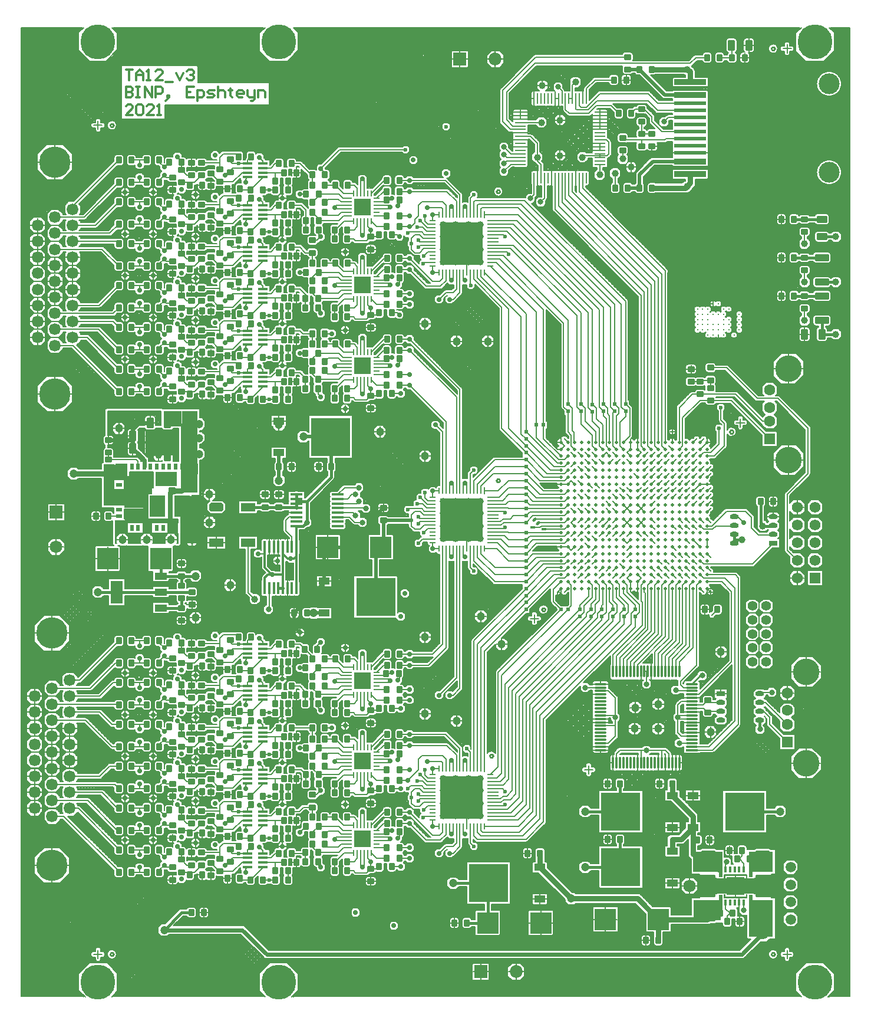
<source format=gtl>
%FSAX43Y43*%
%MOMM*%
G71*
G01*
G75*
G04 Layer_Physical_Order=1*
G04 Layer_Color=48896*
%ADD10C,0.200*%
%ADD11C,0.254*%
%ADD12R,1.600X1.000*%
%ADD13R,5.700X5.500*%
%ADD14R,3.050X2.040*%
%ADD15R,1.240X1.400*%
%ADD16R,2.200X3.100*%
%ADD17R,2.250X2.300*%
%ADD18R,0.950X0.600*%
%ADD19R,1.700X1.600*%
%ADD20R,0.600X0.950*%
%ADD21C,1.400*%
G04:AMPARAMS|DCode=22|XSize=0.8mm|YSize=1mm|CornerRadius=0.08mm|HoleSize=0mm|Usage=FLASHONLY|Rotation=0.000|XOffset=0mm|YOffset=0mm|HoleType=Round|Shape=RoundedRectangle|*
%AMROUNDEDRECTD22*
21,1,0.800,0.840,0,0,0.0*
21,1,0.640,1.000,0,0,0.0*
1,1,0.160,0.320,-0.420*
1,1,0.160,-0.320,-0.420*
1,1,0.160,-0.320,0.420*
1,1,0.160,0.320,0.420*
%
%ADD22ROUNDEDRECTD22*%
G04:AMPARAMS|DCode=23|XSize=1mm|YSize=2mm|CornerRadius=0.1mm|HoleSize=0mm|Usage=FLASHONLY|Rotation=0.000|XOffset=0mm|YOffset=0mm|HoleType=Round|Shape=RoundedRectangle|*
%AMROUNDEDRECTD23*
21,1,1.000,1.800,0,0,0.0*
21,1,0.800,2.000,0,0,0.0*
1,1,0.200,0.400,-0.900*
1,1,0.200,-0.400,-0.900*
1,1,0.200,-0.400,0.900*
1,1,0.200,0.400,0.900*
%
%ADD23ROUNDEDRECTD23*%
G04:AMPARAMS|DCode=24|XSize=1mm|YSize=1.5mm|CornerRadius=0.1mm|HoleSize=0mm|Usage=FLASHONLY|Rotation=180.000|XOffset=0mm|YOffset=0mm|HoleType=Round|Shape=RoundedRectangle|*
%AMROUNDEDRECTD24*
21,1,1.000,1.300,0,0,180.0*
21,1,0.800,1.500,0,0,180.0*
1,1,0.200,-0.400,0.650*
1,1,0.200,0.400,0.650*
1,1,0.200,0.400,-0.650*
1,1,0.200,-0.400,-0.650*
%
%ADD24ROUNDEDRECTD24*%
G04:AMPARAMS|DCode=25|XSize=0.8mm|YSize=1mm|CornerRadius=0.08mm|HoleSize=0mm|Usage=FLASHONLY|Rotation=270.000|XOffset=0mm|YOffset=0mm|HoleType=Round|Shape=RoundedRectangle|*
%AMROUNDEDRECTD25*
21,1,0.800,0.840,0,0,270.0*
21,1,0.640,1.000,0,0,270.0*
1,1,0.160,-0.420,-0.320*
1,1,0.160,-0.420,0.320*
1,1,0.160,0.420,0.320*
1,1,0.160,0.420,-0.320*
%
%ADD25ROUNDEDRECTD25*%
%ADD26R,1.400X0.450*%
%ADD27R,1.400X0.450*%
%ADD28R,1.400X0.450*%
%ADD29R,3.048X3.048*%
%ADD30O,0.250X1.600*%
%ADD31O,1.600X0.250*%
%ADD32R,1.600X0.250*%
%ADD33O,1.270X0.762*%
%ADD34R,1.270X0.762*%
%ADD35R,0.500X0.600*%
%ADD36O,0.250X0.900*%
%ADD37O,0.900X0.250*%
%ADD38R,0.900X0.250*%
%ADD39R,2.340X2.340*%
%ADD40R,4.600X0.810*%
%ADD41R,4.600X0.610*%
%ADD42R,0.600X0.500*%
%ADD43C,0.500*%
%ADD44R,1.778X0.381*%
%ADD45O,1.778X0.381*%
%ADD46R,2.108X1.270*%
G04:AMPARAMS|DCode=47|XSize=2.108mm|YSize=1.27mm|CornerRadius=0mm|HoleSize=0mm|Usage=FLASHONLY|Rotation=0.000|XOffset=0mm|YOffset=0mm|HoleType=Round|Shape=Octagon|*
%AMOCTAGOND47*
4,1,8,1.054,-0.318,1.054,0.318,0.737,0.635,-0.737,0.635,-1.054,0.318,-1.054,-0.318,-0.737,-0.635,0.737,-0.635,1.054,-0.318,0.0*
%
%ADD47OCTAGOND47*%

%ADD48R,0.381X1.778*%
%ADD49O,0.381X1.778*%
%ADD50O,1.000X0.250*%
%ADD51O,0.250X1.000*%
%ADD52R,0.250X1.000*%
%ADD53O,0.300X1.800*%
%ADD54O,1.800X0.300*%
%ADD55R,1.800X0.300*%
G04:AMPARAMS|DCode=56|XSize=1mm|YSize=1.5mm|CornerRadius=0.1mm|HoleSize=0mm|Usage=FLASHONLY|Rotation=90.000|XOffset=0mm|YOffset=0mm|HoleType=Round|Shape=RoundedRectangle|*
%AMROUNDEDRECTD56*
21,1,1.000,1.300,0,0,90.0*
21,1,0.800,1.500,0,0,90.0*
1,1,0.200,0.650,0.400*
1,1,0.200,0.650,-0.400*
1,1,0.200,-0.650,-0.400*
1,1,0.200,-0.650,0.400*
%
%ADD56ROUNDEDRECTD56*%
G04:AMPARAMS|DCode=57|XSize=1mm|YSize=2mm|CornerRadius=0.1mm|HoleSize=0mm|Usage=FLASHONLY|Rotation=90.000|XOffset=0mm|YOffset=0mm|HoleType=Round|Shape=RoundedRectangle|*
%AMROUNDEDRECTD57*
21,1,1.000,1.800,0,0,90.0*
21,1,0.800,2.000,0,0,90.0*
1,1,0.200,0.900,0.400*
1,1,0.200,0.900,-0.400*
1,1,0.200,-0.900,-0.400*
1,1,0.200,-0.900,0.400*
%
%ADD57ROUNDEDRECTD57*%
%ADD58R,1.778X1.016*%
%ADD59R,1.778X3.302*%
%ADD60R,0.508X1.600*%
%ADD61R,0.356X0.914*%
%ADD62R,2.540X2.540*%
G04:AMPARAMS|DCode=63|XSize=0.4mm|YSize=0.7mm|CornerRadius=0mm|HoleSize=0mm|Usage=FLASHONLY|Rotation=135.000|XOffset=0mm|YOffset=0mm|HoleType=Round|Shape=Round|*
%AMOVALD63*
21,1,0.300,0.400,0.000,0.000,225.0*
1,1,0.400,0.106,0.106*
1,1,0.400,-0.106,-0.106*
%
%ADD63OVALD63*%

%ADD64O,0.700X0.400*%
%ADD65C,0.175*%
%ADD66C,0.800*%
%ADD67C,0.400*%
%ADD68C,0.500*%
%ADD69C,0.150*%
%ADD70C,0.508*%
%ADD71C,0.600*%
%ADD72C,0.300*%
%ADD73R,1.500X5.900*%
%ADD74R,0.500X3.200*%
%ADD75R,3.800X2.200*%
%ADD76R,3.700X2.200*%
%ADD77R,4.000X3.700*%
%ADD78R,3.500X3.000*%
%ADD79R,3.500X5.300*%
%ADD80R,4.200X3.000*%
%ADD81R,4.000X3.000*%
%ADD82R,1.900X1.900*%
%ADD83R,2.700X6.800*%
%ADD84R,1.500X1.400*%
%ADD85R,1.400X1.400*%
%ADD86R,2.500X2.200*%
%ADD87R,2.300X11.700*%
%ADD88R,1.200X5.400*%
%ADD89R,1.500X2.400*%
%ADD90R,2.700X2.800*%
%ADD91R,6.100X6.100*%
%ADD92R,3.400X2.300*%
%ADD93C,1.690*%
%ADD94C,4.500*%
%ADD95C,3.800*%
%ADD96R,1.600X1.600*%
%ADD97C,1.600*%
%ADD98C,3.000*%
%ADD99C,1.575*%
%ADD100R,1.575X1.575*%
%ADD101C,1.800*%
%ADD102R,1.850X1.850*%
%ADD103C,1.850*%
%ADD104R,1.850X1.850*%
%ADD105C,1.500*%
%ADD106C,0.300*%
%ADD107C,0.700*%
%ADD108C,0.800*%
%ADD109C,1.000*%
%ADD110C,1.200*%
%ADD111C,5.000*%
%ADD112C,0.600*%
G36*
X0154330Y0069025D02*
X0153289D01*
Y0070575D01*
X0154330D01*
Y0069025D01*
D02*
G37*
G36*
X0157911D02*
X0156870D01*
Y0070575D01*
X0157911D01*
Y0069025D01*
D02*
G37*
G36*
X0068250Y0121687D02*
Y0120700D01*
X0066550D01*
Y0122300D01*
X0067635D01*
X0068250Y0121687D01*
D02*
G37*
G54D10*
X0170820Y0184950D02*
X0170802Y0185206D01*
X0170747Y0185457D01*
X0170657Y0185698D01*
X0170534Y0185923D01*
X0170380Y0186129D01*
X0170199Y0186310D01*
X0169993Y0186464D01*
X0169768Y0186587D01*
X0169527Y0186677D01*
X0169276Y0186732D01*
X0169020Y0186750D01*
X0168764Y0186732D01*
X0168513Y0186677D01*
X0168272Y0186587D01*
X0168047Y0186464D01*
X0167841Y0186310D01*
X0167660Y0186129D01*
X0167506Y0185923D01*
X0167383Y0185698D01*
X0167293Y0185457D01*
X0167238Y0185206D01*
X0167220Y0184950D01*
X0169020Y0183150D02*
X0169276Y0183168D01*
X0169527Y0183223D01*
X0169768Y0183313D01*
X0169993Y0183436D01*
X0170199Y0183590D01*
X0170380Y0183771D01*
X0170534Y0183977D01*
X0170657Y0184202D01*
X0170747Y0184443D01*
X0170802Y0184694D01*
X0170820Y0184950D01*
X0167220D02*
X0167238Y0184694D01*
X0167293Y0184443D01*
X0167383Y0184202D01*
X0167506Y0183977D01*
X0167660Y0183771D01*
X0167841Y0183590D01*
X0168047Y0183436D01*
X0168272Y0183313D01*
X0168513Y0183223D01*
X0168764Y0183168D01*
X0169020Y0183150D01*
X0170820Y0172250D02*
X0170802Y0172506D01*
X0170747Y0172757D01*
X0170657Y0172998D01*
X0170534Y0173223D01*
X0170380Y0173429D01*
X0170199Y0173610D01*
X0169993Y0173764D01*
X0169768Y0173887D01*
X0169527Y0173977D01*
X0169276Y0174032D01*
X0169020Y0174050D01*
Y0170450D02*
X0169276Y0170468D01*
X0169527Y0170523D01*
X0169768Y0170613D01*
X0169993Y0170736D01*
X0170199Y0170890D01*
X0170380Y0171071D01*
X0170534Y0171277D01*
X0170657Y0171502D01*
X0170747Y0171743D01*
X0170802Y0171994D01*
X0170820Y0172250D01*
X0167220D02*
X0167238Y0171994D01*
X0167293Y0171743D01*
X0167383Y0171502D01*
X0167506Y0171277D01*
X0167660Y0171071D01*
X0167841Y0170890D01*
X0168047Y0170736D01*
X0168272Y0170613D01*
X0168513Y0170523D01*
X0168764Y0170468D01*
X0169020Y0170450D01*
Y0174050D02*
X0168764Y0174032D01*
X0168513Y0173977D01*
X0168272Y0173887D01*
X0168047Y0173764D01*
X0167841Y0173610D01*
X0167660Y0173429D01*
X0167506Y0173223D01*
X0167383Y0172998D01*
X0167293Y0172757D01*
X0167238Y0172506D01*
X0167220Y0172250D01*
X0158300Y0191150D02*
X0158183Y0191433D01*
X0157900Y0191550D01*
X0161681Y0190000D02*
X0161635Y0190246D01*
X0161503Y0190459D01*
X0161304Y0190610D01*
X0161063Y0190678D01*
X0160814Y0190655D01*
X0160590Y0190543D01*
X0160421Y0190359D01*
X0160331Y0190125D01*
Y0189875D01*
X0160421Y0189641D01*
X0160590Y0189457D01*
X0160814Y0189345D01*
X0161063Y0189322D01*
X0161304Y0189390D01*
X0161503Y0189541D01*
X0161635Y0189754D01*
X0161681Y0190000D01*
X0157100Y0191550D02*
X0156817Y0191433D01*
X0156700Y0191150D01*
X0155800D02*
X0155683Y0191433D01*
X0155400Y0191550D01*
X0154600D02*
X0154317Y0191433D01*
X0154200Y0191150D01*
X0157900Y0189450D02*
X0158183Y0189567D01*
X0158300Y0189850D01*
X0156700D02*
X0156755Y0189647D01*
X0156906Y0189500D01*
X0156580D02*
X0156311Y0189389D01*
X0156200Y0189120D01*
X0157600D02*
X0157549Y0189311D01*
X0157408Y0189450D01*
X0154200Y0189850D02*
X0154314Y0189570D01*
X0154592Y0189450D01*
X0155547Y0189478D02*
X0155731Y0189625D01*
X0155800Y0189850D01*
X0154000Y0189120D02*
X0153889Y0189389D01*
X0153620Y0189500D01*
X0152980D02*
X0152711Y0189389D01*
X0152600Y0189120D01*
X0152200D02*
X0152089Y0189389D01*
X0151820Y0189500D01*
X0155800Y0189120D02*
X0155730Y0189339D01*
X0155547Y0189478D01*
X0154592Y0189450D02*
X0154451Y0189311D01*
X0154400Y0189120D01*
X0157220Y0187900D02*
X0157489Y0188011D01*
X0157600Y0188280D01*
X0156200D02*
X0156311Y0188011D01*
X0156580Y0187900D01*
X0153620D02*
X0153889Y0188011D01*
X0154000Y0188280D01*
X0154400D02*
X0154511Y0188011D01*
X0154780Y0187900D01*
X0155420D02*
X0155689Y0188011D01*
X0155800Y0188280D01*
X0152600D02*
X0152711Y0188011D01*
X0152980Y0187900D01*
X0151820D02*
X0152089Y0188011D01*
X0152200Y0188280D01*
X0169050Y0165900D02*
X0168933Y0166183D01*
X0168650Y0166300D01*
Y0164700D02*
X0168933Y0164817D01*
X0169050Y0165100D01*
X0169037Y0163500D02*
X0168895Y0163716D01*
X0168650Y0163800D01*
Y0162200D02*
X0168895Y0162284D01*
X0169037Y0162500D01*
X0167350Y0166300D02*
X0167105Y0166216D01*
X0166963Y0166000D01*
Y0165000D02*
X0167105Y0164784D01*
X0167350Y0164700D01*
Y0163800D02*
X0167067Y0163683D01*
X0166950Y0163400D01*
Y0162600D02*
X0167067Y0162317D01*
X0167350Y0162200D01*
X0169300Y0160400D02*
X0169183Y0160683D01*
X0168900Y0160800D01*
Y0159200D02*
X0169183Y0159317D01*
X0169300Y0159600D01*
X0169287Y0157000D02*
X0169145Y0157216D01*
X0168900Y0157300D01*
Y0155700D02*
X0169145Y0155784D01*
X0169287Y0156000D01*
X0169300Y0154900D02*
X0169183Y0155183D01*
X0168900Y0155300D01*
Y0153700D02*
X0169183Y0153817D01*
X0169300Y0154100D01*
X0166255Y0166000D02*
X0166115Y0166146D01*
X0165920Y0166200D01*
Y0164800D02*
X0166115Y0164854D01*
X0166255Y0165000D01*
X0166300Y0164020D02*
X0166189Y0164289D01*
X0165920Y0164400D01*
Y0163000D02*
X0166189Y0163111D01*
X0166300Y0163380D01*
X0164745Y0165000D02*
X0164885Y0164854D01*
X0165080Y0164800D01*
X0164691Y0166000D02*
X0164559Y0166216D01*
X0164320Y0166300D01*
X0165080Y0166200D02*
X0164885Y0166146D01*
X0164745Y0166000D01*
X0164320Y0164700D02*
X0164559Y0164784D01*
X0164691Y0165000D01*
X0165080Y0164400D02*
X0164811Y0164289D01*
X0164700Y0164020D01*
Y0163380D02*
X0164811Y0163111D01*
X0165080Y0163000D01*
X0167100Y0160800D02*
X0166855Y0160716D01*
X0166713Y0160500D01*
X0166255D02*
X0166115Y0160646D01*
X0165920Y0160700D01*
X0165080D02*
X0164885Y0160646D01*
X0164745Y0160500D01*
X0164691D02*
X0164559Y0160716D01*
X0164320Y0160800D01*
X0163680Y0166300D02*
X0163411Y0166189D01*
X0163300Y0165920D01*
Y0165080D02*
X0163411Y0164811D01*
X0163680Y0164700D01*
X0162900Y0165920D02*
X0162789Y0166189D01*
X0162520Y0166300D01*
X0161880D02*
X0161611Y0166189D01*
X0161500Y0165920D01*
X0162520Y0164700D02*
X0162789Y0164811D01*
X0162900Y0165080D01*
X0161500D02*
X0161611Y0164811D01*
X0161880Y0164700D01*
X0163680Y0160800D02*
X0163411Y0160689D01*
X0163300Y0160420D01*
X0162900D02*
X0162789Y0160689D01*
X0162520Y0160800D01*
X0161880D02*
X0161611Y0160689D01*
X0161500Y0160420D01*
X0166713Y0159500D02*
X0166855Y0159284D01*
X0167100Y0159200D01*
X0165920Y0159300D02*
X0166115Y0159354D01*
X0166255Y0159500D01*
X0166300Y0158520D02*
X0166189Y0158789D01*
X0165920Y0158900D01*
X0167100Y0157300D02*
X0166817Y0157183D01*
X0166700Y0156900D01*
X0165920Y0157500D02*
X0166189Y0157611D01*
X0166300Y0157880D01*
X0164745Y0159500D02*
X0164885Y0159354D01*
X0165080Y0159300D01*
X0164320Y0159200D02*
X0164559Y0159284D01*
X0164691Y0159500D01*
X0165080Y0158900D02*
X0164811Y0158789D01*
X0164700Y0158520D01*
Y0157880D02*
X0164811Y0157611D01*
X0165080Y0157500D01*
X0166700Y0156100D02*
X0166817Y0155817D01*
X0167100Y0155700D01*
Y0155300D02*
X0166855Y0155216D01*
X0166713Y0155000D01*
X0166255D02*
X0166115Y0155146D01*
X0165920Y0155200D01*
X0165080D02*
X0164885Y0155146D01*
X0164745Y0155000D01*
X0164692D02*
X0164559Y0155216D01*
X0164320Y0155300D01*
X0163300Y0159580D02*
X0163411Y0159311D01*
X0163680Y0159200D01*
X0163680Y0155300D02*
X0163411Y0155189D01*
X0163300Y0154920D01*
X0162520Y0159200D02*
X0162789Y0159311D01*
X0162900Y0159580D01*
X0161500D02*
X0161611Y0159311D01*
X0161880Y0159200D01*
X0162900Y0154920D02*
X0162789Y0155189D01*
X0162520Y0155300D01*
X0161880D02*
X0161611Y0155189D01*
X0161500Y0154920D01*
X0163300Y0154080D02*
X0163411Y0153811D01*
X0163680Y0153700D01*
X0162520D02*
X0162789Y0153811D01*
X0162900Y0154080D01*
X0161500D02*
X0161611Y0153811D01*
X0161880Y0153700D01*
X0151180Y0189500D02*
X0150911Y0189389D01*
X0150800Y0189120D01*
Y0188280D02*
X0150911Y0188011D01*
X0151180Y0187900D01*
X0149800Y0186700D02*
X0149759Y0186936D01*
X0149641Y0187144D01*
X0149460Y0187300D01*
X0143920Y0186200D02*
X0144177Y0186300D01*
X0142900Y0181620D02*
X0142789Y0181889D01*
X0142520Y0182000D01*
X0141124Y0186446D02*
X0141264Y0186267D01*
X0141480Y0186200D01*
X0141680Y0182000D02*
X0141441Y0181916D01*
X0141309Y0181700D01*
X0145920Y0180520D02*
X0145637Y0180403D01*
X0142900Y0179820D02*
X0142789Y0180089D01*
X0142520Y0180200D01*
X0141331Y0180831D02*
X0141471Y0180663D01*
X0141680Y0180600D01*
X0140920Y0179900D02*
X0141189Y0180011D01*
X0141300Y0180280D01*
X0141680Y0180200D02*
X0141411Y0180089D01*
X0141300Y0179820D01*
X0142520Y0178800D02*
X0142789Y0178911D01*
X0142900Y0179180D01*
X0143180Y0178500D02*
X0142989Y0178449D01*
X0142850Y0178308D01*
X0142711Y0178449D01*
X0142520Y0178500D01*
X0141300Y0179180D02*
X0141411Y0178911D01*
X0141680Y0178800D01*
Y0178500D02*
X0141411Y0178389D01*
X0141300Y0178120D01*
Y0177480D02*
X0141345Y0177300D01*
X0144400Y0176320D02*
X0144355Y0176500D01*
X0144020Y0175300D02*
X0144289Y0175411D01*
X0144400Y0175680D01*
X0141345Y0176500D02*
X0141300Y0176320D01*
Y0175680D02*
X0141411Y0175411D01*
X0141680Y0175300D01*
X0142520D02*
X0142711Y0175351D01*
X0142850Y0175492D01*
X0142989Y0175351D01*
X0143180Y0175300D01*
X0144177Y0170700D02*
X0143920Y0170800D01*
Y0169200D02*
X0144177Y0169300D01*
X0143280Y0170800D02*
X0143011Y0170689D01*
X0142900Y0170420D01*
Y0169580D02*
X0143011Y0169311D01*
X0143280Y0169200D01*
X0142500Y0170420D02*
X0142354Y0170719D01*
X0142120Y0169200D02*
X0142389Y0169311D01*
X0142500Y0169580D01*
X0141124Y0169446D02*
X0141264Y0169268D01*
X0141480Y0169200D01*
X0169300Y0151400D02*
X0169183Y0151683D01*
X0168900Y0151800D01*
Y0150200D02*
X0169183Y0150317D01*
X0169300Y0150600D01*
X0166713Y0154000D02*
X0166855Y0153784D01*
X0167100Y0153700D01*
Y0151800D02*
X0166817Y0151683D01*
X0166700Y0151400D01*
Y0150600D02*
X0166817Y0150317D01*
X0167100Y0150200D01*
X0168800Y0149650D02*
X0168716Y0149895D01*
X0168500Y0150037D01*
X0167500D02*
X0167284Y0149895D01*
X0167200Y0149650D01*
X0165920Y0153800D02*
X0166115Y0153854D01*
X0166255Y0154000D01*
X0166300Y0153020D02*
X0166189Y0153289D01*
X0165920Y0153400D01*
Y0152000D02*
X0166189Y0152111D01*
X0166300Y0152380D01*
Y0149650D02*
X0166183Y0149933D01*
X0165900Y0150050D01*
X0167200Y0148350D02*
X0167317Y0148067D01*
X0167600Y0147950D01*
X0165900D02*
X0166183Y0148067D01*
X0166300Y0148350D01*
X0168400Y0147950D02*
X0168683Y0148067D01*
X0168800Y0148350D01*
X0164745Y0154000D02*
X0164885Y0153854D01*
X0165080Y0153800D01*
X0164700Y0152380D02*
X0164811Y0152111D01*
X0165080Y0152000D01*
Y0153400D02*
X0164811Y0153289D01*
X0164700Y0153020D01*
X0165100Y0150050D02*
X0164817Y0149933D01*
X0164700Y0149650D01*
Y0148350D02*
X0164817Y0148067D01*
X0165100Y0147950D01*
X0164320Y0153700D02*
X0164559Y0153784D01*
X0164692Y0154000D01*
X0166283Y0128717D02*
X0166400Y0129000D01*
X0162717Y0126283D02*
X0162600Y0126000D01*
X0161700Y0125420D02*
X0161589Y0125689D01*
X0161320Y0125800D01*
Y0124200D02*
X0161589Y0124311D01*
X0161700Y0124580D01*
X0160680Y0125800D02*
X0160411Y0125689D01*
X0160300Y0125420D01*
X0158880Y0125800D02*
X0158611Y0125689D01*
X0158500Y0125420D01*
X0159900D02*
X0159789Y0125689D01*
X0159520Y0125800D01*
X0160300Y0124580D02*
X0160411Y0124311D01*
X0160680Y0124200D01*
X0159700Y0124245D02*
X0159846Y0124385D01*
X0159900Y0124580D01*
X0158500D02*
X0158554Y0124385D01*
X0158700Y0124245D01*
Y0121800D02*
X0158708Y0121710D01*
X0152791Y0144600D02*
X0152659Y0144816D01*
X0152420Y0144900D01*
Y0143500D02*
X0152659Y0143584D01*
X0152791Y0143800D01*
X0152800Y0142720D02*
X0152689Y0142989D01*
X0152420Y0143100D01*
X0152800Y0141620D02*
X0152722Y0141850D01*
X0152800Y0142080D01*
X0152755Y0140800D02*
X0152800Y0140980D01*
X0151580Y0144900D02*
X0151311Y0144789D01*
X0151200Y0144520D01*
Y0143880D02*
X0151311Y0143611D01*
X0151580Y0143500D01*
X0150080Y0142900D02*
X0149850Y0142823D01*
X0150000Y0144320D02*
X0149889Y0144589D01*
X0149620Y0144700D01*
Y0143300D02*
X0149889Y0143411D01*
X0150000Y0143680D01*
X0148400D02*
X0148511Y0143411D01*
X0148780Y0143300D01*
X0151580Y0143100D02*
X0151341Y0143016D01*
X0151209Y0142800D01*
X0150920Y0141500D02*
X0151200Y0141623D01*
X0151177Y0142800D02*
X0150920Y0142900D01*
X0151200Y0140977D02*
X0150920Y0141100D01*
X0149850Y0142823D02*
X0149620Y0142900D01*
X0149850Y0141578D02*
X0150080Y0141500D01*
X0149620D02*
X0149850Y0141578D01*
X0148400Y0141880D02*
X0148511Y0141611D01*
X0148780Y0141500D01*
X0150080Y0141100D02*
X0149836Y0141012D01*
X0149706Y0140788D01*
X0148780Y0144700D02*
X0148511Y0144589D01*
X0148400Y0144320D01*
X0148780Y0142900D02*
X0148511Y0142789D01*
X0148400Y0142520D01*
X0154387Y0136200D02*
X0154274Y0136474D01*
X0153113Y0136700D02*
X0153226Y0136426D01*
X0155681Y0135000D02*
X0155631Y0135255D01*
X0155490Y0135473D01*
X0155277Y0135622D01*
X0155023Y0135681D01*
X0154766Y0135640D01*
X0154544Y0135506D01*
X0154387Y0135298D01*
Y0134702D02*
X0154544Y0134494D01*
X0154766Y0134360D01*
X0155023Y0134319D01*
X0155277Y0134378D01*
X0155490Y0134527D01*
X0155631Y0134745D01*
X0155681Y0135000D01*
X0154274Y0132726D02*
X0154387Y0133000D01*
X0152791Y0139900D02*
X0152755Y0140000D01*
X0152420Y0138800D02*
X0152659Y0138884D01*
X0152791Y0139100D01*
X0151206Y0139113D02*
X0151336Y0138888D01*
X0151580Y0138800D01*
X0152500Y0131113D02*
X0152774Y0131226D01*
X0139680Y0189500D02*
X0139441Y0189416D01*
X0139309Y0189200D01*
X0140900Y0189120D02*
X0140789Y0189389D01*
X0140520Y0189500D01*
X0140855Y0188300D02*
X0140900Y0188480D01*
X0140520Y0186300D02*
X0140819Y0186446D01*
X0139300Y0186680D02*
X0139410Y0186413D01*
X0139675Y0186300D01*
X0139345Y0187500D02*
X0139300Y0187320D01*
X0140600Y0185920D02*
X0140490Y0186187D01*
X0140225Y0186300D01*
X0139580Y0186300D02*
X0139311Y0186189D01*
X0139200Y0185920D01*
X0140220Y0184700D02*
X0140489Y0184811D01*
X0140600Y0185080D01*
X0139200D02*
X0139311Y0184811D01*
X0139580Y0184700D01*
X0138800Y0185920D02*
X0138689Y0186189D01*
X0138420Y0186300D01*
X0137780D02*
X0137511Y0186189D01*
X0137400Y0185920D01*
X0138420Y0184700D02*
X0138689Y0184811D01*
X0138800Y0185080D01*
X0137400D02*
X0137511Y0184811D01*
X0137780Y0184700D01*
X0140280Y0181500D02*
X0140011Y0181389D01*
X0139900Y0181120D01*
Y0180280D02*
X0140011Y0180011D01*
X0140280Y0179900D01*
X0140200Y0177520D02*
X0140089Y0177789D01*
X0139820Y0177900D01*
X0139500Y0181120D02*
X0139389Y0181389D01*
X0139120Y0181500D01*
Y0179900D02*
X0139389Y0180011D01*
X0139500Y0180280D01*
X0138100D02*
X0138211Y0180011D01*
X0138480Y0179900D01*
X0138980Y0177900D02*
X0138711Y0177789D01*
X0138600Y0177520D01*
X0135400Y0185900D02*
X0135117Y0185783D01*
X0133867Y0184533D02*
X0133750Y0184250D01*
X0131417Y0180417D02*
X0131700Y0180300D01*
X0131037Y0183950D02*
X0130924Y0184224D01*
X0130750Y0181250D02*
X0130867Y0180967D01*
X0140200Y0175720D02*
X0140089Y0175989D01*
X0139820Y0176100D01*
X0138600Y0176880D02*
X0138711Y0176611D01*
X0138980Y0176500D01*
Y0176100D02*
X0138711Y0175989D01*
X0138600Y0175720D01*
X0140034Y0174766D02*
X0140200Y0175080D01*
X0138600D02*
X0138766Y0174766D01*
X0137770Y0176575D02*
X0137653Y0176858D01*
X0137328Y0177183D02*
X0137200Y0177269D01*
X0141246Y0170719D02*
X0141124Y0170554D01*
X0140776D02*
X0140636Y0170733D01*
X0140420Y0170800D01*
Y0169200D02*
X0140636Y0169268D01*
X0140776Y0169446D01*
X0139780Y0170800D02*
X0139511Y0170689D01*
X0139400Y0170420D01*
X0139000D02*
X0138916Y0170659D01*
X0138700Y0170792D01*
X0137900D02*
X0137684Y0170659D01*
X0137600Y0170420D01*
X0139400Y0169580D02*
X0139511Y0169311D01*
X0139780Y0169200D01*
X0138620D02*
X0138889Y0169311D01*
X0139000Y0169580D01*
X0137600D02*
X0137711Y0169311D01*
X0137980Y0169200D01*
X0127500Y0176431D02*
X0127383Y0176714D01*
X0129250Y0166950D02*
X0129367Y0166667D01*
X0128433Y0168267D02*
X0128550Y0168550D01*
X0126900Y0189200D02*
X0126617Y0189083D01*
X0126414Y0177683D02*
X0126131Y0177800D01*
X0121817Y0184283D02*
X0121700Y0184000D01*
X0122181Y0169500D02*
X0122135Y0169746D01*
X0122003Y0169959D01*
X0121804Y0170110D01*
X0121563Y0170178D01*
X0121314Y0170155D01*
X0121090Y0170043D01*
X0120921Y0169859D01*
X0120831Y0169625D01*
Y0169375D01*
X0120921Y0169141D01*
X0121090Y0168957D01*
X0121314Y0168845D01*
X0121563Y0168822D01*
X0121804Y0168890D01*
X0122003Y0169041D01*
X0122135Y0169254D01*
X0122181Y0169500D01*
X0114183Y0171383D02*
X0114094Y0171450D01*
X0116400Y0169000D02*
X0116283Y0169283D01*
X0108000Y0171520D02*
X0107889Y0171789D01*
X0107620Y0171900D01*
X0106980D02*
X0106711Y0171789D01*
X0106600Y0171520D01*
X0106200D02*
X0106089Y0171789D01*
X0105820Y0171900D01*
X0105180D02*
X0104911Y0171789D01*
X0104800Y0171520D01*
X0106600Y0170680D02*
X0106711Y0170412D01*
X0106979Y0170300D01*
X0107621D02*
X0107889Y0170412D01*
X0108000Y0170680D01*
X0105821Y0170300D02*
X0106089Y0170412D01*
X0106200Y0170680D01*
X0099580Y0171200D02*
X0099311Y0171089D01*
X0099200Y0170820D01*
X0100600D02*
X0100489Y0171089D01*
X0100220Y0171200D01*
X0098800Y0170820D02*
X0098689Y0171089D01*
X0098420Y0171200D01*
X0108000Y0169920D02*
X0107889Y0170188D01*
X0107621Y0170300D01*
X0106979D02*
X0106711Y0170188D01*
X0106600Y0169920D01*
X0104946Y0170380D02*
X0105179Y0170300D01*
X0106200Y0169920D02*
X0106089Y0170188D01*
X0105821Y0170300D01*
X0105100Y0163709D02*
X0105180Y0163700D01*
X0105500Y0162880D02*
X0105611Y0162611D01*
X0105880Y0162500D01*
X0106520D02*
X0106749Y0162576D01*
X0105089Y0162789D02*
X0105100Y0162876D01*
X0105179Y0170300D02*
X0104911Y0170188D01*
X0104800Y0169920D01*
X0099200Y0169980D02*
X0099211Y0169889D01*
X0098622Y0163350D02*
X0098700Y0163580D01*
X0104720Y0162500D02*
X0104954Y0162581D01*
X0105089Y0162789D01*
X0099100Y0163580D02*
X0099178Y0163350D01*
X0099100Y0163120D01*
X0098700D02*
X0098622Y0163350D01*
X0103964Y0162518D02*
X0104080Y0162500D01*
X0103620Y0162300D02*
X0103824Y0162359D01*
X0103964Y0162518D01*
X0116283Y0154717D02*
X0116400Y0155000D01*
X0115084Y0153609D02*
X0115283Y0153717D01*
X0114000Y0155400D02*
X0113717Y0155283D01*
X0109271Y0160372D02*
X0109500Y0160300D01*
X0108600Y0161200D02*
X0108717Y0160917D01*
X0130500Y0138600D02*
X0130617Y0138317D01*
X0116400Y0141068D02*
X0116283Y0141351D01*
X0109217Y0120717D02*
X0109500Y0120600D01*
X0110445Y0119955D02*
X0110326Y0119874D01*
X0108600Y0121500D02*
X0108717Y0121217D01*
X0108032Y0158720D02*
X0107921Y0158988D01*
X0107653Y0159100D01*
X0108032Y0160320D02*
X0107921Y0160589D01*
X0107652Y0160700D01*
X0107653Y0159100D02*
X0107921Y0159212D01*
X0108032Y0159480D01*
X0107012Y0160700D02*
X0106743Y0160589D01*
X0106632Y0160320D01*
Y0159480D02*
X0106743Y0159212D01*
X0107011Y0159100D01*
X0106743Y0158988D01*
X0106632Y0158720D01*
X0107969Y0157670D02*
X0108032Y0157880D01*
X0108000Y0157520D02*
X0107969Y0157670D01*
X0107750Y0156323D02*
X0107931Y0156462D01*
X0108000Y0156680D01*
X0108000Y0155220D02*
X0107889Y0155489D01*
X0107620Y0155600D01*
X0106232Y0160320D02*
X0106121Y0160589D01*
X0105852Y0160700D01*
X0105212D02*
X0104943Y0160589D01*
X0104832Y0160320D01*
X0104000Y0161520D02*
X0103889Y0161789D01*
X0103620Y0161900D01*
Y0160500D02*
X0103889Y0160611D01*
X0104000Y0160880D01*
X0105853Y0159100D02*
X0106121Y0159212D01*
X0106232Y0159480D01*
X0104961Y0159195D02*
X0105211Y0159100D01*
X0106232Y0158720D02*
X0106121Y0158988D01*
X0105853Y0159100D01*
X0105211D02*
X0104943Y0158988D01*
X0104832Y0158720D01*
X0107808Y0154050D02*
X0107949Y0154189D01*
X0108000Y0154380D01*
Y0153720D02*
X0107949Y0153911D01*
X0107808Y0154050D01*
X0107620Y0152500D02*
X0107889Y0152611D01*
X0108000Y0152880D01*
X0106900Y0152509D02*
X0106980Y0152500D01*
X0106520Y0151300D02*
X0106749Y0151376D01*
X0105500Y0151680D02*
X0105611Y0151411D01*
X0105880Y0151300D01*
X0108032Y0148720D02*
X0107921Y0148989D01*
X0107652Y0149100D01*
X0107012D02*
X0106743Y0148989D01*
X0106632Y0148720D01*
X0107652Y0147500D02*
X0107921Y0147611D01*
X0108032Y0147880D01*
X0106232Y0148720D02*
X0106121Y0148989D01*
X0105852Y0149100D01*
X0106632Y0147880D02*
X0106743Y0147612D01*
X0107010Y0147500D01*
X0105852Y0147500D02*
X0106121Y0147611D01*
X0106232Y0147880D01*
X0105100Y0152509D02*
X0105180Y0152500D01*
X0105089Y0151589D02*
X0105100Y0151676D01*
X0104720Y0151300D02*
X0104954Y0151381D01*
X0105089Y0151589D01*
X0103964Y0151318D02*
X0104080Y0151300D01*
X0103620Y0151100D02*
X0103824Y0151159D01*
X0103964Y0151318D01*
X0104000Y0150320D02*
X0103889Y0150589D01*
X0103620Y0150700D01*
Y0149300D02*
X0103889Y0149411D01*
X0104000Y0149680D01*
X0105212Y0149100D02*
X0104943Y0148989D01*
X0104832Y0148720D01*
X0104961Y0147595D02*
X0105210Y0147500D01*
X0102780Y0161900D02*
X0102511Y0161789D01*
X0102400Y0161520D01*
Y0160880D02*
X0102511Y0160611D01*
X0102780Y0160500D01*
X0100600Y0159620D02*
X0100489Y0159889D01*
X0100220Y0160000D01*
X0100120Y0161900D02*
X0100389Y0162011D01*
X0100500Y0162280D01*
X0099100D02*
X0099211Y0162011D01*
X0099480Y0161900D01*
X0098320D02*
X0098589Y0162011D01*
X0098700Y0162280D01*
X0099580Y0160000D02*
X0099311Y0159889D01*
X0099200Y0159620D01*
Y0158780D02*
X0099227Y0158638D01*
X0099100Y0152380D02*
X0099177Y0152150D01*
X0098800Y0159620D02*
X0098689Y0159889D01*
X0098420Y0160000D01*
X0098622Y0152150D02*
X0098700Y0152380D01*
X0102780Y0150700D02*
X0102511Y0150589D01*
X0102400Y0150320D01*
Y0149680D02*
X0102511Y0149411D01*
X0102780Y0149300D01*
X0100120Y0150700D02*
X0100389Y0150811D01*
X0100500Y0151080D01*
X0100600Y0148020D02*
X0100489Y0148289D01*
X0100220Y0148400D01*
X0099177Y0152150D02*
X0099100Y0151920D01*
Y0151080D02*
X0099211Y0150811D01*
X0099480Y0150700D01*
X0098700Y0151920D02*
X0098622Y0152150D01*
X0098320Y0150700D02*
X0098589Y0150811D01*
X0098700Y0151080D01*
X0099580Y0148400D02*
X0099311Y0148289D01*
X0099200Y0148020D01*
X0098800D02*
X0098689Y0148289D01*
X0098420Y0148400D01*
X0108000Y0147120D02*
X0107889Y0147388D01*
X0107622Y0147500D01*
X0106980Y0147500D02*
X0106711Y0147389D01*
X0106600Y0147120D01*
X0107924Y0141051D02*
X0108000Y0141280D01*
X0106200Y0147120D02*
X0106089Y0147388D01*
X0105822Y0147500D01*
X0105100Y0140909D02*
X0105180Y0140900D01*
X0105500Y0140080D02*
X0105611Y0139811D01*
X0105880Y0139700D01*
X0106520D02*
X0106789Y0139811D01*
X0106900Y0140080D01*
X0105180Y0147500D02*
X0104911Y0147389D01*
X0104800Y0147120D01*
X0105089Y0139989D02*
X0105100Y0140076D01*
X0104720Y0139700D02*
X0104954Y0139781D01*
X0105089Y0139989D01*
X0105800Y0124420D02*
X0105689Y0124689D01*
X0105420Y0124800D01*
Y0123400D02*
X0105689Y0123511D01*
X0105800Y0123780D01*
X0105722Y0122850D02*
X0105420Y0123000D01*
X0105550Y0121623D02*
X0105722Y0121750D01*
X0104580Y0124800D02*
X0104311Y0124689D01*
X0104200Y0124420D01*
X0104580Y0123000D02*
X0104311Y0122889D01*
X0104200Y0122620D01*
X0103964Y0139718D02*
X0104080Y0139700D01*
X0103620Y0139500D02*
X0103824Y0139559D01*
X0103964Y0139718D01*
X0104000Y0138720D02*
X0103889Y0138989D01*
X0103620Y0139100D01*
X0102780D02*
X0102511Y0138989D01*
X0102400Y0138720D01*
X0103620Y0137700D02*
X0103889Y0137811D01*
X0104000Y0138080D01*
X0102400D02*
X0102511Y0137811D01*
X0102780Y0137700D01*
X0099200Y0147180D02*
X0099211Y0147089D01*
X0099100Y0140780D02*
X0099223Y0140500D01*
X0099100Y0140220D01*
X0100120Y0139000D02*
X0100389Y0139111D01*
X0100500Y0139380D01*
X0099100D02*
X0099211Y0139111D01*
X0099480Y0139000D01*
X0098700Y0140220D02*
X0098577Y0140500D01*
X0098700Y0140780D01*
X0098320Y0139000D02*
X0098589Y0139111D01*
X0098700Y0139380D01*
X0104200Y0123780D02*
X0104311Y0123511D01*
X0104580Y0123400D01*
X0104200Y0121980D02*
X0104269Y0121762D01*
X0104450Y0121623D01*
X0100597Y0121717D02*
X0100880Y0121600D01*
X0162600Y0118000D02*
X0162717Y0117717D01*
X0156274Y0092726D02*
X0156387Y0093000D01*
X0153700Y0109920D02*
X0153589Y0110189D01*
X0153320Y0110300D01*
X0152680D02*
X0152411Y0110189D01*
X0152300Y0109920D01*
X0153320Y0108700D02*
X0153589Y0108811D01*
X0153700Y0109080D01*
X0152400Y0096820D02*
X0152289Y0097089D01*
X0152020Y0097200D01*
X0151900Y0109920D02*
X0151789Y0110189D01*
X0151520Y0110300D01*
X0150880D02*
X0150611Y0110189D01*
X0150500Y0109920D01*
X0151520Y0108700D02*
X0151750Y0108777D01*
X0150500Y0109080D02*
X0150611Y0108811D01*
X0150880Y0108700D01*
X0151180Y0097200D02*
X0150911Y0097089D01*
X0150800Y0096820D01*
X0147800Y0096700D02*
X0147517Y0096583D01*
X0150800Y0094380D02*
X0150911Y0094111D01*
X0151180Y0094000D01*
X0152020D02*
X0152289Y0094111D01*
X0152400Y0094380D01*
X0152300Y0088912D02*
X0152574Y0089026D01*
X0147017Y0096083D02*
X0146900Y0095800D01*
X0145783Y0089583D02*
X0145500Y0089700D01*
X0146400Y0088800D02*
X0146283Y0089083D01*
X0160800Y0071300D02*
X0160746Y0071500D01*
X0160665Y0075100D02*
X0160400Y0075200D01*
X0158600D02*
X0158335Y0075100D01*
X0160800Y0069100D02*
X0160657Y0069407D01*
Y0070193D02*
X0160800Y0070500D01*
X0158217Y0070384D02*
X0158343Y0070193D01*
Y0069407D02*
X0158217Y0069216D01*
X0152600Y0076820D02*
X0152489Y0077089D01*
X0152220Y0077200D01*
Y0075600D02*
X0152489Y0075711D01*
X0152600Y0075980D01*
X0157240Y0075320D02*
X0157129Y0075589D01*
X0156860Y0075700D01*
X0155440Y0075320D02*
X0155329Y0075589D01*
X0155060Y0075700D01*
X0156220D02*
X0155951Y0075589D01*
X0155840Y0075320D01*
X0154420Y0075700D02*
X0154151Y0075589D01*
X0154040Y0075320D01*
X0152865Y0075100D02*
X0152600Y0075200D01*
X0151580Y0077200D02*
X0151311Y0077089D01*
X0151200Y0076820D01*
Y0075980D02*
X0151311Y0075711D01*
X0151580Y0075600D01*
X0150800Y0076820D02*
X0150689Y0077089D01*
X0150420Y0077200D01*
Y0075600D02*
X0150689Y0075711D01*
X0150800Y0075980D01*
X0150800Y0075200D02*
X0150535Y0075100D01*
X0155100Y0073280D02*
X0155148Y0073096D01*
X0155279Y0072957D01*
X0154040Y0074480D02*
X0154151Y0074211D01*
X0154420Y0074100D01*
X0150454Y0071500D02*
X0150400Y0071300D01*
X0152857Y0070193D02*
X0152983Y0070384D01*
Y0069216D02*
X0152857Y0069407D01*
X0150400Y0070500D02*
X0150543Y0070193D01*
Y0069407D02*
X0150400Y0069100D01*
X0160746Y0068100D02*
X0160800Y0068300D01*
X0156900Y0065120D02*
X0156789Y0065389D01*
X0156520Y0065500D01*
X0155900Y0066320D02*
X0155852Y0066504D01*
X0155721Y0066643D01*
X0150400Y0068300D02*
X0150454Y0068100D01*
X0152600Y0064400D02*
X0152865Y0064500D01*
X0156520Y0063900D02*
X0156789Y0064011D01*
X0156900Y0064280D01*
X0155500D02*
X0155611Y0064011D01*
X0155880Y0063900D01*
X0161681Y0060000D02*
X0161635Y0060246D01*
X0161503Y0060459D01*
X0161304Y0060610D01*
X0161063Y0060678D01*
X0160814Y0060655D01*
X0160590Y0060543D01*
X0160421Y0060359D01*
X0160331Y0060125D01*
Y0059875D01*
X0160421Y0059641D01*
X0160590Y0059457D01*
X0160814Y0059345D01*
X0161063Y0059322D01*
X0161304Y0059390D01*
X0161503Y0059541D01*
X0161635Y0059754D01*
X0161681Y0060000D01*
X0154720Y0063900D02*
X0154989Y0064011D01*
X0155100Y0064280D01*
X0153700D02*
X0153811Y0064011D01*
X0154080Y0063900D01*
X0147200Y0084920D02*
X0147089Y0085189D01*
X0146820Y0085300D01*
X0146180D02*
X0145911Y0085189D01*
X0145800Y0084920D01*
X0145400D02*
X0145289Y0085189D01*
X0145020Y0085300D01*
X0144380D02*
X0144111Y0085189D01*
X0144000Y0084920D01*
X0139700D02*
X0139589Y0085189D01*
X0139320Y0085300D01*
X0138680D02*
X0138411Y0085189D01*
X0138300Y0084920D01*
X0145020Y0083700D02*
X0145289Y0083811D01*
X0145400Y0084080D01*
X0144000D02*
X0144111Y0083811D01*
X0144380Y0083700D01*
X0139500Y0083745D02*
X0139646Y0083885D01*
X0139700Y0084080D01*
Y0076920D02*
X0139589Y0077189D01*
X0139320Y0077300D01*
X0138300Y0084080D02*
X0138354Y0083885D01*
X0138500Y0083745D01*
X0138680Y0077300D02*
X0138411Y0077189D01*
X0138300Y0076920D01*
X0139500Y0075745D02*
X0139646Y0075885D01*
X0139700Y0076080D01*
X0138300D02*
X0138354Y0075885D01*
X0138500Y0075745D01*
X0144820Y0061200D02*
X0145089Y0061311D01*
X0145200Y0061580D01*
X0143800D02*
X0143911Y0061311D01*
X0144180Y0061200D01*
X0143400Y0062420D02*
X0143289Y0062689D01*
X0143020Y0062800D01*
X0142380D02*
X0142111Y0062689D01*
X0142000Y0062420D01*
X0143020Y0061200D02*
X0143289Y0061311D01*
X0143400Y0061580D01*
X0142000D02*
X0142111Y0061311D01*
X0142380Y0061200D01*
X0129025Y0110600D02*
X0129135Y0110335D01*
X0128681Y0109500D02*
X0128635Y0109746D01*
X0128503Y0109959D01*
X0128304Y0110110D01*
X0128063Y0110178D01*
X0127814Y0110155D01*
X0127590Y0110043D01*
X0127421Y0109858D01*
X0127331Y0109625D01*
Y0109375D01*
X0127421Y0109142D01*
X0127590Y0108957D01*
X0127814Y0108845D01*
X0128063Y0108822D01*
X0128304Y0108890D01*
X0128503Y0109041D01*
X0128635Y0109254D01*
X0128681Y0109500D01*
X0117100Y0115500D02*
X0117217Y0115217D01*
X0117717Y0105283D02*
X0117600Y0105000D01*
X0114283Y0103717D02*
X0114400Y0104000D01*
X0121217Y0100783D02*
X0121100Y0100500D01*
X0114383Y0090283D02*
X0114100Y0090400D01*
X0111500Y0101100D02*
X0111783Y0101217D01*
X0107012Y0103900D02*
X0106743Y0103789D01*
X0106632Y0103520D01*
X0108032D02*
X0107921Y0103789D01*
X0107652Y0103900D01*
Y0102300D02*
X0107921Y0102411D01*
X0108032Y0102680D01*
X0106632D02*
X0106743Y0102411D01*
X0107012Y0102300D01*
X0106232Y0103520D02*
X0106121Y0103789D01*
X0105852Y0103900D01*
X0105212D02*
X0104943Y0103789D01*
X0104832Y0103520D01*
X0105852Y0102300D02*
X0106121Y0102411D01*
X0106232Y0102680D01*
X0104979Y0102379D02*
X0105212Y0102300D01*
X0108032Y0101920D02*
X0107921Y0102189D01*
X0107652Y0102300D01*
X0107012D02*
X0106743Y0102189D01*
X0106632Y0101920D01*
X0106232D02*
X0106121Y0102189D01*
X0105852Y0102300D01*
X0105212D02*
X0104943Y0102189D01*
X0104832Y0101920D01*
X0100600Y0102820D02*
X0100489Y0103089D01*
X0100220Y0103200D01*
X0098800Y0102820D02*
X0098689Y0103089D01*
X0098420Y0103200D01*
X0099580D02*
X0099311Y0103089D01*
X0099200Y0102820D01*
Y0101980D02*
X0099211Y0101889D01*
X0107894Y0100787D02*
X0108032Y0101080D01*
X0107750Y0099578D02*
X0107900Y0099880D01*
X0107808Y0097250D02*
X0107949Y0097389D01*
X0108000Y0097580D01*
Y0098420D02*
X0107889Y0098689D01*
X0107620Y0098800D01*
X0108000Y0096920D02*
X0107949Y0097111D01*
X0107808Y0097250D01*
X0107924Y0095851D02*
X0108000Y0096080D01*
X0106520Y0094500D02*
X0106789Y0094611D01*
X0106900Y0094880D01*
X0108032Y0092020D02*
X0107921Y0092289D01*
X0107652Y0092400D01*
X0107012D02*
X0106743Y0092289D01*
X0106632Y0092020D01*
X0107653Y0090800D02*
X0107921Y0090912D01*
X0108032Y0091180D01*
X0106632D02*
X0106743Y0090912D01*
X0107011Y0090800D01*
X0108032Y0090420D02*
X0107921Y0090688D01*
X0107653Y0090800D01*
X0107011D02*
X0106743Y0090688D01*
X0106632Y0090420D01*
X0105100Y0095709D02*
X0105180Y0095700D01*
X0105500Y0094880D02*
X0105611Y0094611D01*
X0105880Y0094500D01*
X0105089Y0094789D02*
X0105100Y0094876D01*
X0104720Y0094500D02*
X0104954Y0094581D01*
X0105089Y0094789D01*
X0103964Y0094518D02*
X0104080Y0094500D01*
X0103620Y0094300D02*
X0103824Y0094359D01*
X0103964Y0094518D01*
X0104000Y0093520D02*
X0103889Y0093789D01*
X0103620Y0093900D01*
X0102780D02*
X0102511Y0093789D01*
X0102400Y0093520D01*
X0099100Y0095580D02*
X0099178Y0095350D01*
X0099178D02*
X0099100Y0095120D01*
X0099111Y0096511D02*
X0099100Y0096420D01*
X0100120Y0093900D02*
X0100389Y0094011D01*
X0100500Y0094280D01*
X0099100D02*
X0099211Y0094011D01*
X0099480Y0093900D01*
X0098700Y0095120D02*
X0098622Y0095350D01*
X0098700Y0095580D01*
X0098320Y0093900D02*
X0098589Y0094011D01*
X0098700Y0094280D01*
X0106232Y0092020D02*
X0106121Y0092289D01*
X0105852Y0092400D01*
X0105212D02*
X0104943Y0092289D01*
X0104832Y0092020D01*
X0105853Y0090800D02*
X0106121Y0090912D01*
X0106232Y0091180D01*
X0104979Y0090879D02*
X0105211Y0090800D01*
X0103620Y0092500D02*
X0103889Y0092611D01*
X0104000Y0092880D01*
X0106232Y0090420D02*
X0106121Y0090688D01*
X0105853Y0090800D01*
X0105211D02*
X0104943Y0090688D01*
X0104832Y0090420D01*
X0102400Y0092880D02*
X0102511Y0092611D01*
X0102780Y0092500D01*
X0100500Y0091320D02*
X0100389Y0091589D01*
X0100120Y0091700D01*
X0099480D02*
X0099211Y0091589D01*
X0099100Y0091320D01*
X0098700D02*
X0098589Y0091589D01*
X0098320Y0091700D01*
X0137900Y0084920D02*
X0137789Y0085189D01*
X0137520Y0085300D01*
Y0083700D02*
X0137789Y0083811D01*
X0137900Y0084080D01*
X0136880Y0085300D02*
X0136611Y0085189D01*
X0136500Y0084920D01*
Y0084080D02*
X0136611Y0083811D01*
X0136880Y0083700D01*
X0137900Y0076920D02*
X0137789Y0077189D01*
X0137520Y0077300D01*
Y0075700D02*
X0137789Y0075811D01*
X0137900Y0076080D01*
X0136880Y0077300D02*
X0136611Y0077189D01*
X0136500Y0076920D01*
Y0076080D02*
X0136611Y0075811D01*
X0136880Y0075700D01*
X0128283Y0078717D02*
X0128400Y0079000D01*
X0125500Y0076100D02*
X0125783Y0076217D01*
X0121100Y0088822D02*
X0120948Y0089013D01*
X0120739Y0089138D01*
X0120500Y0089181D01*
X0120260Y0089137D01*
X0120052Y0089013D01*
X0119900Y0088822D01*
X0128200Y0074920D02*
X0128089Y0075189D01*
X0127820Y0075300D01*
X0127180D02*
X0126911Y0075189D01*
X0126800Y0074920D01*
X0126400D02*
X0126289Y0075189D01*
X0126020Y0075300D01*
X0125380D02*
X0125111Y0075189D01*
X0125000Y0074920D01*
X0126020Y0073700D02*
X0126289Y0073811D01*
X0126400Y0074080D01*
X0125000D02*
X0125111Y0073811D01*
X0125380Y0073700D01*
X0117320Y0063700D02*
X0117559Y0063784D01*
X0117691Y0064000D01*
X0108032Y0080820D02*
X0107921Y0081089D01*
X0107652Y0081200D01*
X0107653Y0079600D02*
X0107921Y0079712D01*
X0108032Y0079980D01*
Y0079220D02*
X0107921Y0079488D01*
X0107653Y0079600D01*
X0107969Y0078170D02*
X0108032Y0078380D01*
X0108000Y0078020D02*
X0107969Y0078170D01*
X0114000Y0075900D02*
X0113717Y0075783D01*
X0113200Y0076000D02*
X0113483Y0076117D01*
X0116283Y0075217D02*
X0116400Y0075500D01*
X0115084Y0074109D02*
X0115283Y0074217D01*
X0107750Y0076823D02*
X0107931Y0076962D01*
X0108000Y0077180D01*
X0108000Y0075720D02*
X0107889Y0075989D01*
X0107620Y0076100D01*
X0107808Y0074550D02*
X0107949Y0074689D01*
X0108000Y0074880D01*
Y0074220D02*
X0107949Y0074411D01*
X0107808Y0074550D01*
X0105100Y0084209D02*
X0105180Y0084200D01*
X0106520Y0083000D02*
X0106789Y0083111D01*
X0106900Y0083380D01*
X0105500D02*
X0105611Y0083111D01*
X0105880Y0083000D01*
X0105089Y0083289D02*
X0105100Y0083376D01*
X0104720Y0083000D02*
X0104954Y0083081D01*
X0105089Y0083289D01*
X0103964Y0083018D02*
X0104080Y0083000D01*
X0103620Y0082800D02*
X0103824Y0082859D01*
X0103964Y0083018D01*
X0104000Y0082020D02*
X0103889Y0082289D01*
X0103620Y0082400D01*
X0102780D02*
X0102511Y0082289D01*
X0102400Y0082020D01*
X0099100Y0084080D02*
X0099178Y0083850D01*
X0099100Y0083620D01*
X0099111Y0085011D02*
X0099100Y0084920D01*
X0100120Y0082400D02*
X0100389Y0082511D01*
X0100500Y0082780D01*
X0098622Y0083850D02*
X0098700Y0084080D01*
X0098700Y0083620D02*
X0098622Y0083850D01*
X0099100Y0082780D02*
X0099211Y0082511D01*
X0099480Y0082400D01*
X0098320D02*
X0098589Y0082511D01*
X0098700Y0082780D01*
X0107012Y0081200D02*
X0106743Y0081089D01*
X0106632Y0080820D01*
X0106232D02*
X0106121Y0081089D01*
X0105852Y0081200D01*
X0106632Y0079980D02*
X0106743Y0079712D01*
X0107011Y0079600D01*
X0105853D02*
X0106121Y0079712D01*
X0106232Y0079980D01*
X0105212Y0081200D02*
X0104943Y0081089D01*
X0104832Y0080820D01*
X0103620Y0081000D02*
X0103889Y0081111D01*
X0104000Y0081380D01*
X0104961Y0079695D02*
X0105211Y0079600D01*
X0107011D02*
X0106743Y0079488D01*
X0106632Y0079220D01*
X0106232D02*
X0106121Y0079488D01*
X0105853Y0079600D01*
X0105211D02*
X0104943Y0079488D01*
X0104832Y0079220D01*
X0102400Y0081380D02*
X0102511Y0081111D01*
X0102780Y0081000D01*
X0100500Y0080120D02*
X0100389Y0080389D01*
X0100120Y0080500D01*
X0099480D02*
X0099211Y0080389D01*
X0099100Y0080120D01*
X0098700D02*
X0098589Y0080389D01*
X0098320Y0080500D01*
X0101083Y0079983D02*
X0100800Y0080100D01*
X0117691Y0065000D02*
X0117559Y0065216D01*
X0117320Y0065300D01*
X0116680D02*
X0116411Y0065189D01*
X0116300Y0064920D01*
X0115900D02*
X0115789Y0065189D01*
X0115520Y0065300D01*
X0116300Y0064080D02*
X0116411Y0063811D01*
X0116680Y0063700D01*
X0115520D02*
X0115789Y0063811D01*
X0115900Y0064080D01*
X0114880Y0065300D02*
X0114611Y0065189D01*
X0114500Y0064920D01*
Y0064080D02*
X0114611Y0063811D01*
X0114880Y0063700D01*
X0107924Y0073151D02*
X0108000Y0073380D01*
X0106520Y0071800D02*
X0106789Y0071911D01*
X0106900Y0072180D01*
X0105500D02*
X0105611Y0071911D01*
X0105880Y0071800D01*
X0105100Y0073009D02*
X0105180Y0073000D01*
X0105089Y0072089D02*
X0105100Y0072176D01*
X0104720Y0071800D02*
X0104954Y0071881D01*
X0105089Y0072089D01*
X0103964Y0071818D02*
X0104080Y0071800D01*
X0103620Y0071600D02*
X0103824Y0071659D01*
X0103964Y0071818D01*
X0104000Y0070820D02*
X0103889Y0071089D01*
X0103620Y0071200D01*
X0102780D02*
X0102511Y0071089D01*
X0102400Y0070820D01*
X0099100Y0072880D02*
X0099178Y0072650D01*
X0099100Y0072420D01*
X0100120Y0071200D02*
X0100389Y0071311D01*
X0100500Y0071580D01*
X0099100D02*
X0099211Y0071311D01*
X0099480Y0071200D01*
X0098622Y0072650D02*
X0098700Y0072880D01*
X0098700Y0072420D02*
X0098622Y0072650D01*
X0098320Y0071200D02*
X0098589Y0071311D01*
X0098700Y0071580D01*
X0103620Y0069800D02*
X0103889Y0069911D01*
X0104000Y0070180D01*
X0102400D02*
X0102511Y0069911D01*
X0102780Y0069800D01*
X0097300Y0172320D02*
X0097189Y0172589D01*
X0096920Y0172700D01*
X0097108Y0171150D02*
X0097249Y0171289D01*
X0097300Y0171480D01*
X0095350Y0172622D02*
X0095120Y0172700D01*
X0097780Y0171200D02*
X0097511Y0171089D01*
X0097400Y0170820D01*
X0097300D02*
X0097249Y0171011D01*
X0097108Y0171150D01*
X0097680Y0164800D02*
X0097411Y0164689D01*
X0097300Y0164420D01*
X0096400Y0164420D02*
X0096322Y0164650D01*
X0095000Y0164880D02*
X0095077Y0164650D01*
X0096322Y0164650D02*
X0096400Y0164880D01*
X0095077Y0164650D02*
X0095000Y0164420D01*
X0094100Y0171480D02*
X0094151Y0171289D01*
X0094292Y0171150D01*
X0094151Y0171011D01*
X0094100Y0170820D01*
Y0169980D02*
X0094109Y0169900D01*
X0093277Y0168450D02*
X0093580Y0168300D01*
Y0169900D02*
X0093277Y0169750D01*
X0094100Y0167480D02*
X0094223Y0167200D01*
X0094600Y0164420D02*
X0094522Y0164650D01*
X0094600Y0164880D01*
X0094223Y0167200D02*
X0094166Y0167134D01*
X0093500Y0166091D02*
X0093284Y0165959D01*
X0093200Y0165720D01*
X0093200Y0172620D02*
X0093189Y0172711D01*
X0092911Y0172989D02*
X0092820Y0173000D01*
X0092492D02*
X0092500Y0173080D01*
Y0173920D02*
X0092389Y0174189D01*
X0092120Y0174300D01*
X0091480D02*
X0091211Y0174189D01*
X0091100Y0173920D01*
X0091111Y0172989D02*
X0091020Y0173000D01*
X0091100Y0173080D02*
X0091111Y0172989D01*
X0091809Y0172700D02*
X0091800Y0172620D01*
X0091389Y0172711D02*
X0091480Y0172700D01*
X0091400Y0172620D02*
X0091389Y0172711D01*
X0092820Y0171400D02*
X0093089Y0171511D01*
X0093200Y0171780D01*
X0091801Y0171754D02*
X0091620Y0171800D01*
X0091999Y0171446D02*
X0092180Y0171400D01*
X0091923Y0170350D02*
X0092000Y0170580D01*
X0091620Y0168900D02*
X0091889Y0169011D01*
X0092000Y0169280D01*
Y0170120D02*
X0091923Y0170350D01*
X0090700Y0173920D02*
X0090589Y0174189D01*
X0090320Y0174300D01*
X0090691Y0173000D02*
X0090700Y0173080D01*
X0090199Y0171446D02*
X0090380Y0171400D01*
X0089680Y0174300D02*
X0089411Y0174189D01*
X0089300Y0173920D01*
X0088080Y0174025D02*
X0087983Y0174183D01*
X0089300Y0173846D02*
X0089217Y0173783D01*
X0090600Y0170580D02*
X0090677Y0170350D01*
X0090600Y0170120D01*
Y0169280D02*
X0090623Y0169150D01*
X0090200Y0170120D02*
X0090122Y0170350D01*
X0090200Y0170580D01*
X0090177Y0169150D02*
X0090200Y0169280D01*
X0089947Y0168922D02*
X0090177Y0169150D01*
X0088845Y0169100D02*
X0088985Y0168954D01*
X0089180Y0168900D01*
X0088020Y0168900D02*
X0088215Y0168954D01*
X0088355Y0169100D01*
X0093200Y0166620D02*
X0093089Y0166889D01*
X0092820Y0167000D01*
X0092500Y0167920D02*
X0092389Y0168189D01*
X0092120Y0168300D01*
X0092491Y0167000D02*
X0092500Y0167080D01*
X0091809Y0166700D02*
X0091800Y0166620D01*
X0091389Y0166711D02*
X0091480Y0166700D01*
X0091400Y0166620D02*
X0091389Y0166711D01*
X0092820Y0165400D02*
X0093089Y0165511D01*
X0093200Y0165780D01*
X0093278Y0164650D02*
X0093200Y0164420D01*
X0093200Y0164880D02*
X0093278Y0164650D01*
X0091999Y0165446D02*
X0092180Y0165400D01*
X0091923Y0164350D02*
X0092000Y0164580D01*
X0091801Y0165754D02*
X0091620Y0165800D01*
X0089820Y0168900D02*
X0089947Y0168922D01*
X0091480Y0168300D02*
X0091211Y0168189D01*
X0091100Y0167920D01*
X0089680Y0168300D02*
X0089411Y0168189D01*
X0089300Y0167920D01*
Y0167846D02*
X0089217Y0167783D01*
X0088080Y0168025D02*
X0087983Y0168183D01*
X0091100Y0167080D02*
X0091111Y0166989D01*
X0090691Y0167000D02*
X0090700Y0167080D01*
X0091111Y0166989D02*
X0091020Y0167000D01*
X0090600Y0164580D02*
X0090678Y0164350D01*
X0090199Y0165446D02*
X0090380Y0165400D01*
X0090123Y0164350D02*
X0090200Y0164580D01*
X0097300Y0163580D02*
X0097378Y0163350D01*
X0097300Y0163120D01*
Y0162280D02*
X0097411Y0162011D01*
X0097680Y0161900D01*
X0095000Y0163580D02*
X0095084Y0163341D01*
X0095300Y0163209D01*
X0095220Y0161800D02*
X0095459Y0161884D01*
X0095591Y0162100D01*
X0095300Y0163191D02*
X0095220Y0163200D01*
X0095600Y0161020D02*
X0095489Y0161289D01*
X0095220Y0161400D01*
X0094220Y0163200D02*
X0094489Y0163311D01*
X0094600Y0163580D01*
X0094380Y0163200D02*
X0094111Y0163089D01*
X0094000Y0162820D01*
X0093200Y0163580D02*
X0093311Y0163311D01*
X0093580Y0163200D01*
X0094000Y0162180D02*
X0094111Y0161911D01*
X0094380Y0161800D01*
Y0161400D02*
X0094141Y0161316D01*
X0094009Y0161100D01*
X0093200Y0160620D02*
X0093189Y0160711D01*
X0092911Y0160989D02*
X0092820Y0161000D01*
X0097300Y0159620D02*
X0097189Y0159889D01*
X0096920Y0160000D01*
X0097780D02*
X0097511Y0159889D01*
X0097400Y0159620D01*
X0096280Y0160000D02*
X0096011Y0159889D01*
X0095900Y0159620D01*
Y0158780D02*
X0095909Y0158700D01*
X0095220Y0160000D02*
X0095489Y0160111D01*
X0095600Y0160380D01*
X0094400Y0159991D02*
X0094184Y0159859D01*
X0094100Y0159620D01*
X0095500D02*
X0095416Y0159859D01*
X0095200Y0159991D01*
X0094009Y0160300D02*
X0094141Y0160084D01*
X0094380Y0160000D01*
X0094100Y0158780D02*
X0094109Y0158700D01*
X0095492D02*
X0095500Y0158780D01*
X0094100Y0156280D02*
X0094223Y0156000D01*
X0094100Y0155720D01*
X0097680Y0153600D02*
X0097411Y0153489D01*
X0097300Y0153220D01*
X0094900Y0153680D02*
X0094978Y0153450D01*
X0096223Y0153450D02*
X0096300Y0153680D01*
X0096300Y0153220D02*
X0096223Y0153450D01*
X0094978Y0153450D02*
X0094900Y0153220D01*
X0094423Y0153450D02*
X0094500Y0153680D01*
X0094500Y0153220D02*
X0094423Y0153450D01*
X0092820Y0159400D02*
X0093089Y0159511D01*
X0093200Y0159780D01*
X0093580Y0158700D02*
X0093277Y0158550D01*
X0093277Y0157250D02*
X0093580Y0157100D01*
X0093123Y0153550D02*
X0093178Y0153450D01*
X0092820Y0153400D02*
X0093123Y0153550D01*
X0093178Y0153450D02*
X0093100Y0153220D01*
X0092911Y0154989D02*
X0092820Y0155000D01*
X0091620Y0162900D02*
X0091889Y0163011D01*
X0092000Y0163280D01*
Y0164120D02*
X0091923Y0164350D01*
X0092491Y0161000D02*
X0092500Y0161080D01*
Y0161920D02*
X0092389Y0162189D01*
X0092120Y0162300D01*
X0091480D02*
X0091211Y0162189D01*
X0091100Y0161920D01*
X0090691Y0161000D02*
X0090700Y0161080D01*
X0091809Y0160700D02*
X0091800Y0160620D01*
X0091999Y0159446D02*
X0092180Y0159400D01*
X0091801Y0159754D02*
X0091620Y0159800D01*
X0091389Y0160711D02*
X0091480Y0160700D01*
X0091400Y0160620D02*
X0091389Y0160711D01*
X0091100Y0161080D02*
X0091111Y0160989D01*
X0091111Y0160989D02*
X0091020Y0161000D01*
X0090678Y0164350D02*
X0090600Y0164120D01*
Y0163280D02*
X0090623Y0163150D01*
X0090200Y0164120D02*
X0090123Y0164350D01*
X0090177Y0163150D02*
X0090200Y0163280D01*
X0089947Y0162922D02*
X0090177Y0163150D01*
X0089820Y0162900D02*
X0089947Y0162922D01*
X0088845Y0163100D02*
X0088985Y0162954D01*
X0089180Y0162900D01*
X0088020Y0162900D02*
X0088215Y0162954D01*
X0088355Y0163100D01*
X0090199Y0159446D02*
X0090380Y0159400D01*
X0089680Y0162300D02*
X0089411Y0162189D01*
X0089300Y0161920D01*
X0088080Y0162025D02*
X0087983Y0162183D01*
X0089300Y0161846D02*
X0089217Y0161783D01*
X0091923Y0158350D02*
X0092000Y0158580D01*
X0092500Y0155920D02*
X0092389Y0156189D01*
X0092120Y0156300D01*
X0091620Y0156900D02*
X0091889Y0157011D01*
X0092000Y0157280D01*
Y0158120D02*
X0091923Y0158350D01*
X0091480Y0156300D02*
X0091211Y0156189D01*
X0091100Y0155920D01*
X0092492Y0155000D02*
X0092500Y0155080D01*
X0091809Y0154700D02*
X0091800Y0154620D01*
X0091999Y0153446D02*
X0092180Y0153400D01*
X0091801Y0153754D02*
X0091620Y0153800D01*
X0091111Y0154989D02*
X0091020Y0155000D01*
X0091100Y0155080D02*
X0091111Y0154989D01*
X0091389Y0154711D02*
X0091480Y0154700D01*
X0091400Y0154620D02*
X0091389Y0154711D01*
X0090600Y0158580D02*
X0090678Y0158350D01*
X0090600Y0158120D01*
Y0157280D02*
X0090623Y0157150D01*
X0090200Y0158120D02*
X0090122Y0158350D01*
X0090177Y0157150D02*
X0090200Y0157280D01*
X0090122Y0158350D02*
X0090200Y0158580D01*
X0089947Y0156922D02*
X0090177Y0157150D01*
X0088845Y0157100D02*
X0088985Y0156954D01*
X0089180Y0156900D01*
X0088020Y0156900D02*
X0088215Y0156954D01*
X0088355Y0157100D01*
X0089820Y0156900D02*
X0089947Y0156922D01*
X0090692Y0155000D02*
X0090700Y0155080D01*
X0089680Y0156300D02*
X0089411Y0156189D01*
X0089300Y0155920D01*
Y0155846D02*
X0089217Y0155783D01*
X0090199Y0153446D02*
X0090380Y0153400D01*
X0088080Y0156025D02*
X0087983Y0156183D01*
X0086700Y0174920D02*
X0086589Y0175189D01*
X0086320Y0175300D01*
X0085680D02*
X0085411Y0175189D01*
X0085300Y0174920D01*
X0084900D02*
X0084789Y0175189D01*
X0084520Y0175300D01*
X0085217Y0174283D02*
X0085101Y0174025D01*
X0084080Y0170700D02*
X0083811Y0170589D01*
X0083700Y0170320D01*
Y0169480D02*
X0083745Y0169300D01*
X0083300Y0170320D02*
X0083255Y0170500D01*
X0083255Y0169300D02*
X0083300Y0169480D01*
X0080745Y0173200D02*
X0080700Y0173020D01*
X0076980Y0174300D02*
X0076696Y0174173D01*
X0079691Y0174000D02*
X0079559Y0174216D01*
X0079320Y0174300D01*
X0078150Y0174108D02*
X0078011Y0174249D01*
X0077820Y0174300D01*
X0079320Y0172900D02*
X0079559Y0172984D01*
X0079691Y0173200D01*
X0078480Y0174300D02*
X0078289Y0174249D01*
X0078150Y0174108D01*
Y0173092D02*
X0078289Y0172951D01*
X0078480Y0172900D01*
X0077820Y0172900D02*
X0078011Y0172951D01*
X0078150Y0173092D01*
X0080700Y0172791D02*
X0080620Y0172800D01*
X0081000Y0170209D02*
X0081080Y0170200D01*
X0080700Y0170991D02*
X0080620Y0171000D01*
X0079780Y0172800D02*
X0079537Y0172712D01*
X0079407Y0172490D01*
X0079407D02*
X0079320Y0172500D01*
X0079694Y0171410D02*
X0079780Y0171400D01*
Y0171000D02*
X0079664Y0170982D01*
X0079508Y0171150D02*
X0079694Y0171410D01*
X0079664Y0170982D02*
X0079508Y0171150D01*
X0081900Y0169480D02*
X0081945Y0169300D01*
X0080620Y0169600D02*
X0080889Y0169711D01*
X0081000Y0169980D01*
X0079320Y0169600D02*
X0079550Y0169678D01*
X0079780Y0169600D01*
X0078480Y0172500D02*
X0078289Y0172449D01*
X0078150Y0172308D01*
X0076799Y0172946D02*
X0076980Y0172900D01*
X0078150Y0172308D02*
X0078011Y0172449D01*
X0077820Y0172500D01*
X0076980D02*
X0076800Y0172455D01*
X0078300Y0169980D02*
X0078411Y0169711D01*
X0078680Y0169600D01*
X0077708Y0169650D02*
X0077849Y0169789D01*
X0077900Y0169980D01*
X0077520Y0169600D02*
X0077647Y0169622D01*
X0084080Y0164700D02*
X0083811Y0164589D01*
X0083700Y0164320D01*
X0080745Y0167200D02*
X0080700Y0167020D01*
X0083300Y0164320D02*
X0083255Y0164500D01*
X0081000Y0164209D02*
X0081080Y0164200D01*
X0083700Y0163480D02*
X0083745Y0163300D01*
X0083255D02*
X0083300Y0163480D01*
X0081900D02*
X0081945Y0163300D01*
X0080745Y0161200D02*
X0080700Y0161020D01*
Y0166792D02*
X0080620Y0166800D01*
X0080700Y0164992D02*
X0080620Y0165000D01*
Y0163600D02*
X0080889Y0163711D01*
X0081000Y0163980D01*
X0084080Y0158700D02*
X0083811Y0158589D01*
X0083700Y0158320D01*
X0083300D02*
X0083255Y0158500D01*
X0081000Y0158209D02*
X0081080Y0158200D01*
X0083700Y0157480D02*
X0083745Y0157300D01*
X0083255D02*
X0083300Y0157480D01*
X0081900D02*
X0081945Y0157300D01*
X0080745Y0155200D02*
X0080700Y0155020D01*
Y0160792D02*
X0080620Y0160800D01*
Y0157600D02*
X0080889Y0157711D01*
X0081000Y0157980D01*
X0080700Y0158992D02*
X0080620Y0159000D01*
X0080700Y0154792D02*
X0080620Y0154800D01*
X0079320Y0166900D02*
X0079559Y0166984D01*
X0079692Y0167200D01*
X0079692Y0168000D02*
X0079559Y0168216D01*
X0079320Y0168300D01*
X0079694Y0165410D02*
X0079780Y0165400D01*
X0079508Y0165150D02*
X0079694Y0165410D01*
X0079780Y0165000D02*
X0079664Y0164982D01*
X0079664D02*
X0079508Y0165150D01*
X0079780Y0166800D02*
X0079537Y0166712D01*
X0079407Y0166490D01*
X0079407D02*
X0079320Y0166500D01*
X0078480Y0168300D02*
X0078289Y0168249D01*
X0078150Y0168108D01*
Y0167092D02*
X0078289Y0166951D01*
X0078480Y0166900D01*
Y0166500D02*
X0078289Y0166449D01*
X0078150Y0166308D01*
X0079320Y0163600D02*
X0079550Y0163678D01*
X0079780Y0163600D01*
X0079692Y0162000D02*
X0079559Y0162216D01*
X0079320Y0162300D01*
Y0160900D02*
X0079559Y0160984D01*
X0079692Y0161200D01*
X0078300Y0163980D02*
X0078411Y0163711D01*
X0078680Y0163600D01*
X0078150Y0161092D02*
X0078289Y0160951D01*
X0078480Y0160900D01*
Y0162300D02*
X0078289Y0162249D01*
X0078150Y0162108D01*
X0078150Y0168108D02*
X0078011Y0168249D01*
X0077820Y0168300D01*
Y0166900D02*
X0078011Y0166951D01*
X0078150Y0167092D01*
Y0166308D02*
X0078011Y0166449D01*
X0077820Y0166500D01*
X0076980Y0168300D02*
X0076696Y0168173D01*
X0076799Y0166946D02*
X0076980Y0166900D01*
Y0166500D02*
X0076800Y0166455D01*
X0077708Y0163650D02*
X0077849Y0163789D01*
X0077900Y0163980D01*
X0077520Y0163600D02*
X0077647Y0163622D01*
X0077820Y0160900D02*
X0078011Y0160951D01*
X0078150Y0161092D01*
X0078150Y0162108D02*
X0078011Y0162249D01*
X0077820Y0162300D01*
X0076799Y0160946D02*
X0076980Y0160900D01*
Y0162300D02*
X0076696Y0162173D01*
X0079780Y0160800D02*
X0079537Y0160712D01*
X0079407Y0160490D01*
X0079407Y0160490D02*
X0079320Y0160500D01*
X0079694Y0159410D02*
X0079780Y0159400D01*
Y0159000D02*
X0079664Y0158982D01*
X0079508Y0159150D02*
X0079694Y0159410D01*
X0079550Y0157678D02*
X0079780Y0157600D01*
X0079664Y0158982D02*
X0079508Y0159150D01*
X0079320Y0157600D02*
X0079550Y0157678D01*
X0078480Y0160500D02*
X0078289Y0160449D01*
X0078150Y0160308D01*
X0078300Y0157980D02*
X0078411Y0157711D01*
X0078680Y0157600D01*
X0079692Y0156000D02*
X0079559Y0156216D01*
X0079320Y0156300D01*
Y0154900D02*
X0079559Y0154984D01*
X0079692Y0155200D01*
X0079780Y0154800D02*
X0079537Y0154712D01*
X0079407Y0154490D01*
X0079694Y0153410D02*
X0079780Y0153400D01*
X0079407Y0154490D02*
X0079320Y0154500D01*
X0079508Y0153150D02*
X0079694Y0153410D01*
X0078150Y0155092D02*
X0078289Y0154951D01*
X0078480Y0154900D01*
Y0154500D02*
X0078289Y0154449D01*
X0078150Y0154308D01*
X0078480Y0156300D02*
X0078289Y0156249D01*
X0078150Y0156108D01*
Y0160308D02*
X0078011Y0160449D01*
X0077820Y0160500D01*
X0077708Y0157650D02*
X0077849Y0157789D01*
X0077900Y0157980D01*
X0077520Y0157600D02*
X0077647Y0157622D01*
X0076980Y0160500D02*
X0076800Y0160455D01*
X0076650Y0157678D02*
X0076880Y0157600D01*
X0078150Y0156108D02*
X0078011Y0156249D01*
X0077820Y0156300D01*
Y0154900D02*
X0078011Y0154951D01*
X0078150Y0155092D01*
X0078150Y0154308D02*
X0078011Y0154449D01*
X0077820Y0154500D01*
X0076980Y0156300D02*
X0076696Y0156173D01*
X0076799Y0154946D02*
X0076980Y0154900D01*
Y0154500D02*
X0076800Y0154455D01*
X0097300Y0152380D02*
X0097378Y0152150D01*
X0097300Y0151920D01*
Y0151080D02*
X0097411Y0150811D01*
X0097680Y0150700D01*
X0097244Y0149719D02*
X0097106Y0149852D01*
X0096920Y0149900D01*
X0096280D02*
X0096011Y0149789D01*
X0095900Y0149520D01*
X0095500D02*
X0095389Y0149789D01*
X0095120Y0149900D01*
X0095900Y0148680D02*
X0095951Y0148489D01*
X0096092Y0148350D01*
X0097108Y0148350D02*
X0097244Y0148481D01*
X0095308Y0148350D02*
X0095449Y0148489D01*
X0095500Y0148680D01*
X0094900Y0152380D02*
X0095011Y0152111D01*
X0095280Y0152000D01*
X0094120D02*
X0094389Y0152111D01*
X0094500Y0152380D01*
X0093100D02*
X0093211Y0152111D01*
X0093480Y0152000D01*
X0094480Y0149900D02*
X0094211Y0149789D01*
X0094100Y0149520D01*
Y0148680D02*
X0094151Y0148489D01*
X0094292Y0148350D01*
X0093200Y0148620D02*
X0093189Y0148711D01*
X0097780Y0148400D02*
X0097511Y0148289D01*
X0097400Y0148020D01*
X0097300Y0148020D02*
X0097249Y0148211D01*
X0097108Y0148350D01*
X0096092Y0148350D02*
X0095951Y0148211D01*
X0095900Y0148020D01*
Y0147180D02*
X0095909Y0147100D01*
X0096222Y0141850D02*
X0096300Y0142080D01*
X0095500Y0148020D02*
X0095449Y0148211D01*
X0095308Y0148350D01*
X0095492Y0147100D02*
X0095500Y0147180D01*
X0094900Y0142080D02*
X0094978Y0141850D01*
X0097680Y0142000D02*
X0097411Y0141889D01*
X0097300Y0141620D01*
Y0140780D02*
X0097423Y0140500D01*
X0097300Y0140220D01*
X0096300Y0141620D02*
X0096222Y0141850D01*
X0094978Y0141850D02*
X0094900Y0141620D01*
X0096277Y0140650D02*
X0096300Y0140780D01*
X0094900D02*
X0094984Y0140541D01*
X0095200Y0140409D01*
X0094292Y0148350D02*
X0094151Y0148211D01*
X0094100Y0148020D01*
Y0147180D02*
X0094109Y0147100D01*
X0094177Y0144450D02*
X0094100Y0144220D01*
X0094100Y0144680D02*
X0094177Y0144450D01*
X0093177Y0145650D02*
X0093480Y0145500D01*
Y0147100D02*
X0093178Y0146950D01*
X0092820Y0147400D02*
X0093089Y0147511D01*
X0093200Y0147780D01*
X0094500Y0142920D02*
X0094491Y0143000D01*
X0094500Y0141620D02*
X0094423Y0141850D01*
X0094500Y0142080D01*
X0094120Y0140400D02*
X0094389Y0140511D01*
X0094500Y0140780D01*
X0094100Y0143380D02*
X0094109Y0143300D01*
X0092820Y0141400D02*
X0093100Y0141523D01*
Y0140780D02*
X0093211Y0140511D01*
X0093480Y0140400D01*
X0092492Y0149000D02*
X0092500Y0149080D01*
X0091923Y0152350D02*
X0092000Y0152580D01*
X0092000Y0152120D02*
X0091923Y0152350D01*
X0091620Y0150900D02*
X0091889Y0151011D01*
X0092000Y0151280D01*
X0092500Y0149920D02*
X0092389Y0150189D01*
X0092120Y0150300D01*
X0091480D02*
X0091211Y0150189D01*
X0091100Y0149920D01*
X0092911Y0148989D02*
X0092820Y0149000D01*
X0091999Y0147446D02*
X0092180Y0147400D01*
X0091809Y0148700D02*
X0091800Y0148620D01*
X0091389Y0148711D02*
X0091480Y0148700D01*
X0091400Y0148620D02*
X0091389Y0148711D01*
X0091100Y0149080D02*
X0091111Y0148989D01*
X0091801Y0147754D02*
X0091620Y0147800D01*
X0090600Y0152580D02*
X0090678Y0152350D01*
X0090600Y0152120D01*
Y0151280D02*
X0090623Y0151150D01*
X0090123Y0152350D02*
X0090200Y0152580D01*
X0090200Y0152120D02*
X0090123Y0152350D01*
X0090177Y0151150D02*
X0090200Y0151280D01*
X0089947Y0150922D02*
X0090177Y0151150D01*
X0089820Y0150900D02*
X0089947Y0150922D01*
X0091111Y0148989D02*
X0091020Y0149000D01*
X0090691D02*
X0090700Y0149080D01*
X0090199Y0147446D02*
X0090380Y0147400D01*
X0089680Y0150300D02*
X0089411Y0150189D01*
X0089300Y0149920D01*
Y0149846D02*
X0089217Y0149783D01*
X0092500Y0143920D02*
X0092389Y0144189D01*
X0092120Y0144300D01*
X0092492Y0143000D02*
X0092500Y0143080D01*
X0092000Y0146120D02*
X0091923Y0146350D01*
X0092000Y0146580D01*
X0091620Y0144900D02*
X0091889Y0145011D01*
X0092000Y0145280D01*
X0091480Y0144300D02*
X0091211Y0144189D01*
X0091100Y0143920D01*
X0092911Y0142989D02*
X0092820Y0143000D01*
X0091999Y0141446D02*
X0092180Y0141400D01*
X0091923Y0140350D02*
X0092000Y0140580D01*
X0091809Y0142700D02*
X0091800Y0142620D01*
X0091389Y0142711D02*
X0091480Y0142700D01*
X0091400Y0142620D02*
X0091389Y0142711D01*
X0091100Y0143080D02*
X0091111Y0142989D01*
X0091801Y0141754D02*
X0091620Y0141800D01*
X0090600Y0146580D02*
X0090678Y0146350D01*
X0090600Y0146120D01*
Y0145280D02*
X0090623Y0145150D01*
X0090177D02*
X0090200Y0145280D01*
X0090123Y0146350D02*
X0090200Y0146580D01*
X0090200Y0146120D02*
X0090123Y0146350D01*
X0089947Y0144922D02*
X0090177Y0145150D01*
X0089820Y0144900D02*
X0089947Y0144922D01*
X0089680Y0144300D02*
X0089411Y0144189D01*
X0089300Y0143920D01*
X0091111Y0142989D02*
X0091020Y0143000D01*
X0090692D02*
X0090700Y0143080D01*
X0090600Y0140580D02*
X0090678Y0140350D01*
X0089300Y0143846D02*
X0089217Y0143783D01*
X0090199Y0141446D02*
X0090380Y0141400D01*
X0090123Y0140350D02*
X0090200Y0140580D01*
X0097300Y0139380D02*
X0097411Y0139111D01*
X0097680Y0139000D01*
X0098200Y0130420D02*
X0098054Y0130719D01*
X0096946D02*
X0096800Y0130420D01*
X0096400D02*
X0096289Y0130689D01*
X0096020Y0130800D01*
X0095380D02*
X0095111Y0130689D01*
X0095000Y0130420D01*
X0098000Y0129245D02*
X0098146Y0129385D01*
X0098200Y0129580D01*
X0097854Y0128146D02*
X0097962Y0128309D01*
X0098000Y0128500D01*
X0096800Y0129580D02*
X0096854Y0129385D01*
X0097000Y0129245D01*
X0096020Y0129200D02*
X0096289Y0129311D01*
X0096400Y0129580D01*
X0095000D02*
X0095111Y0129311D01*
X0095380Y0129200D01*
X0092000Y0140120D02*
X0091923Y0140350D01*
X0091620Y0138900D02*
X0091889Y0139011D01*
X0092000Y0139280D01*
X0092500Y0130405D02*
X0092389Y0130674D01*
X0092120Y0130785D01*
X0091480D02*
X0091211Y0130674D01*
X0091100Y0130405D01*
X0090600Y0139280D02*
X0090711Y0139011D01*
X0090980Y0138900D01*
X0090678Y0140350D02*
X0090600Y0140120D01*
X0090200D02*
X0090123Y0140350D01*
X0089820Y0138900D02*
X0090089Y0139011D01*
X0090200Y0139280D01*
X0090700Y0130405D02*
X0090550Y0130708D01*
X0089450D02*
X0089300Y0130405D01*
X0092120Y0129185D02*
X0092389Y0129296D01*
X0092500Y0129565D01*
X0091100D02*
X0091211Y0129296D01*
X0091480Y0129185D01*
X0091312Y0123153D02*
X0091217Y0123083D01*
X0090550Y0129263D02*
X0090700Y0129565D01*
X0090420Y0125300D02*
X0090689Y0125411D01*
X0090800Y0125680D01*
Y0126320D02*
X0090689Y0126589D01*
X0090420Y0126700D01*
X0089300Y0129565D02*
X0089450Y0129263D01*
X0089580Y0126700D02*
X0089311Y0126589D01*
X0089200Y0126320D01*
Y0125680D02*
X0089311Y0125411D01*
X0089580Y0125300D01*
X0090755Y0124700D02*
X0090615Y0124846D01*
X0090420Y0124900D01*
Y0123500D02*
X0090615Y0123554D01*
X0090755Y0123700D01*
X0090600Y0120800D02*
X0090717Y0120517D01*
X0090717Y0122583D02*
X0090600Y0122300D01*
X0089245Y0123700D02*
X0089385Y0123554D01*
X0089580Y0123500D01*
Y0124900D02*
X0089385Y0124846D01*
X0089245Y0124700D01*
X0088845Y0151100D02*
X0088985Y0150954D01*
X0089180Y0150900D01*
X0088020Y0150900D02*
X0088215Y0150954D01*
X0088355Y0151100D01*
X0084080Y0152700D02*
X0083811Y0152589D01*
X0083700Y0152320D01*
Y0151480D02*
X0083745Y0151300D01*
X0088080Y0150025D02*
X0087983Y0150183D01*
X0083300Y0152320D02*
X0083255Y0152500D01*
X0083255Y0151300D02*
X0083300Y0151480D01*
X0081900D02*
X0081945Y0151300D01*
X0081000Y0152209D02*
X0081080Y0152200D01*
X0080700Y0152992D02*
X0080620Y0153000D01*
Y0151600D02*
X0080889Y0151711D01*
X0081000Y0151980D01*
X0080745Y0149200D02*
X0080700Y0149020D01*
Y0148792D02*
X0080620Y0148800D01*
X0080700Y0146992D02*
X0080620Y0147000D01*
X0088020Y0144900D02*
X0088215Y0144954D01*
X0088355Y0145100D01*
X0084080Y0146700D02*
X0083811Y0146589D01*
X0083700Y0146320D01*
X0088845Y0145100D02*
X0088985Y0144954D01*
X0089180Y0144900D01*
X0083700Y0145480D02*
X0083745Y0145300D01*
X0088080Y0144025D02*
X0087983Y0144183D01*
X0084080Y0140700D02*
X0083811Y0140589D01*
X0083700Y0140320D01*
X0083300Y0146320D02*
X0083255Y0146500D01*
X0083255Y0145300D02*
X0083300Y0145480D01*
X0081900D02*
X0081945Y0145300D01*
X0081000Y0146209D02*
X0081080Y0146200D01*
X0080620Y0145600D02*
X0080889Y0145711D01*
X0081000Y0145980D01*
X0080745Y0143200D02*
X0080700Y0143020D01*
X0083300Y0140320D02*
X0083255Y0140500D01*
X0080700Y0142792D02*
X0080620Y0142800D01*
X0080700Y0140992D02*
X0080620Y0141000D01*
X0079780Y0153000D02*
X0079664Y0152982D01*
X0079550Y0151678D02*
X0079780Y0151600D01*
X0079664Y0152982D02*
X0079508Y0153150D01*
X0079320Y0151600D02*
X0079550Y0151678D01*
X0078300Y0151980D02*
X0078411Y0151711D01*
X0078680Y0151600D01*
X0079694Y0147410D02*
X0079780Y0147400D01*
Y0148800D02*
X0079537Y0148712D01*
X0079407Y0148490D01*
X0079508Y0147150D02*
X0079694Y0147410D01*
X0079692Y0150000D02*
X0079559Y0150216D01*
X0079320Y0150300D01*
Y0148900D02*
X0079559Y0148984D01*
X0079692Y0149200D01*
X0078480Y0150300D02*
X0078289Y0150249D01*
X0078150Y0150108D01*
X0078150Y0149092D02*
X0078289Y0148951D01*
X0078480Y0148900D01*
X0079407Y0148490D02*
X0079320Y0148500D01*
X0078480D02*
X0078289Y0148449D01*
X0078150Y0148308D01*
X0077708Y0151650D02*
X0077849Y0151789D01*
X0077900Y0151980D01*
X0077520Y0151600D02*
X0077647Y0151622D01*
X0076650Y0151678D02*
X0076880Y0151600D01*
X0078150Y0150108D02*
X0078011Y0150249D01*
X0077820Y0150300D01*
Y0148900D02*
X0078011Y0148951D01*
X0078150Y0149092D01*
X0078150Y0148308D02*
X0078011Y0148449D01*
X0077820Y0148500D01*
X0076980Y0150300D02*
X0076696Y0150173D01*
X0076799Y0148946D02*
X0076980Y0148900D01*
Y0148500D02*
X0076800Y0148455D01*
X0079780Y0147000D02*
X0079664Y0146982D01*
X0079550Y0145678D02*
X0079780Y0145600D01*
X0079664Y0146982D02*
X0079508Y0147150D01*
X0079320Y0145600D02*
X0079550Y0145678D01*
X0078300Y0145980D02*
X0078411Y0145711D01*
X0078680Y0145600D01*
X0079694Y0141410D02*
X0079780Y0141400D01*
Y0142800D02*
X0079537Y0142712D01*
X0079407Y0142490D01*
X0079508Y0141150D02*
X0079694Y0141410D01*
X0079780Y0141000D02*
X0079664Y0140982D01*
X0079692Y0144000D02*
X0079559Y0144216D01*
X0079320Y0144300D01*
Y0142900D02*
X0079559Y0142984D01*
X0079692Y0143200D01*
X0078150Y0143092D02*
X0078289Y0142951D01*
X0078480Y0142900D01*
X0079664Y0140982D02*
X0079508Y0141150D01*
X0079407Y0142490D02*
X0079320Y0142500D01*
X0078480D02*
X0078289Y0142449D01*
X0078150Y0142308D01*
X0077708Y0145650D02*
X0077849Y0145789D01*
X0077900Y0145980D01*
X0077520Y0145600D02*
X0077647Y0145622D01*
X0076650Y0145678D02*
X0076880Y0145600D01*
X0078480Y0144300D02*
X0078289Y0144249D01*
X0078150Y0144108D01*
X0078011Y0144249D01*
X0077820Y0144300D01*
Y0142900D02*
X0078011Y0142951D01*
X0078150Y0143092D01*
X0078150Y0142308D02*
X0078011Y0142449D01*
X0077820Y0142500D01*
X0076799Y0142946D02*
X0076980Y0142900D01*
Y0144300D02*
X0076696Y0144173D01*
X0076980Y0142500D02*
X0076800Y0142455D01*
X0088845Y0139100D02*
X0088985Y0138954D01*
X0089180Y0138900D01*
X0088020Y0138900D02*
X0088215Y0138954D01*
X0088355Y0139100D01*
X0087011Y0140211D02*
X0087000Y0140120D01*
Y0139280D02*
X0087111Y0139011D01*
X0087380Y0138900D01*
X0086220D02*
X0086489Y0139011D01*
X0086600Y0139280D01*
X0084720Y0139100D02*
X0084915Y0139154D01*
X0085055Y0139300D01*
X0085200Y0139280D02*
X0085311Y0139011D01*
X0085580Y0138900D01*
X0088800Y0126320D02*
X0088689Y0126589D01*
X0088420Y0126700D01*
X0087580D02*
X0087311Y0126589D01*
X0087200Y0126320D01*
Y0125680D02*
X0087311Y0125411D01*
X0087580Y0125300D01*
X0088420D02*
X0088689Y0125411D01*
X0088800Y0125680D01*
X0088755Y0124700D02*
X0088615Y0124846D01*
X0088420Y0124900D01*
Y0123500D02*
X0088615Y0123554D01*
X0088755Y0123700D01*
X0087580Y0124900D02*
X0087385Y0124846D01*
X0087245Y0124700D01*
Y0123700D02*
X0087385Y0123554D01*
X0087580Y0123500D01*
X0083700Y0139480D02*
X0083811Y0139211D01*
X0084080Y0139100D01*
X0082920D02*
X0083189Y0139211D01*
X0083300Y0139480D01*
X0081900D02*
X0082011Y0139211D01*
X0082280Y0139100D01*
X0081000Y0140209D02*
X0081080Y0140200D01*
X0080620Y0139600D02*
X0080889Y0139711D01*
X0081000Y0139980D01*
X0079550Y0139678D02*
X0079780Y0139600D01*
X0079320Y0139600D02*
X0079550Y0139678D01*
X0078300Y0139980D02*
X0078411Y0139711D01*
X0078680Y0139600D01*
X0077520D02*
X0077789Y0139711D01*
X0077900Y0139980D01*
X0076650Y0139678D02*
X0076880Y0139600D01*
X0076696Y0174173D02*
X0076569Y0174407D01*
X0076320Y0174500D01*
X0074750Y0174423D02*
X0074520Y0174500D01*
X0071700Y0174420D02*
X0071589Y0174689D01*
X0071320Y0174800D01*
X0073500Y0174420D02*
X0073389Y0174689D01*
X0073120Y0174800D01*
X0072480D02*
X0072211Y0174689D01*
X0072100Y0174420D01*
X0073880Y0174500D02*
X0073612Y0174389D01*
X0073500Y0174122D01*
X0072100Y0173580D02*
X0072211Y0173311D01*
X0072480Y0173200D01*
X0071320D02*
X0071589Y0173311D01*
X0071700Y0173580D01*
X0072480Y0171600D02*
X0072211Y0171489D01*
X0072100Y0171220D01*
X0071700D02*
X0071589Y0171489D01*
X0071320Y0171600D01*
X0075120Y0170800D02*
X0075200Y0170809D01*
X0076650Y0169678D02*
X0076880Y0169600D01*
X0075200Y0170480D02*
X0075211Y0170389D01*
X0075120Y0170400D01*
X0073909Y0171100D02*
X0074041Y0170884D01*
X0074280Y0170800D01*
Y0170400D02*
X0074011Y0170289D01*
X0073900Y0170020D01*
X0073120Y0170000D02*
X0073389Y0170111D01*
X0073500Y0170380D01*
X0075423Y0169150D02*
X0075496Y0169329D01*
X0076696Y0168173D02*
X0076569Y0168407D01*
X0076320Y0168500D01*
X0074750Y0168423D02*
X0074520Y0168500D01*
X0073900Y0169380D02*
X0074011Y0169111D01*
X0074280Y0169000D01*
X0073880Y0168500D02*
X0073611Y0168389D01*
X0073500Y0168120D01*
X0073500Y0168420D02*
X0073389Y0168689D01*
X0073120Y0168800D01*
X0072100Y0170380D02*
X0072211Y0170111D01*
X0072480Y0170000D01*
X0071320D02*
X0071589Y0170111D01*
X0071700Y0170380D01*
X0072480Y0168800D02*
X0072211Y0168689D01*
X0072100Y0168420D01*
X0071700D02*
X0071589Y0168689D01*
X0071320Y0168800D01*
X0072100Y0167580D02*
X0072211Y0167311D01*
X0072480Y0167200D01*
X0070680Y0174800D02*
X0070411Y0174689D01*
X0070300Y0174420D01*
X0069500D02*
X0069389Y0174689D01*
X0069120Y0174800D01*
Y0173200D02*
X0069350Y0173277D01*
X0068480Y0174800D02*
X0068211Y0174689D01*
X0068100Y0174420D01*
Y0173580D02*
X0068211Y0173311D01*
X0068480Y0173200D01*
X0069350Y0171522D02*
X0069120Y0171600D01*
X0068480D02*
X0068211Y0171489D01*
X0068100Y0171220D01*
X0067700Y0174420D02*
X0067589Y0174689D01*
X0067320Y0174800D01*
X0067700Y0171220D02*
X0067589Y0171489D01*
X0067320Y0171600D01*
X0066680Y0174800D02*
X0066411Y0174689D01*
X0066300Y0174420D01*
X0067320Y0173200D02*
X0067589Y0173311D01*
X0067700Y0173580D01*
X0066680Y0171600D02*
X0066411Y0171489D01*
X0066300Y0171220D01*
X0070300Y0170380D02*
X0070411Y0170111D01*
X0070680Y0170000D01*
X0069120D02*
X0069389Y0170111D01*
X0069500Y0170380D01*
X0070680Y0168800D02*
X0070411Y0168689D01*
X0070300Y0168420D01*
X0071320Y0167200D02*
X0071589Y0167311D01*
X0071700Y0167580D01*
X0069500Y0168420D02*
X0069389Y0168689D01*
X0069120Y0168800D01*
Y0167200D02*
X0069350Y0167278D01*
X0068100Y0170380D02*
X0068211Y0170111D01*
X0068480Y0170000D01*
X0067320D02*
X0067589Y0170111D01*
X0067700Y0170380D01*
X0068480Y0168800D02*
X0068211Y0168689D01*
X0068100Y0168420D01*
Y0167580D02*
X0068211Y0167311D01*
X0068480Y0167200D01*
X0067700Y0168420D02*
X0067589Y0168689D01*
X0067320Y0168800D01*
X0066680D02*
X0066411Y0168689D01*
X0066300Y0168420D01*
X0067320Y0167200D02*
X0067589Y0167311D01*
X0067700Y0167580D01*
X0075120Y0164800D02*
X0075200Y0164809D01*
Y0164480D02*
X0075211Y0164389D01*
X0076650Y0163678D02*
X0076880Y0163600D01*
X0075211Y0164389D02*
X0075120Y0164400D01*
X0073909Y0165100D02*
X0074041Y0164884D01*
X0074280Y0164800D01*
Y0164400D02*
X0074011Y0164289D01*
X0073900Y0164020D01*
X0073120Y0164000D02*
X0073389Y0164111D01*
X0073500Y0164380D01*
X0075423Y0163150D02*
X0075497Y0163329D01*
X0076696Y0162173D02*
X0076569Y0162407D01*
X0076320Y0162500D01*
X0073900Y0163380D02*
X0074011Y0163111D01*
X0074280Y0163000D01*
X0074750Y0162423D02*
X0074520Y0162500D01*
X0073880D02*
X0073611Y0162389D01*
X0073500Y0162120D01*
X0073500Y0162420D02*
X0073389Y0162689D01*
X0073120Y0162800D01*
X0072480Y0165600D02*
X0072211Y0165489D01*
X0072100Y0165220D01*
Y0164380D02*
X0072211Y0164111D01*
X0072480Y0164000D01*
X0071700Y0165220D02*
X0071589Y0165489D01*
X0071320Y0165600D01*
Y0164000D02*
X0071589Y0164111D01*
X0071700Y0164380D01*
X0072480Y0162800D02*
X0072211Y0162689D01*
X0072100Y0162420D01*
X0071700D02*
X0071589Y0162689D01*
X0071320Y0162800D01*
X0075120Y0158800D02*
X0075200Y0158809D01*
X0073909Y0159100D02*
X0074041Y0158884D01*
X0074280Y0158800D01*
X0075200Y0158480D02*
X0075211Y0158389D01*
X0075211D02*
X0075120Y0158400D01*
X0074280D02*
X0074011Y0158289D01*
X0073900Y0158020D01*
X0073120Y0158000D02*
X0073389Y0158111D01*
X0073500Y0158380D01*
X0075423Y0157150D02*
X0075497Y0157329D01*
X0073900Y0157380D02*
X0074011Y0157111D01*
X0074280Y0157000D01*
X0073500Y0156420D02*
X0073389Y0156689D01*
X0073120Y0156800D01*
X0072100Y0161580D02*
X0072211Y0161311D01*
X0072480Y0161200D01*
X0072480Y0159600D02*
X0072211Y0159489D01*
X0072100Y0159220D01*
X0071700D02*
X0071589Y0159489D01*
X0071320Y0159600D01*
X0071320Y0161200D02*
X0071589Y0161311D01*
X0071700Y0161580D01*
X0072100Y0158380D02*
X0072211Y0158111D01*
X0072480Y0158000D01*
X0071320D02*
X0071589Y0158111D01*
X0071700Y0158380D01*
X0072480Y0156800D02*
X0072211Y0156689D01*
X0072100Y0156420D01*
X0071700D02*
X0071589Y0156689D01*
X0071320Y0156800D01*
X0070300Y0164380D02*
X0070411Y0164111D01*
X0070680Y0164000D01*
X0069350Y0165522D02*
X0069120Y0165600D01*
Y0164000D02*
X0069389Y0164111D01*
X0069500Y0164380D01*
X0068480Y0165600D02*
X0068211Y0165489D01*
X0068100Y0165220D01*
Y0164380D02*
X0068211Y0164111D01*
X0068480Y0164000D01*
X0070680Y0162800D02*
X0070411Y0162689D01*
X0070300Y0162420D01*
X0069500D02*
X0069389Y0162689D01*
X0069120Y0162800D01*
X0068480D02*
X0068211Y0162689D01*
X0068100Y0162420D01*
X0069120Y0161200D02*
X0069350Y0161278D01*
X0068100Y0161580D02*
X0068211Y0161311D01*
X0068480Y0161200D01*
X0067700Y0165220D02*
X0067589Y0165489D01*
X0067320Y0165600D01*
X0066680D02*
X0066411Y0165489D01*
X0066300Y0165220D01*
X0067320Y0164000D02*
X0067589Y0164111D01*
X0067700Y0164380D01*
X0067320Y0161200D02*
X0067589Y0161311D01*
X0067700Y0161580D01*
Y0162420D02*
X0067589Y0162689D01*
X0067320Y0162800D01*
X0066680D02*
X0066492Y0162750D01*
X0066300Y0161580D02*
X0066411Y0161311D01*
X0066680Y0161200D01*
X0070300Y0158380D02*
X0070411Y0158111D01*
X0070680Y0158000D01*
X0069120Y0158000D02*
X0069389Y0158111D01*
X0069500Y0158380D01*
X0069350Y0159522D02*
X0069120Y0159600D01*
X0070680Y0156800D02*
X0070411Y0156689D01*
X0070300Y0156420D01*
X0069500D02*
X0069389Y0156689D01*
X0069120Y0156800D01*
X0068480Y0159600D02*
X0068211Y0159489D01*
X0068100Y0159220D01*
X0067700D02*
X0067589Y0159489D01*
X0067320Y0159600D01*
X0068100Y0158380D02*
X0068211Y0158111D01*
X0068480Y0158000D01*
X0068480Y0156800D02*
X0068211Y0156689D01*
X0068100Y0156420D01*
X0067320Y0158000D02*
X0067589Y0158111D01*
X0067700Y0158380D01*
X0066300D02*
X0066411Y0158111D01*
X0066680Y0158000D01*
X0067700Y0156420D02*
X0067589Y0156689D01*
X0067320Y0156800D01*
X0066680D02*
X0066411Y0156689D01*
X0066300Y0156420D01*
X0066681Y0179000D02*
X0066635Y0179246D01*
X0066503Y0179459D01*
X0066304Y0179610D01*
X0066063Y0179678D01*
X0065814Y0179655D01*
X0065590Y0179543D01*
X0065421Y0179359D01*
X0065331Y0179125D01*
Y0178875D01*
X0065421Y0178641D01*
X0065590Y0178457D01*
X0065814Y0178345D01*
X0066063Y0178322D01*
X0066304Y0178390D01*
X0066503Y0178541D01*
X0066635Y0178754D01*
X0066681Y0179000D01*
X0062000Y0165400D02*
X0062283Y0165517D01*
X0063650Y0164250D02*
X0063933Y0164367D01*
X0076696Y0156173D02*
X0076569Y0156407D01*
X0076320Y0156500D01*
X0075120Y0152800D02*
X0075200Y0152809D01*
X0074750Y0156423D02*
X0074520Y0156500D01*
X0075211Y0152389D02*
X0075120Y0152400D01*
X0075200Y0152480D02*
X0075211Y0152389D01*
X0073880Y0156500D02*
X0073611Y0156389D01*
X0073500Y0156120D01*
X0073909Y0153100D02*
X0074041Y0152884D01*
X0074280Y0152800D01*
X0075423Y0151150D02*
X0075497Y0151329D01*
X0074280Y0152400D02*
X0074011Y0152289D01*
X0073900Y0152020D01*
X0073120Y0152000D02*
X0073389Y0152111D01*
X0073500Y0152380D01*
X0073900Y0151380D02*
X0074011Y0151111D01*
X0074280Y0151000D01*
X0072100Y0155580D02*
X0072211Y0155311D01*
X0072480Y0155200D01*
X0072480Y0153600D02*
X0072211Y0153489D01*
X0072100Y0153220D01*
Y0152380D02*
X0072211Y0152111D01*
X0072480Y0152000D01*
X0071320D02*
X0071589Y0152111D01*
X0071700Y0152380D01*
X0076696Y0150173D02*
X0076569Y0150407D01*
X0076320Y0150500D01*
X0074750Y0150423D02*
X0074520Y0150500D01*
X0075120Y0146800D02*
X0075200Y0146809D01*
X0073880Y0150500D02*
X0073611Y0150389D01*
X0073500Y0150120D01*
X0073500Y0150420D02*
X0073389Y0150689D01*
X0073120Y0150800D01*
X0073909Y0147100D02*
X0074041Y0146884D01*
X0074280Y0146800D01*
X0075200Y0146480D02*
X0075211Y0146389D01*
X0075211Y0146389D02*
X0075120Y0146400D01*
X0075422Y0145150D02*
X0075496Y0145329D01*
X0074280Y0146400D02*
X0074011Y0146289D01*
X0073900Y0146020D01*
X0073120Y0146000D02*
X0073389Y0146111D01*
X0073500Y0146380D01*
X0073900Y0145380D02*
X0074011Y0145111D01*
X0074280Y0145000D01*
X0072480Y0150800D02*
X0072211Y0150689D01*
X0072100Y0150420D01*
Y0149580D02*
X0072211Y0149311D01*
X0072480Y0149200D01*
X0072480Y0147600D02*
X0072211Y0147489D01*
X0072100Y0147220D01*
Y0146380D02*
X0072211Y0146111D01*
X0072480Y0146000D01*
X0071700Y0147220D02*
X0071589Y0147489D01*
X0071320Y0147600D01*
Y0146000D02*
X0071589Y0146111D01*
X0071700Y0146380D01*
X0071320Y0155200D02*
X0071589Y0155311D01*
X0071700Y0155580D01*
X0071700Y0153220D02*
X0071589Y0153489D01*
X0071320Y0153600D01*
X0069120Y0155200D02*
X0069350Y0155278D01*
Y0153522D02*
X0069120Y0153600D01*
X0070300Y0152380D02*
X0070411Y0152111D01*
X0070680Y0152000D01*
X0069120D02*
X0069389Y0152111D01*
X0069500Y0152380D01*
X0068100Y0155580D02*
X0068211Y0155311D01*
X0068480Y0155200D01*
X0068480Y0153600D02*
X0068211Y0153489D01*
X0068100Y0153220D01*
X0067320Y0155200D02*
X0067589Y0155311D01*
X0067700Y0155580D01*
X0067700Y0153220D02*
X0067589Y0153489D01*
X0067320Y0153600D01*
X0068100Y0152380D02*
X0068211Y0152111D01*
X0068480Y0152000D01*
X0067320D02*
X0067589Y0152111D01*
X0067700Y0152380D01*
X0071700Y0150420D02*
X0071589Y0150689D01*
X0071320Y0150800D01*
Y0149200D02*
X0071589Y0149311D01*
X0071700Y0149580D01*
X0070680Y0150800D02*
X0070411Y0150689D01*
X0070300Y0150420D01*
X0069500D02*
X0069389Y0150689D01*
X0069120Y0150800D01*
Y0149200D02*
X0069350Y0149278D01*
X0070300Y0146380D02*
X0070411Y0146111D01*
X0070680Y0146000D01*
X0069350Y0147522D02*
X0069120Y0147600D01*
Y0146000D02*
X0069389Y0146111D01*
X0069500Y0146380D01*
X0068480Y0150800D02*
X0068211Y0150689D01*
X0068100Y0150420D01*
Y0149580D02*
X0068211Y0149311D01*
X0068480Y0149200D01*
X0068480Y0147600D02*
X0068211Y0147489D01*
X0068100Y0147220D01*
X0067700Y0150420D02*
X0067589Y0150689D01*
X0067320Y0150800D01*
Y0149200D02*
X0067589Y0149311D01*
X0067700Y0149580D01*
X0067700Y0147220D02*
X0067589Y0147489D01*
X0067320Y0147600D01*
X0068100Y0146380D02*
X0068211Y0146111D01*
X0068480Y0146000D01*
X0067320D02*
X0067589Y0146111D01*
X0067700Y0146380D01*
X0076696Y0144173D02*
X0076569Y0144407D01*
X0076320Y0144500D01*
X0075120Y0140800D02*
X0075200Y0140809D01*
X0074750Y0144423D02*
X0074520Y0144500D01*
X0073880D02*
X0073611Y0144389D01*
X0073500Y0144120D01*
X0073909Y0141100D02*
X0074041Y0140884D01*
X0074280Y0140800D01*
X0075200Y0140480D02*
X0075211Y0140389D01*
X0075120Y0139000D02*
X0075370Y0139094D01*
X0075496Y0139329D01*
X0075211Y0140389D02*
X0075120Y0140400D01*
X0074280D02*
X0074011Y0140289D01*
X0073900Y0140020D01*
Y0139380D02*
X0074011Y0139111D01*
X0074280Y0139000D01*
X0073500Y0144420D02*
X0073389Y0144689D01*
X0073120Y0144800D01*
X0072480D02*
X0072211Y0144689D01*
X0072100Y0144420D01*
Y0143580D02*
X0072211Y0143311D01*
X0072480Y0143200D01*
X0073120Y0140000D02*
X0073389Y0140111D01*
X0073500Y0140380D01*
X0072480Y0141600D02*
X0072211Y0141489D01*
X0072100Y0141220D01*
Y0140380D02*
X0072211Y0140111D01*
X0072480Y0140000D01*
X0074787Y0130800D02*
X0074800Y0130900D01*
X0073229Y0135500D02*
X0073310Y0135375D01*
X0074690Y0135375D02*
X0074771Y0135500D01*
X0073310Y0135375D02*
X0073200Y0135100D01*
X0074800D02*
X0074690Y0135375D01*
X0072165Y0135350D02*
X0072271Y0135500D01*
X0072300Y0135050D02*
X0072165Y0135350D01*
X0072300Y0133250D02*
X0072241Y0133459D01*
X0074665Y0133000D02*
X0074800Y0133300D01*
X0073200D02*
X0073335Y0133000D01*
X0074800Y0132700D02*
X0074665Y0133000D01*
X0073335D02*
X0073200Y0132700D01*
Y0130900D02*
X0073213Y0130800D01*
X0071700Y0144420D02*
X0071589Y0144689D01*
X0071320Y0144800D01*
Y0143200D02*
X0071589Y0143311D01*
X0071700Y0143580D01*
X0070680Y0144800D02*
X0070411Y0144689D01*
X0070300Y0144420D01*
X0071700Y0141220D02*
X0071589Y0141489D01*
X0071320Y0141600D01*
X0069500Y0144420D02*
X0069389Y0144689D01*
X0069120Y0144800D01*
Y0143200D02*
X0069350Y0143278D01*
X0068480Y0144800D02*
X0068211Y0144689D01*
X0068100Y0144420D01*
Y0143580D02*
X0068211Y0143311D01*
X0068480Y0143200D01*
X0067700Y0144420D02*
X0067589Y0144689D01*
X0067320Y0144800D01*
Y0143200D02*
X0067589Y0143311D01*
X0067700Y0143580D01*
X0069350Y0141522D02*
X0069120Y0141600D01*
X0068480D02*
X0068211Y0141489D01*
X0068100Y0141220D01*
X0067700D02*
X0067589Y0141489D01*
X0067320Y0141600D01*
X0068100Y0140380D02*
X0068211Y0140111D01*
X0068480Y0140000D01*
X0071320D02*
X0071589Y0140111D01*
X0071700Y0140380D01*
X0070891Y0131578D02*
X0070826Y0131659D01*
X0070891Y0131609D02*
X0071100Y0131550D01*
X0070729Y0135500D02*
X0070835Y0135350D01*
X0070700Y0135050D01*
X0070788Y0133500D02*
X0070700Y0133250D01*
X0070700Y0133750D02*
X0070788Y0133500D01*
X0070700Y0131950D02*
X0070759Y0131741D01*
X0070826Y0131659D02*
X0070891Y0131609D01*
X0070300Y0140380D02*
X0070411Y0140111D01*
X0070680Y0140000D01*
X0069120D02*
X0069389Y0140111D01*
X0069500Y0140380D01*
X0067320Y0140000D02*
X0067589Y0140111D01*
X0067700Y0140380D01*
X0069800Y0135050D02*
X0069748Y0135248D01*
X0069712Y0133500D02*
X0069800Y0133750D01*
X0069800Y0133250D02*
X0069712Y0133500D01*
X0066680Y0153600D02*
X0066411Y0153489D01*
X0066300Y0153220D01*
X0064150Y0152750D02*
X0064433Y0152867D01*
X0066300Y0149580D02*
X0066411Y0149311D01*
X0066680Y0149200D01*
X0066300Y0146380D02*
X0066411Y0146111D01*
X0066680Y0146000D01*
X0066300Y0143580D02*
X0066411Y0143311D01*
X0066680Y0143200D01*
X0066300Y0140380D02*
X0066411Y0140111D01*
X0066680Y0140000D01*
X0064700Y0133480D02*
X0064784Y0133241D01*
X0065000Y0133109D01*
Y0132691D02*
X0064784Y0132559D01*
X0064700Y0132320D01*
X0065000Y0134491D02*
X0064784Y0134359D01*
X0064700Y0134120D01*
Y0131680D02*
X0064745Y0131500D01*
X0064700Y0131320D01*
Y0130680D02*
X0064709Y0130600D01*
X0066200Y0123320D02*
X0066089Y0123589D01*
X0065820Y0123700D01*
Y0122100D02*
X0066100Y0122223D01*
X0065180Y0123700D02*
X0064911Y0123589D01*
X0064800Y0123320D01*
Y0122480D02*
X0064911Y0122211D01*
X0065180Y0122100D01*
X0064400Y0123320D02*
X0064289Y0123589D01*
X0064020Y0123700D01*
Y0122100D02*
X0064289Y0122211D01*
X0064400Y0122480D01*
X0063380Y0123700D02*
X0063111Y0123589D01*
X0063000Y0123320D01*
Y0122480D02*
X0063111Y0122211D01*
X0063380Y0122100D01*
X0097780Y0103200D02*
X0097511Y0103089D01*
X0097400Y0102820D01*
X0097300Y0102820D02*
X0097189Y0103089D01*
X0096920Y0103200D01*
X0096280D02*
X0096138Y0103173D01*
X0096200Y0103380D01*
X0095180Y0104600D02*
X0094911Y0104489D01*
X0094800Y0104220D01*
Y0103380D02*
X0094811Y0103289D01*
X0094433Y0109783D02*
X0094320Y0109800D01*
X0093680D02*
X0093411Y0109689D01*
X0093300Y0109420D01*
Y0108580D02*
X0093411Y0108311D01*
X0093680Y0108200D01*
X0094320D02*
X0094433Y0108217D01*
X0092900Y0109420D02*
X0092789Y0109689D01*
X0092520Y0109800D01*
Y0108200D02*
X0092789Y0108311D01*
X0092900Y0108580D01*
X0094400Y0104220D02*
X0094289Y0104489D01*
X0094020Y0104600D01*
X0093200Y0103045D02*
X0093380Y0103000D01*
X0092500Y0104920D02*
X0092389Y0105189D01*
X0092120Y0105300D01*
X0092491Y0104000D02*
X0092500Y0104080D01*
X0092911Y0103989D02*
X0092820Y0104000D01*
Y0102400D02*
X0093089Y0102511D01*
X0093200Y0102780D01*
X0091999Y0102446D02*
X0092180Y0102400D01*
X0091880Y0109800D02*
X0091611Y0109689D01*
X0091500Y0109420D01*
Y0108580D02*
X0091611Y0108311D01*
X0091880Y0108200D01*
X0091480Y0105300D02*
X0091211Y0105189D01*
X0091100Y0104920D01*
X0090700D02*
X0090589Y0105189D01*
X0090320Y0105300D01*
X0089680D02*
X0089411Y0105189D01*
X0089300Y0104920D01*
Y0104846D02*
X0089217Y0104783D01*
X0091809Y0103700D02*
X0091800Y0103620D01*
X0091400D02*
X0091389Y0103711D01*
X0091389D02*
X0091480Y0103700D01*
X0091100Y0104080D02*
X0091111Y0103989D01*
X0091801Y0102754D02*
X0091620Y0102800D01*
X0090691Y0104000D02*
X0090700Y0104080D01*
X0091111Y0103989D02*
X0091020Y0104000D01*
X0090199Y0102446D02*
X0090380Y0102400D01*
X0096223Y0096650D02*
X0096300Y0096880D01*
X0097680Y0096800D02*
X0097411Y0096689D01*
X0097300Y0096420D01*
X0094900Y0096880D02*
X0094978Y0096650D01*
X0096300Y0096420D02*
X0096223Y0096650D01*
X0094978Y0096650D02*
X0094900Y0096420D01*
X0094100Y0101980D02*
X0094108Y0101900D01*
X0094223Y0099200D02*
X0094100Y0098920D01*
X0094423Y0096650D02*
X0094500Y0096880D01*
X0094500Y0096420D02*
X0094423Y0096650D01*
X0097300Y0095580D02*
X0097378Y0095350D01*
X0097378D02*
X0097300Y0095120D01*
X0094900Y0095580D02*
X0094984Y0095341D01*
X0095200Y0095209D01*
X0094120Y0095200D02*
X0094389Y0095311D01*
X0094500Y0095580D01*
X0094100Y0099480D02*
X0094223Y0099200D01*
X0093480Y0101900D02*
X0093177Y0101750D01*
Y0100450D02*
X0093480Y0100300D01*
X0093123Y0096551D02*
X0093100Y0096420D01*
X0092820Y0096400D02*
X0093123Y0096551D01*
X0093100Y0095580D02*
X0093211Y0095311D01*
X0093480Y0095200D01*
X0097300Y0094280D02*
X0097411Y0094011D01*
X0097680Y0093900D01*
X0097244Y0093119D02*
X0097106Y0093252D01*
X0096920Y0093300D01*
X0096280D02*
X0096011Y0093189D01*
X0095900Y0092920D01*
X0096920Y0091700D02*
X0097106Y0091748D01*
X0097244Y0091881D01*
X0095900Y0092080D02*
X0096011Y0091811D01*
X0096280Y0091700D01*
X0097680Y0091700D02*
X0097412Y0091589D01*
X0097300Y0091322D01*
X0097188Y0091589D01*
X0096920Y0091700D01*
X0096280D02*
X0096011Y0091589D01*
X0095900Y0091320D01*
Y0090480D02*
X0095909Y0090400D01*
X0095492D02*
X0095500Y0090480D01*
X0095500Y0092920D02*
X0095389Y0093189D01*
X0095120Y0093300D01*
X0094480D02*
X0094211Y0093189D01*
X0094100Y0092920D01*
X0095200Y0091709D02*
X0095416Y0091841D01*
X0095500Y0092080D01*
X0094100D02*
X0094184Y0091841D01*
X0094400Y0091709D01*
X0095500Y0091320D02*
X0095416Y0091559D01*
X0095200Y0091691D01*
X0094400Y0091691D02*
X0094184Y0091559D01*
X0094100Y0091320D01*
Y0090480D02*
X0094109Y0090400D01*
X0093200Y0091620D02*
X0093089Y0091889D01*
X0092820Y0092000D01*
X0093580Y0090400D02*
X0093278Y0090250D01*
X0092820Y0090400D02*
X0093089Y0090511D01*
X0093200Y0090780D01*
X0092000Y0101120D02*
X0091922Y0101350D01*
X0092000Y0101580D01*
X0091620Y0099900D02*
X0091889Y0100011D01*
X0092000Y0100280D01*
X0092500Y0098920D02*
X0092389Y0099189D01*
X0092120Y0099300D01*
X0092491Y0098000D02*
X0092500Y0098080D01*
X0092911Y0097989D02*
X0092820Y0098000D01*
X0091809Y0097700D02*
X0091800Y0097620D01*
X0091480Y0099300D02*
X0091211Y0099189D01*
X0091100Y0098920D01*
X0091389Y0097711D02*
X0091480Y0097700D01*
X0091400Y0097620D02*
X0091389Y0097711D01*
X0091111Y0097989D02*
X0091020Y0098000D01*
X0091100Y0098080D02*
X0091111Y0097989D01*
X0090600Y0101580D02*
X0090677Y0101350D01*
X0090600Y0101120D01*
Y0100280D02*
X0090623Y0100150D01*
X0090200Y0101120D02*
X0090122Y0101350D01*
X0090200Y0101580D01*
X0090177Y0100150D02*
X0090200Y0100280D01*
X0089947Y0099922D02*
X0090177Y0100150D01*
X0089820Y0099900D02*
X0089947Y0099922D01*
X0088845Y0100100D02*
X0088985Y0099954D01*
X0089180Y0099900D01*
X0090691Y0098000D02*
X0090700Y0098080D01*
X0089680Y0099300D02*
X0089411Y0099189D01*
X0089300Y0098920D01*
Y0098846D02*
X0089217Y0098783D01*
X0091999Y0096446D02*
X0092180Y0096400D01*
X0091801Y0096754D02*
X0091620Y0096800D01*
X0092000Y0095120D02*
X0091922Y0095350D01*
X0092000Y0095580D01*
X0092500Y0092920D02*
X0092389Y0093189D01*
X0092120Y0093300D01*
X0091620Y0093900D02*
X0091889Y0094011D01*
X0092000Y0094280D01*
X0091480Y0093300D02*
X0091211Y0093189D01*
X0091100Y0092920D01*
X0092491Y0092000D02*
X0092500Y0092080D01*
X0091809Y0091700D02*
X0091800Y0091620D01*
X0091999Y0090446D02*
X0092180Y0090400D01*
X0091100Y0092080D02*
X0091111Y0091989D01*
X0091020Y0092000D01*
X0091389Y0091711D02*
X0091480Y0091700D01*
X0091400Y0091620D02*
X0091389Y0091711D01*
X0091801Y0090754D02*
X0091620Y0090800D01*
X0090600Y0095580D02*
X0090677Y0095350D01*
X0090600Y0095120D01*
Y0094280D02*
X0090623Y0094150D01*
X0090199Y0096446D02*
X0090380Y0096400D01*
X0090177Y0094150D02*
X0090200Y0094280D01*
X0090122Y0095350D02*
X0090200Y0095580D01*
X0090200Y0095120D02*
X0090122Y0095350D01*
X0089947Y0093922D02*
X0090177Y0094150D01*
X0089820Y0093900D02*
X0089947Y0093922D01*
X0090691Y0092000D02*
X0090700Y0092080D01*
X0090199Y0090446D02*
X0090380Y0090400D01*
X0089680Y0093300D02*
X0089411Y0093189D01*
X0089300Y0092920D01*
X0088845Y0094100D02*
X0088985Y0093954D01*
X0089180Y0093900D01*
X0089300Y0092846D02*
X0089217Y0092783D01*
X0087500Y0115550D02*
X0087632Y0115232D01*
X0087632Y0114368D02*
X0087500Y0114050D01*
X0086700Y0105920D02*
X0086589Y0106189D01*
X0086320Y0106300D01*
X0088080Y0105025D02*
X0087983Y0105183D01*
X0085680Y0106300D02*
X0085411Y0106189D01*
X0085300Y0105920D01*
X0085217Y0105283D02*
X0085101Y0105025D01*
X0078300Y0112320D02*
X0078189Y0112589D01*
X0077920Y0112700D01*
X0077080D02*
X0076800Y0112577D01*
X0084900Y0105920D02*
X0084789Y0106189D01*
X0084520Y0106300D01*
X0078480Y0105300D02*
X0078289Y0105249D01*
X0078150Y0105108D01*
X0077920Y0111300D02*
X0078189Y0111411D01*
X0078300Y0111680D01*
Y0110520D02*
X0078189Y0110789D01*
X0077920Y0110900D01*
Y0109500D02*
X0078189Y0109611D01*
X0078300Y0109880D01*
X0076800Y0111423D02*
X0077080Y0111300D01*
Y0110900D02*
X0076800Y0110777D01*
X0076800Y0109623D02*
X0077080Y0109500D01*
X0078150Y0105108D02*
X0078011Y0105249D01*
X0077820Y0105300D01*
X0076980D02*
X0076696Y0105173D01*
X0084080Y0101700D02*
X0083811Y0101589D01*
X0083700Y0101320D01*
X0083300D02*
X0083255Y0101500D01*
X0083255Y0100300D02*
X0083300Y0100480D01*
X0088020Y0099900D02*
X0088215Y0099954D01*
X0088355Y0100100D01*
X0088080Y0099025D02*
X0087983Y0099183D01*
X0083700Y0100480D02*
X0083745Y0100300D01*
X0081900Y0100480D02*
X0081945Y0100300D01*
X0080745Y0104200D02*
X0080700Y0104020D01*
Y0103791D02*
X0080620Y0103800D01*
X0081000Y0101208D02*
X0081080Y0101200D01*
X0080620Y0100600D02*
X0080889Y0100711D01*
X0081000Y0100980D01*
X0080700Y0101991D02*
X0080620Y0102000D01*
X0080745Y0098200D02*
X0080700Y0098020D01*
X0084080Y0095700D02*
X0083811Y0095589D01*
X0083700Y0095320D01*
X0083300D02*
X0083255Y0095500D01*
X0088020Y0093900D02*
X0088215Y0093954D01*
X0088355Y0094100D01*
X0083700Y0094480D02*
X0083745Y0094300D01*
X0083255D02*
X0083300Y0094480D01*
X0081900D02*
X0081945Y0094300D01*
X0088080Y0093025D02*
X0087983Y0093183D01*
X0081000Y0095209D02*
X0081080Y0095200D01*
X0080620Y0094600D02*
X0080889Y0094711D01*
X0081000Y0094980D01*
X0080700Y0097791D02*
X0080620Y0097800D01*
X0080700Y0095991D02*
X0080620Y0096000D01*
X0080745Y0092200D02*
X0080700Y0092020D01*
Y0091791D02*
X0080620Y0091800D01*
X0079780Y0103800D02*
X0079537Y0103712D01*
X0079406Y0103490D01*
X0079320Y0103500D01*
X0079691Y0105000D02*
X0079559Y0105216D01*
X0079320Y0105300D01*
Y0103900D02*
X0079559Y0103984D01*
X0079691Y0104200D01*
X0079693Y0102410D02*
X0079780Y0102400D01*
Y0102000D02*
X0079664Y0101982D01*
X0079508Y0102150D02*
X0079693Y0102410D01*
X0079664Y0101982D02*
X0079508Y0102150D01*
X0079550Y0100677D02*
X0079780Y0100600D01*
X0079320Y0100600D02*
X0079550Y0100677D01*
X0078150Y0104092D02*
X0078289Y0103951D01*
X0078480Y0103900D01*
Y0103500D02*
X0078289Y0103449D01*
X0078150Y0103308D01*
X0079691Y0099000D02*
X0079559Y0099216D01*
X0079320Y0099300D01*
Y0097900D02*
X0079559Y0097984D01*
X0079691Y0098200D01*
X0078300Y0100980D02*
X0078411Y0100711D01*
X0078680Y0100600D01*
X0078480Y0099300D02*
X0078289Y0099249D01*
X0078150Y0099108D01*
Y0098092D02*
X0078289Y0097951D01*
X0078480Y0097900D01*
X0077820Y0103900D02*
X0078011Y0103951D01*
X0078150Y0104092D01*
X0078150Y0103308D02*
X0078011Y0103449D01*
X0077820Y0103500D01*
X0077708Y0100650D02*
X0077849Y0100789D01*
X0077900Y0100980D01*
X0076799Y0103946D02*
X0076980Y0103900D01*
X0077520Y0100600D02*
X0077647Y0100622D01*
X0076980Y0103500D02*
X0076800Y0103455D01*
X0078150Y0099108D02*
X0078011Y0099249D01*
X0077820Y0099300D01*
Y0097900D02*
X0078011Y0097951D01*
X0078150Y0098092D01*
X0076799Y0097946D02*
X0076980Y0097900D01*
Y0099300D02*
X0076696Y0099173D01*
X0079693Y0096410D02*
X0079780Y0096400D01*
X0079508Y0096150D02*
X0079693Y0096410D01*
X0079780Y0097800D02*
X0079537Y0097712D01*
X0079406Y0097490D01*
X0079320Y0097500D01*
X0079780Y0096000D02*
X0079664Y0095982D01*
X0079550Y0094677D02*
X0079780Y0094600D01*
X0079664Y0095982D02*
X0079508Y0096150D01*
X0079320Y0094600D02*
X0079550Y0094677D01*
X0078300Y0094980D02*
X0078411Y0094711D01*
X0078680Y0094600D01*
X0078480Y0097500D02*
X0078289Y0097449D01*
X0078150Y0097308D01*
X0079691Y0093000D02*
X0079559Y0093216D01*
X0079320Y0093300D01*
Y0091900D02*
X0079559Y0091984D01*
X0079691Y0092200D01*
X0079693Y0090410D02*
X0079780Y0090400D01*
X0079508Y0090150D02*
X0079693Y0090410D01*
X0079780Y0091800D02*
X0079537Y0091712D01*
X0079407Y0091490D01*
X0079320Y0091500D01*
X0078480Y0093300D02*
X0078289Y0093249D01*
X0078150Y0093108D01*
X0078150Y0092092D02*
X0078289Y0091951D01*
X0078480Y0091900D01*
Y0091500D02*
X0078289Y0091449D01*
X0078150Y0091308D01*
X0078150Y0097308D02*
X0078011Y0097449D01*
X0077820Y0097500D01*
X0077708Y0094650D02*
X0077849Y0094789D01*
X0077900Y0094980D01*
X0077520Y0094600D02*
X0077647Y0094622D01*
X0076980Y0097500D02*
X0076800Y0097455D01*
X0078150Y0093108D02*
X0078011Y0093249D01*
X0077820Y0093300D01*
Y0091900D02*
X0078011Y0091951D01*
X0078150Y0092092D01*
X0078150Y0091308D02*
X0078011Y0091449D01*
X0077820Y0091500D01*
X0076980Y0093300D02*
X0076696Y0093173D01*
X0076799Y0091946D02*
X0076980Y0091900D01*
Y0091500D02*
X0076800Y0091455D01*
X0097680Y0085300D02*
X0097411Y0085189D01*
X0097300Y0084920D01*
X0096323Y0085150D02*
X0096400Y0085380D01*
X0095000D02*
X0095078Y0085150D01*
X0096400Y0084920D02*
X0096323Y0085150D01*
X0095078Y0085150D02*
X0095000Y0084920D01*
X0094223Y0087700D02*
X0094100Y0087420D01*
X0094523Y0085150D02*
X0094600Y0085380D01*
X0094600Y0084920D02*
X0094523Y0085150D01*
X0097300Y0084080D02*
X0097378Y0083850D01*
X0097300Y0083620D01*
X0095000Y0084080D02*
X0095084Y0083841D01*
X0095300Y0083709D01*
X0094220Y0083700D02*
X0094489Y0083811D01*
X0094600Y0084080D01*
X0094100Y0087980D02*
X0094223Y0087700D01*
X0093277Y0088950D02*
X0093580Y0088800D01*
X0093200Y0085380D02*
X0093278Y0085150D01*
X0093200Y0084920D01*
Y0084080D02*
X0093311Y0083811D01*
X0093580Y0083700D01*
X0093200Y0085620D02*
X0093089Y0085889D01*
X0092820Y0086000D01*
Y0084400D02*
X0093089Y0084511D01*
X0093200Y0084780D01*
X0097300Y0082780D02*
X0097411Y0082511D01*
X0097680Y0082400D01*
X0095311Y0083589D02*
X0095220Y0083600D01*
Y0082200D02*
X0095459Y0082284D01*
X0095591Y0082500D01*
X0095600Y0081420D02*
X0095489Y0081689D01*
X0095220Y0081800D01*
X0097680Y0080500D02*
X0097413Y0080390D01*
X0097300Y0080124D01*
X0097187Y0080390D01*
X0096920Y0080500D01*
X0096280D02*
X0096011Y0080389D01*
X0095900Y0080120D01*
X0095350Y0080423D02*
X0095531Y0080562D01*
X0095600Y0080780D01*
X0095500Y0080120D02*
X0095350Y0080423D01*
X0095900Y0079280D02*
X0095909Y0079200D01*
X0095492D02*
X0095500Y0079280D01*
X0094000Y0082580D02*
X0094111Y0082311D01*
X0094380Y0082200D01*
Y0083600D02*
X0094111Y0083489D01*
X0094000Y0083220D01*
X0094380Y0081800D02*
X0094141Y0081716D01*
X0094008Y0081500D01*
X0094008Y0080700D02*
X0094094Y0080530D01*
X0094250Y0080423D01*
Y0080423D02*
X0094100Y0080120D01*
Y0079280D02*
X0094109Y0079200D01*
X0093200Y0079620D02*
X0093089Y0079889D01*
X0092820Y0080000D01*
X0091923Y0089350D02*
X0092000Y0089580D01*
X0092000Y0089120D02*
X0091923Y0089350D01*
X0092500Y0086920D02*
X0092389Y0087189D01*
X0092120Y0087300D01*
X0091620Y0087900D02*
X0091889Y0088011D01*
X0092000Y0088280D01*
X0090600Y0089580D02*
X0090677Y0089350D01*
X0090600Y0089120D01*
Y0088280D02*
X0090623Y0088150D01*
X0091480Y0087300D02*
X0091211Y0087189D01*
X0091100Y0086920D01*
X0092491Y0086000D02*
X0092500Y0086080D01*
X0091809Y0085700D02*
X0091800Y0085620D01*
X0091801Y0084754D02*
X0091620Y0084800D01*
X0091400Y0085620D02*
X0091389Y0085711D01*
X0091480Y0085700D01*
X0091100Y0086080D02*
X0091111Y0085989D01*
X0090691Y0086000D02*
X0090700Y0086080D01*
X0091111Y0085989D02*
X0091020Y0086000D01*
X0090200Y0089120D02*
X0090122Y0089350D01*
X0090177Y0088150D02*
X0090200Y0088280D01*
X0090122Y0089350D02*
X0090200Y0089580D01*
X0089947Y0087922D02*
X0090177Y0088150D01*
X0088845Y0088100D02*
X0088985Y0087954D01*
X0089180Y0087900D01*
X0088020Y0087900D02*
X0088215Y0087954D01*
X0088355Y0088100D01*
X0089820Y0087900D02*
X0089947Y0087922D01*
X0090199Y0084446D02*
X0090380Y0084400D01*
X0089680Y0087300D02*
X0089411Y0087189D01*
X0089300Y0086920D01*
Y0086846D02*
X0089217Y0086783D01*
X0088080Y0087025D02*
X0087983Y0087183D01*
X0091999Y0084446D02*
X0092180Y0084400D01*
X0091923Y0083350D02*
X0092000Y0083580D01*
X0092000Y0083120D02*
X0091923Y0083350D01*
X0091620Y0081900D02*
X0091889Y0082011D01*
X0092000Y0082280D01*
X0092500Y0080920D02*
X0092389Y0081189D01*
X0092120Y0081300D01*
X0091480D02*
X0091211Y0081189D01*
X0091100Y0080920D01*
X0090600Y0083580D02*
X0090677Y0083350D01*
X0090600Y0083120D01*
Y0082280D02*
X0090623Y0082150D01*
X0092491Y0080000D02*
X0092500Y0080080D01*
X0091389Y0079711D02*
X0091480Y0079700D01*
X0091400Y0079620D02*
X0091389Y0079711D01*
X0091809Y0079700D02*
X0091800Y0079620D01*
X0091111Y0079989D02*
X0091020Y0080000D01*
X0091100Y0080080D02*
X0091111Y0079989D01*
X0090691Y0080000D02*
X0090700Y0080080D01*
X0090122Y0083350D02*
X0090200Y0083580D01*
X0090177Y0082150D02*
X0090200Y0082280D01*
Y0083120D02*
X0090122Y0083350D01*
X0089947Y0081922D02*
X0090177Y0082150D01*
X0088845Y0082100D02*
X0088985Y0081954D01*
X0089180Y0081900D01*
X0088020Y0081900D02*
X0088215Y0081954D01*
X0088355Y0082100D01*
X0089820Y0081900D02*
X0089947Y0081922D01*
X0089680Y0081300D02*
X0089411Y0081189D01*
X0089300Y0080920D01*
Y0080846D02*
X0089217Y0080783D01*
X0088080Y0081025D02*
X0087983Y0081183D01*
X0097680Y0074100D02*
X0097411Y0073989D01*
X0097300Y0073720D01*
X0096223Y0073950D02*
X0096300Y0074180D01*
X0096300Y0073720D02*
X0096223Y0073950D01*
X0094900Y0074180D02*
X0094978Y0073950D01*
X0094900Y0073720D01*
X0097300Y0072880D02*
X0097378Y0072650D01*
X0097300Y0072420D01*
Y0071580D02*
X0097411Y0071311D01*
X0097680Y0071200D01*
X0094900Y0072880D02*
X0095011Y0072611D01*
X0095280Y0072500D01*
X0094100Y0076780D02*
X0094223Y0076500D01*
X0094500Y0073720D02*
X0094423Y0073950D01*
X0094223Y0076500D02*
X0094100Y0076220D01*
X0094423Y0073950D02*
X0094500Y0074180D01*
X0093580Y0079200D02*
X0093311Y0079089D01*
X0093200Y0078820D01*
X0093480Y0075400D02*
X0093211Y0075289D01*
X0093100Y0075020D01*
X0094120Y0072500D02*
X0094389Y0072611D01*
X0094500Y0072880D01*
X0092820Y0078400D02*
X0093089Y0078511D01*
X0093200Y0078780D01*
X0091801Y0078754D02*
X0091620Y0078800D01*
X0091999Y0078446D02*
X0092180Y0078400D01*
X0090600Y0077580D02*
X0090677Y0077350D01*
X0091923Y0077350D02*
X0092000Y0077580D01*
X0092000Y0077120D02*
X0091923Y0077350D01*
X0092500Y0074920D02*
X0092389Y0075189D01*
X0092120Y0075300D01*
X0091620Y0075900D02*
X0091889Y0076011D01*
X0092000Y0076280D01*
X0090600D02*
X0090623Y0076150D01*
X0091480Y0075300D02*
X0091211Y0075189D01*
X0091100Y0074920D01*
X0090677Y0077350D02*
X0090600Y0077120D01*
X0090199Y0078446D02*
X0090380Y0078400D01*
X0090122Y0077350D02*
X0090200Y0077580D01*
X0090200Y0077120D02*
X0090122Y0077350D01*
X0090177Y0076150D02*
X0090200Y0076280D01*
X0089947Y0075922D02*
X0090177Y0076150D01*
X0089820Y0075900D02*
X0089947Y0075922D01*
X0088020Y0075900D02*
X0088215Y0075954D01*
X0088355Y0076100D01*
X0088845D02*
X0088985Y0075954D01*
X0089180Y0075900D01*
X0089680Y0075300D02*
X0089411Y0075189D01*
X0089300Y0074920D01*
X0088080Y0075025D02*
X0087983Y0075183D01*
X0093109Y0074100D02*
X0093178Y0073950D01*
X0093123Y0073850D02*
X0092820Y0074000D01*
X0092491D02*
X0092500Y0074080D01*
X0093178Y0073950D02*
X0093123Y0073850D01*
X0091809Y0073700D02*
X0091800Y0073620D01*
X0091801Y0072754D02*
X0091620Y0072800D01*
X0091389Y0073711D02*
X0091480Y0073700D01*
X0091400Y0073620D02*
X0091389Y0073711D01*
X0091111Y0073989D02*
X0091020Y0074000D01*
X0091100Y0074080D02*
X0091111Y0073989D01*
X0092820Y0072400D02*
X0093038Y0072469D01*
X0093177Y0072650D01*
X0093480Y0072500D01*
X0091999Y0072446D02*
X0092180Y0072400D01*
X0092000Y0071120D02*
X0091923Y0071350D01*
X0092000Y0071580D01*
X0091620Y0069900D02*
X0091889Y0070011D01*
X0092000Y0070280D01*
X0090691Y0074000D02*
X0090700Y0074080D01*
X0090600Y0071580D02*
X0090678Y0071350D01*
X0090600Y0071120D01*
X0089300Y0074846D02*
X0089217Y0074783D01*
X0090199Y0072446D02*
X0090380Y0072400D01*
X0090122Y0071350D02*
X0090200Y0071580D01*
X0090200Y0071120D02*
X0090122Y0071350D01*
X0090600Y0070280D02*
X0090711Y0070011D01*
X0090980Y0069900D01*
X0089820D02*
X0090089Y0070011D01*
X0090200Y0070280D01*
X0088845Y0070100D02*
X0088985Y0069954D01*
X0089180Y0069900D01*
X0088020Y0069900D02*
X0088215Y0069954D01*
X0088355Y0070100D01*
X0084080Y0089700D02*
X0083811Y0089589D01*
X0083700Y0089320D01*
Y0088480D02*
X0083745Y0088300D01*
X0083300Y0089320D02*
X0083255Y0089500D01*
X0083255Y0088300D02*
X0083300Y0088480D01*
X0084080Y0083700D02*
X0083811Y0083589D01*
X0083700Y0083320D01*
X0081900Y0088480D02*
X0081945Y0088300D01*
X0083300Y0083320D02*
X0083255Y0083500D01*
X0081000Y0089208D02*
X0081080Y0089200D01*
X0080620Y0088600D02*
X0080889Y0088711D01*
X0081000Y0088980D01*
X0080700Y0089991D02*
X0080620Y0090000D01*
X0080745Y0086200D02*
X0080700Y0086020D01*
Y0085791D02*
X0080620Y0085800D01*
X0081000Y0083209D02*
X0081080Y0083200D01*
X0080700Y0083991D02*
X0080620Y0084000D01*
X0083700Y0082480D02*
X0083745Y0082300D01*
X0081900Y0082480D02*
X0081945Y0082300D01*
X0083255D02*
X0083300Y0082480D01*
X0084080Y0077700D02*
X0083811Y0077589D01*
X0083700Y0077320D01*
Y0076480D02*
X0083745Y0076300D01*
X0083300Y0077320D02*
X0083255Y0077500D01*
X0081900Y0076480D02*
X0081945Y0076300D01*
X0083255D02*
X0083300Y0076480D01*
X0080620Y0082600D02*
X0080889Y0082711D01*
X0081000Y0082980D01*
X0080745Y0080200D02*
X0080700Y0080020D01*
X0081000Y0077209D02*
X0081080Y0077200D01*
X0080700Y0079791D02*
X0080620Y0079800D01*
X0080700Y0077991D02*
X0080620Y0078000D01*
Y0076600D02*
X0080889Y0076711D01*
X0081000Y0076980D01*
X0079664Y0089982D02*
X0079508Y0090150D01*
X0079550Y0088677D02*
X0079780Y0088600D01*
Y0090000D02*
X0079664Y0089982D01*
X0079320Y0088600D02*
X0079550Y0088677D01*
X0078300Y0088980D02*
X0078411Y0088711D01*
X0078680Y0088600D01*
X0078480Y0087300D02*
X0078289Y0087249D01*
X0078150Y0087108D01*
X0079691Y0087000D02*
X0079559Y0087216D01*
X0079320Y0087300D01*
Y0085900D02*
X0079559Y0085984D01*
X0079691Y0086200D01*
X0079693Y0084410D02*
X0079780Y0084400D01*
Y0084000D02*
X0079664Y0083982D01*
X0079780Y0085800D02*
X0079537Y0085712D01*
X0079407Y0085490D01*
X0079508Y0084150D02*
X0079693Y0084410D01*
X0079664Y0083982D02*
X0079508Y0084150D01*
X0078150Y0086092D02*
X0078289Y0085951D01*
X0078480Y0085900D01*
X0079407Y0085490D02*
X0079320Y0085500D01*
X0078480D02*
X0078289Y0085449D01*
X0078150Y0085308D01*
X0077708Y0088650D02*
X0077849Y0088789D01*
X0077900Y0088980D01*
X0077520Y0088600D02*
X0077647Y0088622D01*
X0077820Y0085900D02*
X0078011Y0085951D01*
X0078150Y0086092D01*
X0078150Y0087108D02*
X0078011Y0087249D01*
X0077820Y0087300D01*
X0078150Y0085308D02*
X0078011Y0085449D01*
X0077820Y0085500D01*
X0076980Y0087300D02*
X0076696Y0087173D01*
X0076799Y0085946D02*
X0076980Y0085900D01*
Y0085500D02*
X0076800Y0085455D01*
X0079550Y0082678D02*
X0079780Y0082600D01*
X0079320Y0082600D02*
X0079550Y0082678D01*
X0079691Y0081000D02*
X0079559Y0081216D01*
X0079320Y0081300D01*
Y0079900D02*
X0079559Y0079984D01*
X0079691Y0080200D01*
X0078300Y0082980D02*
X0078411Y0082711D01*
X0078680Y0082600D01*
X0078150Y0080092D02*
X0078289Y0079951D01*
X0078480Y0079900D01*
Y0081300D02*
X0078289Y0081249D01*
X0078150Y0081108D01*
X0079780Y0079800D02*
X0079537Y0079712D01*
X0079407Y0079490D01*
Y0079490D02*
X0079320Y0079500D01*
X0079693Y0078410D02*
X0079780Y0078400D01*
X0079508Y0078150D02*
X0079693Y0078410D01*
X0079780Y0078000D02*
X0079664Y0077982D01*
X0079664D02*
X0079508Y0078150D01*
X0079320Y0076600D02*
X0079550Y0076678D01*
X0079780Y0076600D01*
X0078480Y0079500D02*
X0078289Y0079449D01*
X0078150Y0079308D01*
X0078300Y0076980D02*
X0078411Y0076711D01*
X0078680Y0076600D01*
X0077708Y0082650D02*
X0077849Y0082789D01*
X0077900Y0082980D01*
X0077520Y0082600D02*
X0077647Y0082622D01*
X0078150Y0081108D02*
X0078011Y0081249D01*
X0077820Y0081300D01*
X0076980D02*
X0076696Y0081173D01*
X0078150Y0079308D02*
X0078011Y0079449D01*
X0077820Y0079500D01*
Y0079900D02*
X0078011Y0079951D01*
X0078150Y0080092D01*
X0077708Y0076650D02*
X0077849Y0076789D01*
X0077900Y0076980D01*
X0076799Y0079946D02*
X0076980Y0079900D01*
X0077520Y0076600D02*
X0077647Y0076622D01*
X0076980Y0079500D02*
X0076800Y0079455D01*
X0087011Y0071211D02*
X0087000Y0071120D01*
X0084720Y0070100D02*
X0084915Y0070154D01*
X0085055Y0070300D01*
X0084080Y0071700D02*
X0083811Y0071589D01*
X0083700Y0071320D01*
Y0070480D02*
X0083811Y0070211D01*
X0084080Y0070100D01*
X0087000Y0070280D02*
X0087111Y0070011D01*
X0087380Y0069900D01*
X0086220D02*
X0086489Y0070011D01*
X0086600Y0070280D01*
X0085200D02*
X0085311Y0070011D01*
X0085580Y0069900D01*
X0083300Y0071320D02*
X0083255Y0071500D01*
X0082920Y0070100D02*
X0083189Y0070211D01*
X0083300Y0070480D01*
X0081900D02*
X0082011Y0070211D01*
X0082280Y0070100D01*
X0080745Y0074200D02*
X0080700Y0074020D01*
X0079691Y0075000D02*
X0079559Y0075216D01*
X0079320Y0075300D01*
Y0073900D02*
X0079559Y0073984D01*
X0079691Y0074200D01*
X0080700Y0073792D02*
X0080620Y0073800D01*
X0080700Y0071992D02*
X0080620Y0072000D01*
X0079694Y0072410D02*
X0079780Y0072400D01*
Y0072000D02*
X0079664Y0071982D01*
X0079780Y0073800D02*
X0079537Y0073712D01*
X0079407Y0073490D01*
X0079407Y0073490D02*
X0079320Y0073500D01*
X0079508Y0072150D02*
X0079694Y0072410D01*
X0079664Y0071982D02*
X0079508Y0072150D01*
X0078480Y0075300D02*
X0078289Y0075249D01*
X0078150Y0075108D01*
Y0074092D02*
X0078289Y0073951D01*
X0078480Y0073900D01*
X0077820Y0073900D02*
X0078011Y0073951D01*
X0078150Y0074092D01*
Y0075108D02*
X0078011Y0075249D01*
X0077820Y0075300D01*
X0076799Y0073946D02*
X0076980Y0073900D01*
Y0075300D02*
X0076696Y0075173D01*
X0078480Y0073500D02*
X0078289Y0073449D01*
X0078150Y0073308D01*
X0078011Y0073449D01*
X0077820Y0073500D01*
X0076980D02*
X0076800Y0073455D01*
X0081000Y0071209D02*
X0081080Y0071200D01*
X0080620Y0070600D02*
X0080889Y0070711D01*
X0081000Y0070980D01*
X0079320Y0070600D02*
X0079550Y0070678D01*
X0079900Y0066420D02*
X0079789Y0066689D01*
X0079520Y0066800D01*
X0079550Y0070678D02*
X0079780Y0070600D01*
X0078300Y0070980D02*
X0078411Y0070711D01*
X0078680Y0070600D01*
X0078880Y0066800D02*
X0078611Y0066689D01*
X0078500Y0066420D01*
X0078100D02*
X0077989Y0066689D01*
X0077720Y0066800D01*
X0077520Y0070600D02*
X0077789Y0070711D01*
X0077900Y0070980D01*
X0079520Y0065200D02*
X0079789Y0065311D01*
X0079900Y0065580D01*
X0078500D02*
X0078611Y0065311D01*
X0078880Y0065200D01*
X0077720D02*
X0077989Y0065311D01*
X0078100Y0065580D01*
X0077080Y0066800D02*
X0076841Y0066716D01*
X0076709Y0066500D01*
Y0065500D02*
X0076841Y0065284D01*
X0077080Y0065200D01*
X0076800Y0116420D02*
X0076689Y0116689D01*
X0076420Y0116800D01*
X0075580D02*
X0075311Y0116689D01*
X0075200Y0116420D01*
X0076420Y0115400D02*
X0076689Y0115511D01*
X0076800Y0115780D01*
X0075200D02*
X0075311Y0115511D01*
X0075580Y0115400D01*
X0076800Y0113220D02*
X0076716Y0113459D01*
X0076500Y0113591D01*
X0076755Y0114800D02*
X0076615Y0114946D01*
X0076420Y0115000D01*
X0076500Y0113609D02*
X0076755Y0113800D01*
X0075580Y0115000D02*
X0075385Y0114946D01*
X0075245Y0114800D01*
Y0113800D02*
X0075500Y0113609D01*
Y0113591D02*
X0075284Y0113459D01*
X0075200Y0113220D01*
X0075208Y0111500D02*
X0075200Y0111420D01*
Y0112580D02*
X0075208Y0112500D01*
X0076500Y0110409D02*
X0076700Y0110523D01*
X0076420Y0109000D02*
X0076689Y0109111D01*
X0076800Y0109380D01*
X0076700Y0110277D02*
X0076500Y0110392D01*
X0075245Y0109200D02*
X0075385Y0109054D01*
X0075580Y0109000D01*
X0076800Y0108220D02*
X0076689Y0108489D01*
X0076420Y0108600D01*
X0075200Y0110780D02*
X0075284Y0110541D01*
X0075500Y0110409D01*
Y0110392D02*
X0075245Y0110200D01*
X0075580Y0108600D02*
X0075311Y0108489D01*
X0075200Y0108220D01*
X0076420Y0107200D02*
X0076689Y0107311D01*
X0076800Y0107580D01*
X0075200D02*
X0075311Y0107311D01*
X0075580Y0107200D01*
X0076696Y0105173D02*
X0076569Y0105407D01*
X0076320Y0105500D01*
X0075211Y0101389D02*
X0075120Y0101400D01*
X0075200Y0101480D02*
X0075211Y0101389D01*
X0075120Y0101800D02*
X0075200Y0101808D01*
X0074750Y0105422D02*
X0074520Y0105500D01*
X0073908Y0102100D02*
X0074041Y0101884D01*
X0074280Y0101800D01*
Y0101400D02*
X0074011Y0101289D01*
X0073900Y0101020D01*
X0073880Y0105500D02*
X0073613Y0105390D01*
X0073500Y0105124D01*
Y0105420D02*
X0073389Y0105689D01*
X0073120Y0105800D01*
X0072480D02*
X0072211Y0105689D01*
X0072100Y0105420D01*
Y0104580D02*
X0072211Y0104311D01*
X0072480Y0104200D01*
X0071700Y0105420D02*
X0071589Y0105689D01*
X0071320Y0105800D01*
X0070680D02*
X0070411Y0105689D01*
X0070300Y0105420D01*
X0071320Y0104200D02*
X0071589Y0104311D01*
X0071700Y0104580D01*
X0072480Y0102600D02*
X0072211Y0102489D01*
X0072100Y0102220D01*
X0071700D02*
X0071589Y0102489D01*
X0071320Y0102600D01*
X0069500Y0105420D02*
X0069389Y0105689D01*
X0069120Y0105800D01*
X0068480D02*
X0068211Y0105689D01*
X0068100Y0105420D01*
X0067700D02*
X0067589Y0105689D01*
X0067320Y0105800D01*
X0069120Y0104200D02*
X0069350Y0104277D01*
X0068100Y0104580D02*
X0068211Y0104311D01*
X0068480Y0104200D01*
X0067320D02*
X0067589Y0104311D01*
X0067700Y0104580D01*
X0069350Y0102522D02*
X0069120Y0102600D01*
X0068480D02*
X0068211Y0102489D01*
X0068100Y0102220D01*
X0067700D02*
X0067589Y0102489D01*
X0067320Y0102600D01*
Y0101000D02*
X0067589Y0101111D01*
X0067700Y0101380D01*
X0076650Y0100677D02*
X0076880Y0100600D01*
X0075422Y0100150D02*
X0075496Y0100328D01*
X0073120Y0101000D02*
X0073389Y0101111D01*
X0073500Y0101380D01*
X0073900Y0100380D02*
X0074011Y0100111D01*
X0074280Y0100000D01*
X0076696Y0099173D02*
X0076569Y0099407D01*
X0076320Y0099500D01*
X0074750Y0099423D02*
X0074520Y0099500D01*
X0075120Y0095800D02*
X0075200Y0095808D01*
X0073908Y0096100D02*
X0074041Y0095884D01*
X0074280Y0095800D01*
X0073880Y0099500D02*
X0073612Y0099390D01*
X0073500Y0099122D01*
Y0099420D02*
X0073389Y0099689D01*
X0073120Y0099800D01*
X0072100Y0101380D02*
X0072211Y0101111D01*
X0072480Y0101000D01*
X0072480Y0099800D02*
X0072211Y0099689D01*
X0072100Y0099420D01*
X0071320Y0101000D02*
X0071589Y0101111D01*
X0071700Y0101380D01*
X0071700Y0099420D02*
X0071589Y0099689D01*
X0071320Y0099800D01*
X0072100Y0098580D02*
X0072211Y0098311D01*
X0072480Y0098200D01*
Y0096600D02*
X0072211Y0096489D01*
X0072100Y0096220D01*
X0071320Y0098200D02*
X0071589Y0098311D01*
X0071700Y0098580D01*
X0075200Y0095480D02*
X0075211Y0095389D01*
Y0095389D02*
X0075120Y0095400D01*
X0076650Y0094677D02*
X0076880Y0094600D01*
X0075422Y0094150D02*
X0075496Y0094328D01*
X0074280Y0095400D02*
X0074011Y0095289D01*
X0073900Y0095020D01*
X0073120Y0095000D02*
X0073389Y0095111D01*
X0073500Y0095380D01*
X0073900Y0094380D02*
X0074011Y0094111D01*
X0074280Y0094000D01*
X0076696Y0093173D02*
X0076569Y0093407D01*
X0076320Y0093500D01*
X0074750Y0093422D02*
X0074520Y0093500D01*
X0073880D02*
X0073613Y0093390D01*
X0073500Y0093124D01*
Y0093420D02*
X0073389Y0093689D01*
X0073120Y0093800D01*
X0072100Y0095380D02*
X0072211Y0095111D01*
X0072480Y0095000D01*
X0072480Y0093800D02*
X0072211Y0093689D01*
X0072100Y0093420D01*
X0071700D02*
X0071589Y0093689D01*
X0071320Y0093800D01*
X0072100Y0092580D02*
X0072211Y0092311D01*
X0072480Y0092200D01*
X0072480Y0090600D02*
X0072211Y0090489D01*
X0072100Y0090220D01*
X0071320Y0092200D02*
X0071589Y0092311D01*
X0071700Y0092580D01*
X0071700Y0090220D02*
X0071589Y0090489D01*
X0071320Y0090600D01*
X0070300Y0101380D02*
X0070411Y0101111D01*
X0070680Y0101000D01*
X0069120D02*
X0069389Y0101111D01*
X0069500Y0101380D01*
X0070680Y0099800D02*
X0070411Y0099689D01*
X0070300Y0099420D01*
X0069500D02*
X0069389Y0099689D01*
X0069120Y0099800D01*
X0071700Y0096220D02*
X0071589Y0096489D01*
X0071320Y0096600D01*
X0069120Y0098200D02*
X0069350Y0098277D01*
Y0096522D02*
X0069120Y0096600D01*
X0068100Y0101380D02*
X0068211Y0101111D01*
X0068480Y0101000D01*
X0068480Y0099800D02*
X0068211Y0099689D01*
X0068100Y0099420D01*
X0067700D02*
X0067589Y0099689D01*
X0067320Y0099800D01*
X0068100Y0098580D02*
X0068211Y0098311D01*
X0068480Y0098200D01*
Y0096600D02*
X0068211Y0096489D01*
X0068100Y0096220D01*
X0067320Y0098200D02*
X0067589Y0098311D01*
X0067700Y0098580D01*
Y0096220D02*
X0067589Y0096489D01*
X0067320Y0096600D01*
X0071320Y0095000D02*
X0071589Y0095111D01*
X0071700Y0095380D01*
X0070300D02*
X0070411Y0095111D01*
X0070680Y0095000D01*
X0069120D02*
X0069389Y0095111D01*
X0069500Y0095380D01*
X0070680Y0093800D02*
X0070411Y0093689D01*
X0070300Y0093420D01*
X0069500D02*
X0069389Y0093689D01*
X0069120Y0093800D01*
Y0092200D02*
X0069350Y0092277D01*
Y0090522D02*
X0069120Y0090600D01*
X0068100Y0095380D02*
X0068211Y0095111D01*
X0068480Y0095000D01*
X0067320D02*
X0067589Y0095111D01*
X0067700Y0095380D01*
X0067700Y0093420D02*
X0067589Y0093689D01*
X0067320Y0093800D01*
X0068480D02*
X0068211Y0093689D01*
X0068100Y0093420D01*
Y0092580D02*
X0068211Y0092311D01*
X0068480Y0092200D01*
X0068480Y0090600D02*
X0068211Y0090489D01*
X0068100Y0090220D01*
X0067320Y0092200D02*
X0067589Y0092311D01*
X0067700Y0092580D01*
X0067700Y0090220D02*
X0067589Y0090489D01*
X0067320Y0090600D01*
X0066680Y0102600D02*
X0066411Y0102489D01*
X0066300Y0102220D01*
X0066680Y0105800D02*
X0066411Y0105689D01*
X0066300Y0105420D01*
X0066300Y0102146D02*
X0066217Y0102082D01*
X0066300Y0102146D02*
X0066217Y0102083D01*
X0066395Y0101129D02*
X0066680Y0101000D01*
X0066680Y0099800D02*
X0066411Y0099689D01*
X0066300Y0099420D01*
X0066307Y0098507D02*
X0066438Y0098287D01*
X0066680Y0098200D01*
X0062900Y0097800D02*
X0063183Y0097917D01*
X0066680Y0096600D02*
X0066441Y0096516D01*
X0066308Y0096300D01*
X0066300Y0095380D02*
X0066411Y0095111D01*
X0066680Y0095000D01*
X0066680Y0093800D02*
X0066411Y0093689D01*
X0066300Y0093420D01*
Y0092580D02*
X0066411Y0092311D01*
X0066680Y0092200D01*
X0066680Y0090600D02*
X0066411Y0090489D01*
X0066300Y0090220D01*
X0062483Y0093883D02*
X0062200Y0094000D01*
X0075120Y0089800D02*
X0075200Y0089808D01*
X0076650Y0088677D02*
X0076880Y0088600D01*
X0075200Y0089480D02*
X0075211Y0089389D01*
Y0089389D02*
X0075120Y0089400D01*
X0075423Y0088150D02*
X0075496Y0088328D01*
X0073909Y0090100D02*
X0074041Y0089884D01*
X0074280Y0089800D01*
Y0089400D02*
X0074011Y0089289D01*
X0073900Y0089020D01*
X0076696Y0087173D02*
X0076569Y0087407D01*
X0076320Y0087500D01*
X0073900Y0088380D02*
X0074011Y0088111D01*
X0074280Y0088000D01*
X0074750Y0087423D02*
X0074520Y0087500D01*
X0073880D02*
X0073613Y0087390D01*
X0073500Y0087124D01*
Y0087420D02*
X0073389Y0087689D01*
X0073120Y0087800D01*
X0073120Y0089000D02*
X0073389Y0089111D01*
X0073500Y0089380D01*
X0072100D02*
X0072211Y0089111D01*
X0072480Y0089000D01*
X0072480Y0087800D02*
X0072211Y0087689D01*
X0072100Y0087420D01*
Y0086580D02*
X0072211Y0086311D01*
X0072480Y0086200D01*
X0075120Y0083800D02*
X0075200Y0083809D01*
Y0083480D02*
X0075211Y0083389D01*
X0076650Y0082677D02*
X0076880Y0082600D01*
X0075422Y0082150D02*
X0075496Y0082328D01*
X0075211Y0083389D02*
X0075120Y0083400D01*
X0073909Y0084100D02*
X0074041Y0083884D01*
X0074280Y0083800D01*
Y0083400D02*
X0074011Y0083289D01*
X0073900Y0083020D01*
X0076696Y0081173D02*
X0076569Y0081407D01*
X0076320Y0081500D01*
X0073900Y0082380D02*
X0074011Y0082111D01*
X0074280Y0082000D01*
X0074750Y0081423D02*
X0074520Y0081500D01*
X0073880D02*
X0073613Y0081390D01*
X0073500Y0081124D01*
X0072480Y0084600D02*
X0072211Y0084489D01*
X0072100Y0084220D01*
X0073120Y0083000D02*
X0073389Y0083111D01*
X0073500Y0083380D01*
X0072100D02*
X0072211Y0083111D01*
X0072480Y0083000D01*
X0073500Y0081420D02*
X0073389Y0081689D01*
X0073120Y0081800D01*
X0072480D02*
X0072211Y0081689D01*
X0072100Y0081420D01*
Y0080580D02*
X0072211Y0080311D01*
X0072480Y0080200D01*
X0071320Y0089000D02*
X0071589Y0089111D01*
X0071700Y0089380D01*
X0070300D02*
X0070411Y0089111D01*
X0070680Y0089000D01*
X0069120D02*
X0069389Y0089111D01*
X0069500Y0089380D01*
X0071700Y0087420D02*
X0071589Y0087689D01*
X0071320Y0087800D01*
X0070680D02*
X0070411Y0087689D01*
X0070300Y0087420D01*
X0071320Y0086200D02*
X0071589Y0086311D01*
X0071700Y0086580D01*
X0069500Y0087420D02*
X0069389Y0087689D01*
X0069120Y0087800D01*
Y0086200D02*
X0069350Y0086277D01*
X0068100Y0089380D02*
X0068211Y0089111D01*
X0068480Y0089000D01*
X0067320D02*
X0067589Y0089111D01*
X0067700Y0089380D01*
X0068480Y0087800D02*
X0068211Y0087689D01*
X0068100Y0087420D01*
Y0086580D02*
X0068211Y0086311D01*
X0068480Y0086200D01*
X0067700Y0087420D02*
X0067589Y0087689D01*
X0067320Y0087800D01*
Y0086200D02*
X0067589Y0086311D01*
X0067700Y0086580D01*
X0071700Y0084220D02*
X0071589Y0084489D01*
X0071320Y0084600D01*
Y0083000D02*
X0071589Y0083111D01*
X0071700Y0083380D01*
X0070300D02*
X0070411Y0083111D01*
X0070680Y0083000D01*
X0069350Y0084522D02*
X0069120Y0084600D01*
Y0083000D02*
X0069389Y0083111D01*
X0069500Y0083380D01*
X0071320Y0080200D02*
X0071589Y0080311D01*
X0071700Y0080580D01*
Y0081420D02*
X0071589Y0081689D01*
X0071320Y0081800D01*
X0070680D02*
X0070411Y0081689D01*
X0070300Y0081420D01*
X0069500D02*
X0069389Y0081689D01*
X0069120Y0081800D01*
Y0080200D02*
X0069350Y0080277D01*
X0068480Y0084600D02*
X0068211Y0084489D01*
X0068100Y0084220D01*
Y0083380D02*
X0068211Y0083111D01*
X0068480Y0083000D01*
X0067700Y0084220D02*
X0067589Y0084489D01*
X0067320Y0084600D01*
Y0083000D02*
X0067589Y0083111D01*
X0067700Y0083380D01*
X0066300D02*
X0066411Y0083111D01*
X0066680Y0083000D01*
X0068480Y0081800D02*
X0068211Y0081689D01*
X0068100Y0081420D01*
Y0080580D02*
X0068211Y0080311D01*
X0068480Y0080200D01*
X0067700Y0081420D02*
X0067589Y0081689D01*
X0067320Y0081800D01*
Y0080200D02*
X0067589Y0080311D01*
X0067700Y0080580D01*
X0075120Y0077800D02*
X0075200Y0077809D01*
X0075211Y0077389D02*
X0075120Y0077400D01*
X0076650Y0076677D02*
X0076880Y0076600D01*
X0075200Y0077480D02*
X0075211Y0077389D01*
X0073909Y0078100D02*
X0074041Y0077884D01*
X0074280Y0077800D01*
Y0077400D02*
X0074011Y0077289D01*
X0073900Y0077020D01*
X0075423Y0076150D02*
X0075496Y0076328D01*
X0076696Y0075173D02*
X0076569Y0075407D01*
X0076320Y0075500D01*
X0073900Y0076380D02*
X0074011Y0076111D01*
X0074280Y0076000D01*
X0074750Y0075423D02*
X0074520Y0075500D01*
X0073880D02*
X0073611Y0075389D01*
X0073500Y0075120D01*
X0073500Y0075420D02*
X0073389Y0075689D01*
X0073120Y0075800D01*
X0073120Y0077000D02*
X0073389Y0077111D01*
X0073500Y0077380D01*
X0072100D02*
X0072211Y0077111D01*
X0072480Y0077000D01*
Y0078600D02*
X0072211Y0078489D01*
X0072100Y0078220D01*
X0072480Y0075800D02*
X0072211Y0075689D01*
X0072100Y0075420D01*
Y0074580D02*
X0072211Y0074311D01*
X0072480Y0074200D01*
X0075120Y0071800D02*
X0075200Y0071809D01*
Y0071480D02*
X0075211Y0071389D01*
X0075211D02*
X0075120Y0071400D01*
X0073909Y0072100D02*
X0074041Y0071884D01*
X0074280Y0071800D01*
Y0071400D02*
X0074011Y0071289D01*
X0073900Y0071020D01*
X0073120Y0071000D02*
X0073389Y0071111D01*
X0073500Y0071380D01*
X0076650Y0070678D02*
X0076880Y0070600D01*
X0075120Y0070000D02*
X0075370Y0070094D01*
X0075497Y0070328D01*
X0073900Y0070380D02*
X0074011Y0070111D01*
X0074280Y0070000D01*
X0072480Y0072600D02*
X0072211Y0072489D01*
X0072100Y0072220D01*
Y0071380D02*
X0072211Y0071111D01*
X0072480Y0071000D01*
X0071700Y0078220D02*
X0071589Y0078489D01*
X0071320Y0078600D01*
X0069350Y0078522D02*
X0069120Y0078600D01*
X0071320Y0077000D02*
X0071589Y0077111D01*
X0071700Y0077380D01*
X0070300D02*
X0070411Y0077111D01*
X0070680Y0077000D01*
X0069120D02*
X0069389Y0077111D01*
X0069500Y0077380D01*
X0068480Y0078600D02*
X0068211Y0078489D01*
X0068100Y0078220D01*
X0067700D02*
X0067589Y0078489D01*
X0067320Y0078600D01*
X0068100Y0077380D02*
X0068211Y0077111D01*
X0068480Y0077000D01*
X0067320D02*
X0067589Y0077111D01*
X0067700Y0077380D01*
X0066300D02*
X0066411Y0077111D01*
X0066680Y0077000D01*
X0071700Y0075420D02*
X0071589Y0075689D01*
X0071320Y0075800D01*
X0070680D02*
X0070411Y0075689D01*
X0070300Y0075420D01*
X0071320Y0074200D02*
X0071589Y0074311D01*
X0071700Y0074580D01*
X0069500Y0075420D02*
X0069389Y0075689D01*
X0069120Y0075800D01*
Y0074200D02*
X0069350Y0074278D01*
X0071700Y0072220D02*
X0071589Y0072489D01*
X0071320Y0072600D01*
Y0071000D02*
X0071589Y0071111D01*
X0071700Y0071380D01*
X0070300D02*
X0070411Y0071111D01*
X0070680Y0071000D01*
X0069350Y0072522D02*
X0069120Y0072600D01*
Y0071000D02*
X0069389Y0071111D01*
X0069500Y0071380D01*
X0068480Y0075800D02*
X0068211Y0075689D01*
X0068100Y0075420D01*
Y0074580D02*
X0068211Y0074311D01*
X0068480Y0074200D01*
X0067700Y0075420D02*
X0067589Y0075689D01*
X0067320Y0075800D01*
Y0074200D02*
X0067589Y0074311D01*
X0067700Y0074580D01*
X0068480Y0072600D02*
X0068211Y0072489D01*
X0068100Y0072220D01*
Y0071380D02*
X0068211Y0071111D01*
X0068480Y0071000D01*
X0067700Y0072220D02*
X0067589Y0072489D01*
X0067320Y0072600D01*
Y0071000D02*
X0067589Y0071111D01*
X0067700Y0071380D01*
X0066300Y0089380D02*
X0066411Y0089111D01*
X0066680Y0089000D01*
X0066680Y0087800D02*
X0066411Y0087689D01*
X0066300Y0087420D01*
Y0086580D02*
X0066411Y0086311D01*
X0066680Y0086200D01*
X0065717Y0089518D02*
X0066000Y0089400D01*
X0065717Y0089517D02*
X0066000Y0089400D01*
X0066300Y0080580D02*
X0066411Y0080311D01*
X0066680Y0080200D01*
X0066300Y0074580D02*
X0066411Y0074311D01*
X0066680Y0074200D01*
X0066300Y0071380D02*
X0066411Y0071111D01*
X0066680Y0071000D01*
X0066681Y0060000D02*
X0066635Y0060246D01*
X0066503Y0060459D01*
X0066304Y0060610D01*
X0066063Y0060678D01*
X0065814Y0060655D01*
X0065590Y0060543D01*
X0065421Y0060359D01*
X0065331Y0060125D01*
Y0059875D01*
X0065421Y0059641D01*
X0065590Y0059457D01*
X0065814Y0059345D01*
X0066063Y0059322D01*
X0066304Y0059390D01*
X0066503Y0059541D01*
X0066635Y0059754D01*
X0066681Y0060000D01*
X0072300Y0136950D02*
X0072183Y0137233D01*
X0071900Y0137350D01*
X0071100D02*
X0070817Y0137233D01*
X0070700Y0136950D01*
X0070491Y0131431D02*
X0070550Y0131369D01*
X0069400Y0131550D02*
X0069683Y0131667D01*
X0069800Y0131950D01*
X0068200Y0133750D02*
X0068288Y0133500D01*
X0068600Y0135450D02*
X0068317Y0135333D01*
X0068200Y0135050D01*
X0068288Y0133500D02*
X0068200Y0133250D01*
Y0131950D02*
X0068317Y0131667D01*
X0068600Y0131550D01*
X0066300Y0134120D02*
X0066189Y0134389D01*
X0065920Y0134500D01*
Y0133100D02*
X0066189Y0133211D01*
X0066300Y0133480D01*
X0066255Y0131500D02*
X0066300Y0131680D01*
Y0132320D02*
X0066189Y0132589D01*
X0065920Y0132700D01*
X0066292Y0131400D02*
X0066255Y0131500D01*
X0074665Y0133000D02*
X0074800Y0133300D01*
X0074690Y0135375D02*
X0074771Y0135500D01*
X0074800Y0135100D02*
X0074690Y0135375D01*
X0073229Y0135500D02*
X0073310Y0135375D01*
X0073200Y0135100D01*
Y0133300D02*
X0073335Y0133000D01*
X0073200Y0132700D01*
X0074800D02*
X0074665Y0133000D01*
X0073200Y0130900D02*
X0073213Y0130800D01*
X0074787D02*
X0074800Y0130900D01*
X0072165Y0135350D02*
X0072271Y0135500D01*
X0072300Y0135050D02*
X0072165Y0135350D01*
X0070729Y0135500D02*
X0070835Y0135350D01*
X0070700Y0135050D01*
X0072300Y0133250D02*
X0072241Y0133459D01*
X0070700Y0133750D02*
X0070788Y0133500D01*
X0070700Y0133250D01*
X0069800Y0135050D02*
X0069748Y0135248D01*
X0069712Y0133500D02*
X0069800Y0133750D01*
X0069800Y0133250D02*
X0069712Y0133500D01*
X0070700Y0131950D02*
X0070759Y0131741D01*
X0070891Y0131609D01*
X0071100Y0131550D01*
X0171654Y0193000D02*
X0172000Y0192654D01*
X0171229Y0193000D02*
X0172000Y0192229D01*
X0171866Y0193000D02*
X0172000Y0192866D01*
X0170805Y0193000D02*
X0172000Y0191805D01*
X0170381Y0193000D02*
X0172000Y0191381D01*
X0171017Y0193000D02*
X0172000Y0192017D01*
X0170169Y0193000D02*
X0172000Y0191169D01*
X0169957Y0193000D02*
X0172000Y0190957D01*
X0169200Y0193000D02*
X0172000D01*
X0169532D02*
X0172000Y0190532D01*
X0169744Y0193000D02*
X0172000Y0190744D01*
X0170593Y0193000D02*
X0172000Y0191593D01*
X0169800Y0190589D02*
X0172000Y0192789D01*
X0171441Y0193000D02*
X0172000Y0192441D01*
X0169800Y0189740D02*
X0172000Y0191940D01*
X0169800Y0192096D02*
X0172000Y0189896D01*
X0169800Y0191672D02*
X0172000Y0189472D01*
X0169800Y0191459D02*
X0172000Y0189260D01*
X0169800Y0191884D02*
X0172000Y0189684D01*
X0169800Y0191035D02*
X0172000Y0188835D01*
X0169800Y0191247D02*
X0172000Y0189047D01*
X0169800Y0191862D02*
X0170938Y0193000D01*
X0169800Y0191649D02*
X0171151Y0193000D01*
X0169800Y0192074D02*
X0170726Y0193000D01*
X0169800Y0190801D02*
X0171999Y0193000D01*
X0169800Y0191437D02*
X0171363Y0193000D01*
X0169200D02*
X0169800Y0192400D01*
Y0191225D02*
X0171575Y0193000D01*
X0169433Y0192767D02*
X0169666Y0193000D01*
X0169320D02*
X0172000Y0190320D01*
X0169800Y0191013D02*
X0171787Y0193000D01*
X0169800Y0190377D02*
X0172000Y0192577D01*
X0169800Y0192308D02*
X0172000Y0190108D01*
X0169800Y0192286D02*
X0170514Y0193000D01*
X0169800Y0189952D02*
X0172000Y0192152D01*
X0169800Y0189600D02*
Y0192400D01*
X0169539Y0192661D02*
X0169878Y0193000D01*
X0169645Y0192555D02*
X0170090Y0193000D01*
X0169327Y0192873D02*
X0169453Y0193000D01*
X0169800Y0190165D02*
X0172000Y0192365D01*
X0169751Y0192449D02*
X0170302Y0193000D01*
X0169800Y0190611D02*
X0172000Y0188411D01*
X0169800Y0190399D02*
X0172000Y0188199D01*
X0169800Y0190823D02*
X0172000Y0188623D01*
X0169800Y0189975D02*
X0172000Y0187775D01*
X0169800Y0189762D02*
X0172000Y0187562D01*
X0169800Y0190187D02*
X0172000Y0187987D01*
X0169669Y0189469D02*
X0172000Y0187138D01*
X0169563Y0189363D02*
X0172000Y0186926D01*
X0169775Y0189575D02*
X0172000Y0187350D01*
X0169355Y0186750D02*
X0172000Y0189395D01*
X0169143Y0186750D02*
X0172000Y0189607D01*
X0170168Y0186502D02*
X0172000Y0188334D01*
X0170592Y0186078D02*
X0172000Y0187486D01*
X0170062Y0186608D02*
X0172000Y0188546D01*
X0170804Y0185866D02*
X0172000Y0187061D01*
X0170698Y0185972D02*
X0172000Y0187273D01*
X0169780Y0186750D02*
X0172000Y0188970D01*
X0169956Y0186714D02*
X0172000Y0188758D01*
X0169567Y0186750D02*
X0172000Y0189183D01*
X0169351Y0189151D02*
X0172000Y0186502D01*
X0169457Y0189257D02*
X0172000Y0186714D01*
X0170380Y0186290D02*
X0172000Y0187910D01*
X0170486Y0186184D02*
X0172000Y0187698D01*
X0170274Y0186396D02*
X0172000Y0188122D01*
X0170820Y0185669D02*
X0172000Y0186849D01*
X0169920Y0186750D02*
X0170820Y0185850D01*
X0169245Y0189045D02*
X0172000Y0186290D01*
X0169631Y0186750D02*
X0169816Y0186564D01*
X0169661Y0186632D02*
X0169780Y0186750D01*
X0169139Y0188939D02*
X0172000Y0186078D01*
X0169843Y0186750D02*
X0170820Y0185773D01*
Y0185457D02*
X0172000Y0186637D01*
X0170303Y0186213D02*
X0170380Y0186290D01*
X0170193Y0186315D02*
X0170274Y0186396D01*
X0170820Y0185033D02*
X0172000Y0186213D01*
X0170820Y0185245D02*
X0172000Y0186425D01*
X0169502Y0186684D02*
X0169567Y0186750D01*
X0169809Y0186568D02*
X0169956Y0186714D01*
X0169418Y0186750D02*
X0169477Y0186691D01*
X0170075Y0186409D02*
X0170168Y0186502D01*
X0169947Y0186493D02*
X0170062Y0186608D01*
X0168931Y0186750D02*
X0172000Y0189819D01*
X0168400Y0188200D02*
X0169800Y0189600D01*
X0169068Y0193040D02*
X0169800Y0192308D01*
X0168295Y0186750D02*
X0172000Y0190455D01*
X0168507Y0186750D02*
X0172000Y0190243D01*
X0168719Y0186750D02*
X0172000Y0190031D01*
X0161519Y0189559D02*
X0172000Y0179077D01*
X0161409Y0189456D02*
X0172000Y0178865D01*
X0168260Y0188200D02*
X0169800Y0189740D01*
X0161112Y0189328D02*
X0172000Y0178441D01*
X0161276Y0189377D02*
X0172000Y0178653D01*
X0169033Y0188833D02*
X0172000Y0185865D01*
X0168927Y0188727D02*
X0172000Y0185653D01*
X0169020Y0186750D02*
X0169920D01*
X0168821Y0188621D02*
X0172000Y0185441D01*
X0168715Y0188515D02*
X0172000Y0185229D01*
X0168608Y0188408D02*
X0172000Y0185017D01*
X0168393Y0188200D02*
X0169843Y0186750D01*
X0160903Y0189326D02*
X0172000Y0178229D01*
X0168502Y0188302D02*
X0172000Y0184805D01*
X0167332Y0188200D02*
X0168782Y0186750D01*
X0167544Y0188200D02*
X0168994Y0186750D01*
X0167120Y0188200D02*
X0168570Y0186750D01*
X0168180Y0188200D02*
X0169631Y0186750D01*
X0167756Y0188200D02*
X0169206Y0186750D01*
X0166908Y0188200D02*
X0168358Y0186750D01*
X0165600Y0188200D02*
X0168400D01*
X0166696D02*
X0168146Y0186750D01*
X0166483Y0188200D02*
X0168027Y0186657D01*
X0166271Y0188200D02*
X0167921Y0186551D01*
X0168395Y0186638D02*
X0168507Y0186750D01*
X0168120D02*
X0169020D01*
X0168358D02*
X0168450Y0186657D01*
X0168146Y0186750D02*
X0168297Y0186598D01*
X0168027Y0186657D02*
X0168155Y0186529D01*
X0167968Y0188200D02*
X0169418Y0186750D01*
X0167917Y0186373D02*
X0168295Y0186750D01*
X0167921Y0186551D02*
X0168023Y0186449D01*
X0167220Y0185850D02*
X0168120Y0186750D01*
X0158300Y0190656D02*
X0172000Y0176956D01*
X0158300Y0190444D02*
X0172000Y0176744D01*
X0158300Y0190868D02*
X0172000Y0177168D01*
X0158300Y0190020D02*
X0172000Y0176320D01*
X0158300Y0190232D02*
X0172000Y0176532D01*
X0158298Y0189809D02*
X0172000Y0176107D01*
X0158246Y0189649D02*
X0172000Y0175895D01*
X0157017Y0193000D02*
X0172000Y0178017D01*
X0158007Y0189464D02*
X0172000Y0175471D01*
X0158147Y0189536D02*
X0172000Y0175683D01*
X0157597Y0189450D02*
X0172000Y0175047D01*
X0157600Y0189022D02*
X0172000Y0174622D01*
X0157809Y0189450D02*
X0172000Y0175259D01*
X0157600Y0188598D02*
X0172000Y0174198D01*
X0157600Y0188810D02*
X0172000Y0174410D01*
X0157237Y0187900D02*
X0172000Y0173138D01*
X0157025Y0187900D02*
X0172000Y0172925D01*
X0157572Y0189262D02*
X0172000Y0174835D01*
X0156601Y0187900D02*
X0172000Y0172501D01*
X0156813Y0187900D02*
X0172000Y0172713D01*
X0158252Y0191341D02*
X0172000Y0177592D01*
X0158300Y0191080D02*
X0172000Y0177380D01*
X0156804Y0193000D02*
X0172000Y0177804D01*
X0157588Y0188186D02*
X0172000Y0173774D01*
X0157600Y0188386D02*
X0172000Y0173986D01*
X0155800Y0188489D02*
X0172000Y0172289D01*
X0154080Y0188300D02*
X0168330Y0174050D01*
X0153987Y0188181D02*
X0168119Y0174049D01*
X0155800Y0188277D02*
X0172000Y0172077D01*
X0151700Y0171640D02*
X0168260Y0188200D01*
X0155758Y0188107D02*
X0169815Y0174050D01*
X0155664Y0187989D02*
X0169603Y0174050D01*
X0155526Y0187915D02*
X0169391Y0174050D01*
X0157403Y0187947D02*
X0172000Y0173350D01*
X0157518Y0188044D02*
X0172000Y0173562D01*
X0155116Y0187900D02*
X0168966Y0174050D01*
X0155328Y0187900D02*
X0169178Y0174050D01*
X0154904Y0187900D02*
X0168754Y0174050D01*
X0154678Y0187914D02*
X0168542Y0174050D01*
X0153915Y0188041D02*
X0168013Y0173943D01*
X0170820Y0185348D02*
X0172000Y0184168D01*
X0170820Y0185136D02*
X0172000Y0183956D01*
X0170820Y0184184D02*
X0172000Y0185364D01*
X0170820Y0184712D02*
X0172000Y0183532D01*
X0170820Y0184500D02*
X0172000Y0183320D01*
X0170820Y0184924D02*
X0172000Y0183744D01*
X0170820Y0184608D02*
X0172000Y0185788D01*
X0170820Y0185773D02*
X0172000Y0184593D01*
X0170820Y0184821D02*
X0172000Y0186001D01*
X0170820Y0185561D02*
X0172000Y0184381D01*
X0170820Y0184396D02*
X0172000Y0185576D01*
X0170820Y0184076D02*
X0172000Y0182896D01*
X0170727Y0183957D02*
X0172000Y0182683D01*
X0170820Y0184288D02*
X0172000Y0183108D01*
X0170515Y0183745D02*
X0172000Y0182259D01*
X0170621Y0183851D02*
X0172000Y0182471D01*
X0170302Y0183532D02*
X0172000Y0181835D01*
X0170196Y0183426D02*
X0172000Y0181623D01*
X0170409Y0183639D02*
X0172000Y0182047D01*
X0170394Y0173576D02*
X0172000Y0175182D01*
X0170288Y0173682D02*
X0172000Y0175394D01*
X0170763Y0185400D02*
X0170820Y0185457D01*
X0170761Y0185408D02*
X0170820Y0185348D01*
X0170713Y0185562D02*
X0170820Y0185669D01*
Y0184050D02*
Y0184950D01*
Y0185850D01*
X0170495Y0185981D02*
X0170592Y0186078D01*
X0170578Y0185851D02*
X0170698Y0185972D01*
X0170404Y0186101D02*
X0170486Y0186184D01*
X0170634Y0185746D02*
X0170820Y0185561D01*
X0170651Y0185712D02*
X0170804Y0185866D01*
X0170682Y0184258D02*
X0170820Y0184396D01*
X0170668Y0184227D02*
X0170820Y0184076D01*
X0170727Y0184380D02*
X0170820Y0184288D01*
X0170598Y0184085D02*
X0170727Y0183957D01*
X0170519Y0183953D02*
X0170621Y0183851D01*
X0170429Y0183830D02*
X0170515Y0183745D01*
X0170331Y0183716D02*
X0170409Y0183639D01*
X0170223Y0183611D02*
X0170302Y0183532D01*
X0170317Y0173499D02*
X0170394Y0173576D01*
X0170208Y0173602D02*
X0170288Y0173682D01*
X0170820Y0172517D02*
X0172000Y0173697D01*
X0170820Y0172305D02*
X0172000Y0173485D01*
X0170820Y0172729D02*
X0172000Y0173909D01*
X0170820Y0171881D02*
X0172000Y0173061D01*
X0170820Y0171881D02*
X0172000Y0173061D01*
X0170820Y0172093D02*
X0172000Y0173273D01*
X0170606Y0173364D02*
X0172000Y0174758D01*
X0170712Y0173258D02*
X0172000Y0174546D01*
X0170500Y0173470D02*
X0172000Y0174970D01*
X0170820Y0172941D02*
X0172000Y0174121D01*
X0170818Y0173152D02*
X0172000Y0174333D01*
X0170820Y0171669D02*
X0172000Y0172849D01*
X0170820Y0172833D02*
X0172000Y0171653D01*
X0170820Y0173045D02*
X0172000Y0171865D01*
X0170820Y0172621D02*
X0172000Y0171441D01*
X0170820Y0171456D02*
X0172000Y0172636D01*
X0170820Y0171984D02*
X0172000Y0170804D01*
X0170820Y0171772D02*
X0172000Y0170592D01*
X0170820Y0172196D02*
X0172000Y0171016D01*
X0170607Y0171137D02*
X0172000Y0169743D01*
X0170820Y0171560D02*
X0172000Y0170380D01*
X0170820Y0172250D02*
Y0173150D01*
X0170660Y0171509D02*
X0170820Y0171669D01*
X0170720Y0172841D02*
X0170820Y0172941D01*
Y0172408D02*
X0172000Y0171228D01*
X0170820Y0171350D02*
Y0172250D01*
X0170507Y0173265D02*
X0170606Y0173364D01*
X0170588Y0173134D02*
X0170712Y0173258D01*
X0170416Y0173386D02*
X0170500Y0173470D01*
X0170659Y0172993D02*
X0170820Y0172833D01*
X0170660Y0172993D02*
X0170818Y0173152D01*
X0170720Y0171660D02*
X0170820Y0171560D01*
X0170660Y0171508D02*
X0170819Y0171349D01*
X0170589Y0171367D02*
X0170713Y0171243D01*
X0172000Y0169956D01*
X0170819Y0171349D02*
X0172000Y0170168D01*
X0170507Y0171236D02*
X0170607Y0171137D01*
X0170417Y0171115D02*
X0170501Y0171031D01*
X0170317Y0171002D02*
X0170395Y0170925D01*
X0170501Y0171031D02*
X0172000Y0169531D01*
X0170209Y0170898D02*
X0170289Y0170819D01*
X0169786Y0183150D02*
X0170820Y0184184D01*
X0170090Y0183320D02*
X0172000Y0181411D01*
X0169920Y0183150D02*
X0170820Y0184050D01*
X0169836Y0183150D02*
X0172000Y0180986D01*
X0169624Y0183150D02*
X0172000Y0180774D01*
X0169984Y0183214D02*
X0172000Y0181199D01*
X0169412Y0183150D02*
X0172000Y0180562D01*
X0169200Y0183150D02*
X0172000Y0180350D01*
X0168139Y0183150D02*
X0172000Y0179289D01*
X0168564Y0183150D02*
X0172000Y0179714D01*
X0169171Y0174050D02*
X0172000Y0176879D01*
X0169383Y0174050D02*
X0172000Y0176667D01*
X0168988Y0183150D02*
X0172000Y0180138D01*
X0169807Y0174050D02*
X0172000Y0176243D01*
X0169595Y0174050D02*
X0172000Y0176455D01*
X0168352Y0183150D02*
X0172000Y0179501D01*
X0168959Y0174050D02*
X0172000Y0177091D01*
X0168776Y0183150D02*
X0172000Y0179926D01*
X0168535Y0174050D02*
X0172000Y0177515D01*
X0168322Y0174050D02*
X0172000Y0177728D01*
X0170107Y0183516D02*
X0170196Y0183426D01*
X0169982Y0183429D02*
X0170090Y0183320D01*
X0169847Y0183351D02*
X0169984Y0183214D01*
X0168097Y0183405D02*
X0168352Y0183150D01*
X0168104Y0183166D02*
X0168258Y0183319D01*
X0167998Y0183272D02*
X0168119Y0183392D01*
X0167892Y0183378D02*
X0167989Y0183475D01*
X0167220Y0184069D02*
X0168139Y0183150D01*
X0167220Y0184050D02*
X0168120Y0183150D01*
X0169574D02*
X0169712Y0183288D01*
X0169702Y0183284D02*
X0169836Y0183150D01*
X0169546Y0183229D02*
X0169624Y0183150D01*
X0169020Y0174050D02*
X0169920D01*
X0169020Y0183150D02*
X0169920D01*
X0168481Y0183233D02*
X0168564Y0183150D01*
X0168513D02*
X0168570Y0183207D01*
X0168301Y0183150D02*
X0168408Y0183257D01*
X0168120Y0174050D02*
X0169020D01*
X0168120Y0183150D02*
X0169020D01*
X0169970Y0174000D02*
X0172000Y0176030D01*
X0170076Y0173894D02*
X0172000Y0175818D01*
X0169828Y0173858D02*
X0169970Y0174000D01*
X0170182Y0173788D02*
X0172000Y0175606D01*
X0169920Y0174050D02*
X0170820Y0173150D01*
X0168747Y0174050D02*
X0172000Y0177303D01*
X0169681Y0173924D02*
X0169807Y0174050D01*
X0169603D02*
X0169763Y0173889D01*
X0169815Y0174050D02*
X0170820Y0173045D01*
X0170091Y0173697D02*
X0170182Y0173788D01*
X0170091Y0170804D02*
X0170182Y0170712D01*
X0169964Y0173783D02*
X0170076Y0173894D01*
X0169920Y0170450D02*
X0170820Y0171350D01*
X0169965Y0170718D02*
X0170076Y0170606D01*
X0169814Y0170450D02*
X0170820Y0171456D01*
X0169829Y0170642D02*
X0169970Y0170500D01*
X0169682Y0170576D02*
X0169809Y0170450D01*
X0169020D02*
X0169920D01*
X0168438Y0173953D02*
X0168535Y0174050D01*
X0169523Y0173978D02*
X0169595Y0174050D01*
X0168330D02*
X0168430Y0173950D01*
X0168017Y0173745D02*
X0168322Y0174050D01*
X0168119Y0174049D02*
X0168278Y0173890D01*
X0167220Y0173150D02*
X0168120Y0174050D01*
X0168013Y0173943D02*
X0168137Y0173819D01*
X0167907Y0173837D02*
X0168006Y0173737D01*
X0168440Y0170546D02*
X0168536Y0170450D01*
X0168120D02*
X0169020D01*
X0168329D02*
X0168429Y0170550D01*
X0169601Y0170450D02*
X0169761Y0170610D01*
X0169524Y0170522D02*
X0169596Y0170450D01*
X0168012Y0170558D02*
X0168136Y0170682D01*
X0168118Y0170452D02*
X0168277Y0170610D01*
X0167906Y0170664D02*
X0168005Y0170763D01*
X0168021Y0170753D02*
X0168324Y0170450D01*
X0167220Y0171350D02*
X0168120Y0170450D01*
X0164441Y0193000D02*
X0164621Y0192821D01*
X0164653Y0193000D02*
X0164727Y0192927D01*
X0164229Y0193000D02*
X0164515Y0192715D01*
X0164200Y0192201D02*
X0165039Y0193040D01*
X0164200Y0192400D02*
X0164800Y0193000D01*
X0164017D02*
X0164408Y0192608D01*
X0163381Y0193000D02*
X0164200Y0192180D01*
X0163805Y0193000D02*
X0164302Y0192502D01*
X0162532Y0193000D02*
X0164200Y0191332D01*
X0161896Y0193000D02*
X0164200Y0190696D01*
X0162320Y0193000D02*
X0164200Y0191120D01*
X0163168Y0193000D02*
X0164200Y0191968D01*
X0163205Y0190995D02*
X0164200Y0191989D01*
X0163593Y0193000D02*
X0164200Y0192393D01*
X0163400Y0190765D02*
X0164200Y0191565D01*
X0163311Y0190888D02*
X0164200Y0191777D01*
X0162744Y0193000D02*
X0164200Y0191544D01*
X0162999Y0191000D02*
X0164200Y0192201D01*
X0162956Y0193000D02*
X0164200Y0191756D01*
X0162108Y0193000D02*
X0164200Y0190908D01*
X0161325Y0190599D02*
X0163726Y0193000D01*
X0161047D02*
X0163047Y0191000D01*
X0160982Y0190681D02*
X0163302Y0193000D01*
X0160835D02*
X0162835Y0191000D01*
X0161173Y0190659D02*
X0163514Y0193000D01*
X0160702Y0190612D02*
X0163090Y0193000D01*
X0160411D02*
X0162605Y0190805D01*
X0160623Y0193000D02*
X0162711Y0190911D01*
X0158250Y0191343D02*
X0159908Y0193000D01*
X0158714D02*
X0161033Y0190680D01*
X0158501Y0193000D02*
X0160840Y0190662D01*
X0162800Y0191000D02*
X0163200D01*
X0163400Y0190800D01*
X0158300Y0190968D02*
X0160332Y0193000D01*
X0162600Y0190800D02*
X0162800Y0191000D01*
X0158300Y0190756D02*
X0160544Y0193000D01*
X0158154Y0191459D02*
X0159695Y0193000D01*
X0158299Y0191179D02*
X0160120Y0193000D01*
X0158016Y0191533D02*
X0159483Y0193000D01*
X0158289D02*
X0160685Y0190604D01*
X0161683Y0193000D02*
X0164200Y0190483D01*
X0163459Y0190400D02*
X0164200Y0191141D01*
X0163400Y0190553D02*
X0164200Y0191353D01*
X0161674Y0190099D02*
X0164574Y0193000D01*
X0161671Y0189885D02*
X0164787Y0193000D01*
X0164200Y0189600D02*
Y0192400D01*
X0161551Y0190401D02*
X0164150Y0193000D01*
X0161471D02*
X0164200Y0190271D01*
X0161450Y0190511D02*
X0163938Y0193000D01*
X0161627Y0190265D02*
X0164362Y0193000D01*
X0161259D02*
X0164200Y0190059D01*
X0163842Y0190358D02*
X0164200Y0190716D01*
X0163948Y0190252D02*
X0164200Y0190504D01*
X0163800Y0190400D02*
X0164000Y0190200D01*
Y0190092D02*
X0164200Y0190292D01*
X0164000Y0189800D02*
Y0190200D01*
X0163400Y0190647D02*
X0163647Y0190400D01*
X0163400D02*
X0163800D01*
X0162399D02*
X0162600Y0190601D01*
X0163672Y0190400D02*
X0164200Y0190928D01*
X0163400Y0190400D02*
Y0190800D01*
X0159986Y0193000D02*
X0162586Y0190400D01*
X0160199Y0193000D02*
X0162600Y0190599D01*
X0159774Y0193000D02*
X0162374Y0190400D01*
X0159562Y0193000D02*
X0162181Y0190381D01*
X0159350Y0193000D02*
X0162075Y0190275D01*
X0158300Y0190332D02*
X0160968Y0193000D01*
X0159138D02*
X0162000Y0190138D01*
X0158077Y0193000D02*
X0160559Y0190519D01*
X0158233Y0189628D02*
X0161605Y0193000D01*
X0158300Y0190120D02*
X0161180Y0193000D01*
X0162600Y0190400D02*
Y0190800D01*
X0162200Y0190400D02*
X0162600D01*
X0162000Y0190200D02*
X0162200Y0190400D01*
X0162000Y0189800D02*
Y0190200D01*
X0161596Y0190330D02*
X0162000Y0189926D01*
X0158926Y0193000D02*
X0161330Y0190596D01*
X0158300Y0189907D02*
X0161393Y0193000D01*
X0158300Y0190544D02*
X0160756Y0193000D01*
X0158300Y0189850D02*
Y0191150D01*
X0157609Y0191550D02*
X0159059Y0193000D01*
X0157821Y0191550D02*
X0159271Y0193000D01*
X0157397Y0191550D02*
X0158847Y0193000D01*
X0156939Y0191516D02*
X0158423Y0193000D01*
X0157185Y0191550D02*
X0158635Y0193000D01*
X0156592D02*
X0158091Y0191502D01*
X0156168Y0193000D02*
X0157618Y0191550D01*
X0156380Y0193000D02*
X0157830Y0191550D01*
X0155532Y0193000D02*
X0156996Y0191536D01*
X0155800Y0190802D02*
X0157998Y0193000D01*
X0155800Y0191014D02*
X0157786Y0193000D01*
X0155956D02*
X0157406Y0191550D01*
X0157100D02*
X0157900D01*
X0155744Y0193000D02*
X0157194Y0191550D01*
X0155794Y0191220D02*
X0157574Y0193000D01*
X0155480Y0191542D02*
X0156938Y0193000D01*
X0155628Y0191478D02*
X0157150Y0193000D01*
X0155320D02*
X0156854Y0191465D01*
X0155733Y0191371D02*
X0157362Y0193000D01*
X0155107D02*
X0156755Y0191352D01*
X0154851Y0191550D02*
X0156301Y0193000D01*
X0155064Y0191550D02*
X0156514Y0193000D01*
X0154639Y0191550D02*
X0156089Y0193000D01*
X0154895D02*
X0156702Y0191193D01*
X0154683Y0193000D02*
X0156700Y0190983D01*
X0153835Y0193000D02*
X0155285Y0191550D01*
X0154047Y0193000D02*
X0155513Y0191534D01*
X0153622Y0193000D02*
X0155072Y0191550D01*
X0154471Y0193000D02*
X0156700Y0190771D01*
X0152562Y0193000D02*
X0154239Y0191323D01*
X0155276Y0191550D02*
X0156726Y0193000D01*
X0154600Y0191550D02*
X0155400D01*
X0153410Y0193000D02*
X0154860Y0191550D01*
X0152986Y0193000D02*
X0154461Y0191525D01*
X0153198Y0193000D02*
X0154648Y0191550D01*
X0152774Y0193000D02*
X0154329Y0191445D01*
X0152138Y0193000D02*
X0154200Y0190938D01*
X0152350Y0193000D02*
X0154200Y0191150D01*
X0157865Y0193000D02*
X0160456Y0190409D01*
X0157600Y0188783D02*
X0161817Y0193000D01*
X0157653D02*
X0160377Y0190276D01*
X0157600Y0188359D02*
X0162241Y0193000D01*
X0157600Y0188571D02*
X0162029Y0193000D01*
X0157229D02*
X0160326Y0189903D01*
X0157441Y0193000D02*
X0160328Y0190112D01*
X0155800Y0190589D02*
X0158211Y0193000D01*
X0151700Y0182035D02*
X0162665Y0193000D01*
X0157556Y0188103D02*
X0162453Y0193000D01*
X0156700Y0189850D02*
Y0191150D01*
X0154259Y0193000D02*
X0156700Y0190559D01*
X0155800Y0190377D02*
X0156734Y0191311D01*
X0155800Y0189953D02*
X0156700Y0190853D01*
X0155800Y0190610D02*
X0156745Y0189665D01*
X0155764Y0189281D02*
X0156700Y0190217D01*
X0155784Y0191263D02*
X0156700Y0190347D01*
X0155800Y0189850D02*
Y0191150D01*
X0154200Y0189850D02*
Y0191150D01*
X0152162Y0189285D02*
X0155877Y0193000D01*
X0152200Y0189111D02*
X0154200Y0191111D01*
X0151713Y0193000D02*
X0154200Y0190513D01*
X0151741Y0189500D02*
X0155241Y0193000D01*
X0151925D02*
X0154200Y0190725D01*
X0152071Y0189406D02*
X0155665Y0193000D01*
X0151935Y0189482D02*
X0155453Y0193000D01*
X0155800Y0191035D02*
X0156700Y0190135D01*
X0155800Y0190822D02*
X0156700Y0189922D01*
X0155800Y0190165D02*
X0156700Y0191065D01*
X0155778Y0189719D02*
X0156700Y0190641D01*
X0155800Y0190398D02*
X0156698Y0189500D01*
X0153014D02*
X0154200Y0190686D01*
X0153438Y0189500D02*
X0154200Y0190262D01*
X0153226Y0189500D02*
X0154200Y0190474D01*
X0155674Y0189403D02*
X0156700Y0190429D01*
X0152200Y0188899D02*
X0154200Y0190899D01*
X0164200Y0189635D02*
X0165635Y0188200D01*
X0166059D02*
X0167815Y0186445D01*
X0164200Y0189600D02*
X0165600Y0188200D01*
X0165635D02*
X0167602Y0186232D01*
X0165847Y0188200D02*
X0167709Y0186339D01*
X0163911Y0189711D02*
X0167496Y0186126D01*
X0163805Y0189605D02*
X0167390Y0186020D01*
X0163599Y0189600D02*
X0167284Y0185914D01*
X0163400Y0189586D02*
X0167220Y0185766D01*
X0163381Y0189181D02*
X0167220Y0185342D01*
X0163400Y0189374D02*
X0167220Y0185554D01*
X0167815Y0186445D02*
X0167900Y0186359D01*
X0167709Y0186339D02*
X0167786Y0186261D01*
X0167602Y0186232D02*
X0167681Y0186153D01*
X0167496Y0186126D02*
X0167585Y0186037D01*
X0167390Y0186020D02*
X0167499Y0185912D01*
X0167220Y0185675D02*
X0167597Y0186053D01*
X0167284Y0185914D02*
X0167421Y0185777D01*
X0167220Y0185766D02*
X0167354Y0185632D01*
X0167220Y0185463D02*
X0167332Y0185575D01*
X0167220Y0185554D02*
X0167298Y0185476D01*
X0164000Y0190047D02*
X0164200Y0189847D01*
X0164000Y0189835D02*
X0164200Y0189635D01*
X0164000Y0189880D02*
X0164200Y0190080D01*
X0163800Y0189600D02*
X0164000Y0189800D01*
X0163400Y0189492D02*
X0163508Y0189600D01*
X0162000Y0189800D02*
X0162200Y0189600D01*
X0163400D02*
X0163800D01*
X0163400Y0189280D02*
X0163720Y0189600D01*
X0163400Y0189200D02*
Y0189600D01*
X0162600Y0189200D02*
Y0189600D01*
Y0189200D02*
X0162800Y0189000D01*
X0162538Y0189600D02*
X0162600Y0189538D01*
X0163200Y0189000D02*
X0163400Y0189200D01*
X0162800Y0189000D02*
X0163200D01*
X0162326Y0189600D02*
X0162600Y0189326D01*
X0162200Y0189600D02*
X0162600D01*
X0157592Y0189199D02*
X0157843Y0189450D01*
X0157600Y0188995D02*
X0158122Y0189517D01*
X0157600Y0188280D02*
Y0189120D01*
X0167786Y0183484D02*
X0167869Y0183566D01*
X0167801Y0173731D02*
X0167885Y0173647D01*
X0167680Y0183590D02*
X0167757Y0183667D01*
X0167695Y0173625D02*
X0167772Y0173547D01*
X0167589Y0173519D02*
X0167668Y0173439D01*
X0167362Y0183908D02*
X0167477Y0184023D01*
X0167468Y0183802D02*
X0167561Y0183895D01*
X0167220Y0184282D02*
X0167475Y0184027D01*
X0167574Y0183696D02*
X0167655Y0183777D01*
X0167482Y0173412D02*
X0167574Y0173321D01*
X0167482Y0171088D02*
X0167573Y0171179D01*
X0167588Y0170982D02*
X0167668Y0171062D01*
X0167376Y0173306D02*
X0167488Y0173195D01*
X0167800Y0170770D02*
X0167884Y0170854D01*
X0167694Y0170876D02*
X0167771Y0170953D01*
X0167220Y0172948D02*
X0167525Y0173253D01*
X0167270Y0173200D02*
X0167412Y0173059D01*
X0167270Y0171300D02*
X0167412Y0171442D01*
X0167220Y0171554D02*
X0167523Y0171251D01*
X0167376Y0171194D02*
X0167487Y0171306D01*
X0167220Y0184950D02*
Y0185850D01*
Y0184494D02*
X0167303Y0184411D01*
X0163275Y0189075D02*
X0167220Y0185130D01*
Y0184403D02*
X0167286Y0184468D01*
X0167220Y0184050D02*
Y0184950D01*
X0161680Y0190033D02*
X0167220Y0184494D01*
X0162926Y0189000D02*
X0167220Y0184706D01*
X0163138Y0189000D02*
X0167220Y0184918D01*
X0161604Y0189685D02*
X0167220Y0184069D01*
X0161662Y0189840D02*
X0167220Y0184282D01*
X0167256Y0184014D02*
X0167402Y0184161D01*
X0167220Y0173039D02*
X0167346Y0172912D01*
X0167220Y0184190D02*
X0167338Y0184309D01*
X0167220Y0172735D02*
X0167317Y0172832D01*
X0167220Y0172250D02*
Y0173150D01*
Y0172826D02*
X0167292Y0172754D01*
X0167220Y0171766D02*
X0167316Y0171670D01*
X0167220Y0171675D02*
X0167292Y0171747D01*
X0167220Y0171463D02*
X0167346Y0171589D01*
X0167220Y0171350D02*
Y0172250D01*
X0156580Y0189500D02*
X0156906D01*
X0156620D02*
X0156760Y0189640D01*
X0155800Y0189105D02*
X0156700Y0190005D01*
X0155800Y0188892D02*
X0156704Y0189796D01*
X0155800Y0190186D02*
X0156496Y0189491D01*
X0155800Y0189974D02*
X0156351Y0189423D01*
X0155792Y0189770D02*
X0156251Y0189311D01*
X0155728Y0189621D02*
X0156201Y0189149D01*
X0155621Y0189517D02*
X0156200Y0188938D01*
X0157526Y0189345D02*
X0157630Y0189450D01*
X0157408D02*
X0157900D01*
X0155800Y0189125D02*
X0156200Y0188725D01*
X0155800Y0188680D02*
X0156200Y0189080D01*
X0155800Y0188468D02*
X0156200Y0188868D01*
X0155800Y0188913D02*
X0156200Y0188513D01*
X0153811Y0189449D02*
X0154200Y0189838D01*
X0153991Y0189204D02*
X0154336Y0189550D01*
X0153923Y0189349D02*
X0154243Y0189669D01*
X0153649Y0189499D02*
X0154200Y0190050D01*
X0152980Y0189500D02*
X0153620D01*
X0154311Y0189100D02*
X0154408Y0189197D01*
X0154098Y0189100D02*
X0154470Y0189472D01*
X0154000Y0189100D02*
X0154400D01*
X0153976Y0189252D02*
X0154128Y0189100D01*
X0152200Y0189119D02*
X0152600Y0188719D01*
X0152200Y0188686D02*
X0152600Y0189087D01*
X0152200Y0188474D02*
X0152600Y0188874D01*
X0152200Y0188907D02*
X0152600Y0188507D01*
X0156200Y0188280D02*
Y0189120D01*
X0152200Y0188483D02*
X0167376Y0173306D01*
X0151700Y0179065D02*
X0162235Y0189600D01*
X0151700Y0180550D02*
X0160599Y0189449D01*
X0151700Y0180762D02*
X0160489Y0189550D01*
X0152200Y0188271D02*
X0167270Y0173200D01*
X0151700Y0176095D02*
X0164703Y0189098D01*
X0153799Y0187945D02*
X0167907Y0173837D01*
X0153631Y0187900D02*
X0167801Y0173731D01*
X0156580Y0187900D02*
X0157220D01*
X0153419D02*
X0167695Y0173625D01*
X0153207Y0187900D02*
X0167589Y0173519D01*
X0152156Y0188103D02*
X0167220Y0173039D01*
X0152995Y0187900D02*
X0167482Y0173412D01*
X0152061Y0187986D02*
X0167220Y0172826D01*
X0151722Y0187900D02*
X0167220Y0172402D01*
X0151921Y0187914D02*
X0167220Y0172614D01*
X0155800Y0188280D02*
Y0189120D01*
Y0188701D02*
X0156200Y0188301D01*
X0154000Y0188300D02*
X0154400D01*
X0155799Y0188255D02*
X0156200Y0188656D01*
X0154292Y0188300D02*
X0154414Y0188178D01*
X0152600Y0188280D02*
Y0189120D01*
X0152200Y0188695D02*
X0152600Y0188295D01*
X0152200Y0188280D02*
Y0189120D01*
X0153963Y0188116D02*
X0154147Y0188300D01*
X0152200Y0188262D02*
X0152600Y0188662D01*
X0152980Y0187900D02*
X0153620D01*
X0154780D02*
X0155420D01*
X0151700Y0185853D02*
X0153784Y0187937D01*
X0151700Y0181555D02*
Y0181745D01*
Y0182765D02*
Y0184065D01*
X0170289Y0170819D02*
X0172000Y0169107D01*
X0170182Y0170712D02*
X0172000Y0168895D01*
X0170395Y0170925D02*
X0172000Y0169319D01*
X0169970Y0170500D02*
X0172000Y0168471D01*
X0169596Y0170450D02*
X0172000Y0168046D01*
X0170076Y0170606D02*
X0172000Y0168683D01*
X0169172Y0170450D02*
X0172000Y0167622D01*
X0168960Y0170450D02*
X0172000Y0167410D01*
X0169384Y0170450D02*
X0172000Y0167834D01*
X0168536Y0170450D02*
X0172000Y0166986D01*
X0168748Y0170450D02*
X0172000Y0167198D01*
X0169050Y0165868D02*
X0172000Y0168818D01*
X0169050Y0165656D02*
X0172000Y0168606D01*
X0169809Y0170450D02*
X0172000Y0168259D01*
X0170494Y0163706D02*
X0172000Y0165212D01*
X0169050Y0165232D02*
X0172000Y0168182D01*
X0168812Y0166266D02*
X0172000Y0169454D01*
X0168937Y0166179D02*
X0172000Y0169242D01*
X0168633Y0166300D02*
X0172000Y0169667D01*
X0169050Y0165444D02*
X0172000Y0168394D01*
X0169021Y0166051D02*
X0172000Y0169030D01*
X0169040Y0165009D02*
X0172000Y0167970D01*
X0169952Y0163800D02*
X0172000Y0165848D01*
X0169050Y0165100D02*
Y0165900D01*
X0169032Y0163517D02*
X0172000Y0166485D01*
X0169740Y0163800D02*
X0172000Y0166060D01*
X0168467Y0163800D02*
X0172000Y0167333D01*
X0168678Y0163799D02*
X0172000Y0167121D01*
X0168958Y0163655D02*
X0172000Y0166697D01*
X0168842Y0163751D02*
X0172000Y0166909D01*
X0170164Y0163800D02*
X0172000Y0165636D01*
X0169600Y0163800D02*
X0170400D01*
X0169048Y0165059D02*
X0170307Y0163800D01*
X0170600Y0163600D02*
X0172000Y0165000D01*
X0170376Y0163800D02*
X0172000Y0165424D01*
X0168996Y0164899D02*
X0170095Y0163800D01*
X0168897Y0164785D02*
X0169883Y0163800D01*
X0168756Y0164714D02*
X0169670Y0163800D01*
X0168558Y0164700D02*
X0169529Y0163729D01*
X0170800Y0163375D02*
X0172000Y0164575D01*
X0170800Y0163163D02*
X0172000Y0164363D01*
X0170706Y0163494D02*
X0172000Y0164788D01*
X0170800Y0162739D02*
X0172000Y0163939D01*
X0170800Y0163307D02*
X0172000Y0162107D01*
X0170800Y0162951D02*
X0172000Y0164151D01*
X0169050Y0165905D02*
X0172000Y0162955D01*
X0169050Y0165693D02*
X0172000Y0162743D01*
X0169227Y0163500D02*
X0172000Y0166272D01*
X0169050Y0165269D02*
X0172000Y0162319D01*
X0169050Y0165481D02*
X0172000Y0162531D01*
X0170800Y0162883D02*
X0172000Y0161683D01*
X0170800Y0162670D02*
X0172000Y0161470D01*
X0170800Y0163095D02*
X0172000Y0161895D01*
X0170623Y0162423D02*
X0172000Y0161046D01*
X0170729Y0162529D02*
X0172000Y0161258D01*
X0169300Y0160178D02*
X0172000Y0162878D01*
X0169273Y0162500D02*
X0172000Y0159773D01*
X0169300Y0160391D02*
X0172000Y0163091D01*
X0168978Y0162371D02*
X0172000Y0159349D01*
X0169295Y0159537D02*
X0172000Y0162242D01*
X0170400Y0163800D02*
X0170800Y0163400D01*
Y0162600D02*
Y0163400D01*
X0169300Y0163500D02*
X0169600Y0163800D01*
X0169300Y0159966D02*
X0172000Y0162666D01*
X0170400Y0162200D02*
X0170800Y0162600D01*
X0169046Y0160773D02*
X0172000Y0163727D01*
X0169037Y0163500D02*
X0169300D01*
X0169264Y0160566D02*
X0172000Y0163303D01*
X0169175Y0160690D02*
X0172000Y0163515D01*
X0170517Y0162317D02*
X0172000Y0160834D01*
X0170411Y0162211D02*
X0172000Y0160622D01*
X0169300Y0162500D02*
X0169600Y0162200D01*
X0169061Y0162500D02*
X0172000Y0159561D01*
X0169300Y0159754D02*
X0172000Y0162454D01*
X0169017Y0162441D02*
X0169076Y0162500D01*
X0169037D02*
X0169300D01*
X0168719Y0162206D02*
X0172000Y0158925D01*
X0168871Y0162266D02*
X0172000Y0159137D01*
X0167573Y0166300D02*
X0172000Y0170727D01*
X0167785Y0166300D02*
X0172000Y0170515D01*
X0167361Y0166300D02*
X0172000Y0170939D01*
X0166636Y0166000D02*
X0172000Y0171364D01*
X0166849Y0166000D02*
X0172000Y0171151D01*
X0166424Y0166000D02*
X0172000Y0171576D01*
X0165983Y0166195D02*
X0172000Y0172212D01*
X0166134Y0166134D02*
X0172000Y0172000D01*
X0165776Y0166200D02*
X0172000Y0172424D01*
X0151700Y0185377D02*
X0172000Y0165077D01*
X0166239Y0166027D02*
X0172000Y0171788D01*
X0168209Y0166300D02*
X0172000Y0170091D01*
X0168421Y0166300D02*
X0172000Y0169879D01*
X0168324Y0170450D02*
X0172000Y0166774D01*
X0167997Y0166300D02*
X0172000Y0170303D01*
X0165564Y0166200D02*
X0169814Y0170450D01*
X0165139Y0166200D02*
X0169389Y0170450D01*
X0165351Y0166200D02*
X0169601Y0170450D01*
X0165139Y0166200D02*
X0169389Y0170450D01*
X0164849Y0166122D02*
X0169177Y0170450D01*
X0164640Y0166125D02*
X0168965Y0170450D01*
X0162270Y0166300D02*
X0167270Y0171300D01*
X0162482Y0166300D02*
X0167376Y0171194D01*
X0162057Y0166300D02*
X0167220Y0171463D01*
X0162792Y0166186D02*
X0167588Y0170982D01*
X0162665Y0166271D02*
X0167482Y0171088D01*
X0151700Y0183255D02*
X0168655Y0166300D01*
X0151700Y0182619D02*
X0168019Y0166300D01*
X0151700Y0182195D02*
X0167595Y0166300D01*
X0161844Y0166298D02*
X0167220Y0171675D01*
X0151700Y0181770D02*
X0167200Y0166271D01*
X0164385Y0166294D02*
X0168541Y0170450D01*
X0167350Y0166300D02*
X0168650D01*
X0164179D02*
X0168329Y0170450D01*
X0164536Y0166233D02*
X0168753Y0170450D01*
X0163754Y0166300D02*
X0168012Y0170558D01*
X0163967Y0166300D02*
X0168118Y0170452D01*
X0163493Y0166251D02*
X0167906Y0170664D01*
X0162900Y0165870D02*
X0167800Y0170770D01*
X0162875Y0166057D02*
X0167694Y0170876D01*
X0168043Y0163800D02*
X0172000Y0167757D01*
X0168255Y0163800D02*
X0172000Y0167545D01*
X0168346Y0164700D02*
X0169423Y0163623D01*
X0168134Y0164700D02*
X0169317Y0163517D01*
X0167922Y0164700D02*
X0169122Y0163500D01*
X0167498Y0164700D02*
X0168398Y0163800D01*
X0167618D02*
X0168518Y0164700D01*
X0167406Y0163800D02*
X0168306Y0164700D01*
X0167830Y0163800D02*
X0168741Y0164710D01*
X0167710Y0164700D02*
X0168610Y0163800D01*
X0167588Y0160800D02*
X0169288Y0162500D01*
X0167376Y0160800D02*
X0168809Y0162233D01*
X0167350Y0164700D02*
X0168650D01*
X0168012Y0160800D02*
X0169506Y0162294D01*
X0167800Y0160800D02*
X0169400Y0162400D01*
X0167350Y0163800D02*
X0168650D01*
X0167350Y0162200D02*
X0168650D01*
X0167217Y0162223D02*
X0168640Y0160800D01*
X0166150Y0163078D02*
X0168428Y0160800D01*
X0166006Y0163010D02*
X0168216Y0160800D01*
X0166561Y0165000D02*
X0167761Y0163800D01*
X0167279Y0164706D02*
X0168186Y0163800D01*
X0167124Y0163730D02*
X0168094Y0164700D01*
X0166773Y0165000D02*
X0167973Y0163800D01*
X0166349Y0165000D02*
X0167549Y0163800D01*
X0166207Y0164930D02*
X0167337Y0163800D01*
X0166300Y0163967D02*
X0167112Y0164779D01*
X0166300Y0163754D02*
X0167257Y0164711D01*
X0166086Y0164838D02*
X0167168Y0163756D01*
X0166300Y0163542D02*
X0167458Y0164700D01*
X0166296Y0163326D02*
X0167670Y0164700D01*
X0166300Y0162291D02*
X0167791Y0160800D01*
X0165941Y0162759D02*
X0167882Y0164700D01*
X0165900Y0162904D02*
X0168004Y0160800D01*
X0165579Y0160700D02*
X0167139Y0162260D01*
X0166245Y0160517D02*
X0167928Y0162200D01*
X0165791Y0160700D02*
X0167295Y0162204D01*
X0169998Y0162200D02*
X0172000Y0160198D01*
X0169786Y0162200D02*
X0172000Y0159985D01*
X0170210Y0162200D02*
X0172000Y0160410D01*
X0169300Y0160140D02*
X0172000Y0157440D01*
X0169300Y0159928D02*
X0172000Y0157228D01*
X0169300Y0160352D02*
X0172000Y0157652D01*
X0168755Y0157300D02*
X0172000Y0160545D01*
X0168962Y0157295D02*
X0172000Y0160333D01*
X0169203Y0160661D02*
X0172000Y0157864D01*
X0169225Y0157133D02*
X0172000Y0159909D01*
X0169116Y0157237D02*
X0172000Y0160121D01*
X0170426Y0157274D02*
X0172000Y0158848D01*
X0170532Y0157168D02*
X0172000Y0158636D01*
X0170240Y0157300D02*
X0172000Y0159060D01*
X0170800Y0156587D02*
X0172000Y0157787D01*
X0170638Y0157062D02*
X0172000Y0158424D01*
X0169604Y0157300D02*
X0172000Y0159696D01*
X0170028Y0157300D02*
X0172000Y0159272D01*
X0169816Y0157300D02*
X0172000Y0159484D01*
X0169116Y0159263D02*
X0172000Y0156379D01*
X0169225Y0159367D02*
X0172000Y0156591D01*
X0169600Y0162200D02*
X0170400D01*
X0169300Y0159716D02*
X0172000Y0157016D01*
X0169300Y0159600D02*
Y0160400D01*
X0169290Y0159513D02*
X0172000Y0156804D01*
X0170744Y0156956D02*
X0172000Y0158212D01*
X0168861Y0160800D02*
X0170261Y0162200D01*
X0168755Y0159200D02*
X0172000Y0155955D01*
X0168962Y0159205D02*
X0172000Y0156167D01*
X0170800Y0156375D02*
X0172000Y0157575D01*
X0170800Y0156163D02*
X0172000Y0157363D01*
X0170800Y0156799D02*
X0172000Y0157999D01*
X0170400Y0155700D02*
X0170800Y0156100D01*
Y0156900D01*
X0169300Y0157000D02*
X0169600Y0157300D01*
X0170400D01*
X0170800Y0156900D01*
X0169202Y0155838D02*
X0169332Y0155968D01*
X0170800Y0156519D02*
X0172000Y0155319D01*
X0170800Y0156306D02*
X0172000Y0155106D01*
X0170800Y0156731D02*
X0172000Y0155531D01*
X0170691Y0155991D02*
X0172000Y0154682D01*
X0170585Y0155885D02*
X0172000Y0154470D01*
X0170797Y0156097D02*
X0172000Y0154894D01*
X0169300Y0154239D02*
X0172000Y0156939D01*
X0170479Y0155779D02*
X0172000Y0154258D01*
X0169300Y0154451D02*
X0172000Y0157151D01*
X0169922Y0155700D02*
X0172000Y0153622D01*
X0169292Y0154018D02*
X0172000Y0156727D01*
X0170134Y0155700D02*
X0172000Y0153834D01*
X0169709Y0155700D02*
X0172000Y0153409D01*
X0170346Y0155700D02*
X0172000Y0154046D01*
X0169300Y0154412D02*
X0172000Y0151712D01*
X0169300Y0154624D02*
X0172000Y0151925D01*
X0168975Y0151793D02*
X0172000Y0154817D01*
X0169125Y0151731D02*
X0172000Y0154605D01*
X0168770Y0151800D02*
X0172000Y0155030D01*
X0169300Y0154200D02*
X0172000Y0151500D01*
X0169231Y0151624D02*
X0172000Y0154393D01*
X0170337Y0155700D02*
X0170800Y0156163D01*
X0169600Y0155700D02*
X0170400D01*
X0169300Y0156000D02*
X0169600Y0155700D01*
X0169175Y0155810D02*
X0172000Y0152985D01*
X0169264Y0155934D02*
X0172000Y0153197D01*
X0168876Y0155300D02*
X0169438Y0155862D01*
X0169057Y0155268D02*
X0169544Y0155756D01*
X0168861Y0155700D02*
X0172000Y0152561D01*
X0169046Y0155727D02*
X0172000Y0152773D01*
X0169300Y0154875D02*
X0170125Y0155700D01*
X0169300Y0154663D02*
X0170337Y0155700D01*
X0169300Y0154100D02*
Y0154900D01*
X0169293Y0151474D02*
X0172000Y0154181D01*
X0169300Y0154837D02*
X0172000Y0152137D01*
X0169183Y0155183D02*
X0169701Y0155700D01*
X0169268Y0155056D02*
X0169913Y0155700D01*
X0169243Y0155106D02*
X0172000Y0152349D01*
X0168437Y0160800D02*
X0169837Y0162200D01*
X0168649Y0160800D02*
X0170049Y0162200D01*
X0168225Y0160800D02*
X0169625Y0162200D01*
X0168301D02*
X0172000Y0158501D01*
X0168088Y0162200D02*
X0172000Y0158288D01*
X0168513Y0162200D02*
X0172000Y0158713D01*
X0167876Y0162200D02*
X0172000Y0158076D01*
X0167694Y0157300D02*
X0172000Y0161606D01*
X0167664Y0162200D02*
X0169161Y0160703D01*
X0167270Y0157300D02*
X0172000Y0162030D01*
X0167482Y0157300D02*
X0172000Y0161818D01*
X0168119Y0157300D02*
X0172000Y0161181D01*
X0168331Y0159200D02*
X0170231Y0157300D01*
X0168119Y0159200D02*
X0170019Y0157300D01*
X0168543D02*
X0172000Y0160757D01*
X0168331Y0157300D02*
X0172000Y0160969D01*
X0167907Y0157300D02*
X0172000Y0161393D01*
X0167100Y0159200D02*
X0168900D01*
X0167100Y0160800D02*
X0168900D01*
X0167906Y0159200D02*
X0169806Y0157300D01*
X0167100D02*
X0168900D01*
X0167164Y0160800D02*
X0168564Y0162200D01*
X0167452D02*
X0168852Y0160800D01*
X0166896Y0160744D02*
X0168352Y0162200D01*
X0166334Y0159500D02*
X0168534Y0157300D01*
X0166440Y0160500D02*
X0168140Y0162200D01*
X0166300Y0162079D02*
X0167579Y0160800D01*
X0166300Y0161867D02*
X0167367Y0160800D01*
X0166300Y0161655D02*
X0167155Y0160800D01*
X0166143Y0160628D02*
X0167715Y0162200D01*
X0165996Y0160692D02*
X0167503Y0162200D01*
X0166546Y0159500D02*
X0168746Y0157300D01*
X0166300Y0158027D02*
X0167473Y0159200D01*
X0166300Y0158239D02*
X0167261Y0159200D01*
X0166300Y0158473D02*
X0167473Y0157300D01*
X0166300Y0158261D02*
X0167261Y0157300D01*
X0166199Y0159422D02*
X0168322Y0157300D01*
X0166076Y0159333D02*
X0168109Y0157300D01*
X0166293Y0157808D02*
X0167685Y0159200D01*
X0165897Y0159300D02*
X0167897Y0157300D01*
X0165685Y0159300D02*
X0167685Y0157300D01*
X0167694Y0159200D02*
X0169597Y0157297D01*
X0168543Y0159200D02*
X0172000Y0155743D01*
X0167482Y0159200D02*
X0169491Y0157191D01*
X0167498Y0151800D02*
X0172000Y0156302D01*
X0167710Y0151800D02*
X0172000Y0156090D01*
X0167056Y0157298D02*
X0168963Y0159205D01*
X0167270Y0159200D02*
X0169385Y0157085D01*
X0167055Y0159202D02*
X0168963Y0157295D01*
X0167286Y0151800D02*
X0172000Y0156514D01*
X0166300Y0156754D02*
X0168746Y0159200D01*
X0168664Y0155300D02*
X0169162Y0155798D01*
X0168452Y0155300D02*
X0168852Y0155700D01*
X0168437D02*
X0168837Y0155300D01*
X0168558Y0151800D02*
X0172000Y0155242D01*
X0168649Y0155700D02*
X0169106Y0155243D01*
X0167922Y0151800D02*
X0172000Y0155878D01*
X0167100Y0155300D02*
X0168900D01*
X0167100Y0155700D02*
X0168900D01*
X0168346Y0151800D02*
X0172000Y0155454D01*
X0168134Y0151800D02*
X0172000Y0155666D01*
X0167800Y0155700D02*
X0168200Y0155300D01*
X0167816D02*
X0168216Y0155700D01*
X0166895Y0155756D02*
X0167352Y0155300D01*
X0168240D02*
X0168640Y0155700D01*
X0168225D02*
X0168624Y0155300D01*
X0166055Y0157145D02*
X0168109Y0159200D01*
X0166161Y0157039D02*
X0168322Y0159200D01*
X0165949Y0157251D02*
X0167897Y0159200D01*
X0166267Y0156933D02*
X0168534Y0159200D01*
X0166300Y0156140D02*
X0167140Y0155300D01*
X0167588Y0155700D02*
X0167988Y0155300D01*
X0167604D02*
X0168004Y0155700D01*
X0167391Y0155300D02*
X0167791Y0155700D01*
X0168028Y0155300D02*
X0168428Y0155700D01*
X0168012D02*
X0168412Y0155300D01*
X0167179D02*
X0167579Y0155700D01*
X0167376D02*
X0167776Y0155300D01*
X0167164Y0155700D02*
X0167564Y0155300D01*
X0166929Y0155261D02*
X0167367Y0155700D01*
X0166455Y0155000D02*
X0167155Y0155700D01*
X0166255Y0166000D02*
X0166963D01*
X0166255Y0165000D02*
X0166963D01*
X0166193Y0164284D02*
X0166909Y0165000D01*
X0166276Y0164154D02*
X0167010Y0164889D01*
X0166067Y0164370D02*
X0166697Y0165000D01*
X0165080Y0166200D02*
X0165920D01*
X0165080Y0164800D02*
X0165920D01*
X0165885Y0164400D02*
X0166485Y0165000D01*
X0165673Y0164400D02*
X0166151Y0164878D01*
X0166300Y0163380D02*
Y0164020D01*
Y0163988D02*
X0166950Y0163338D01*
X0166300Y0163564D02*
X0166950Y0162914D01*
X0166300Y0163776D02*
X0166950Y0163126D01*
X0165701Y0164800D02*
X0166971Y0163529D01*
X0165913Y0164800D02*
X0167049Y0163664D01*
X0165080Y0164400D02*
X0165920D01*
X0165900Y0162930D02*
X0165974Y0163004D01*
X0165276Y0164800D02*
X0165676Y0164400D01*
X0165461D02*
X0165861Y0164800D01*
X0165064Y0164800D02*
X0165464Y0164400D01*
X0165034Y0164397D02*
X0165436Y0164800D01*
X0164683Y0164969D02*
X0165252Y0164400D01*
X0164608Y0164832D02*
X0165042Y0164398D01*
X0165249Y0164400D02*
X0165649Y0164800D01*
X0165488D02*
X0165888Y0164400D01*
X0165900Y0162800D02*
Y0163000D01*
X0164919Y0163036D02*
X0165100Y0162855D01*
X0164488Y0164739D02*
X0164883Y0164345D01*
X0164316Y0164700D02*
X0164772Y0164243D01*
X0164104Y0164700D02*
X0164708Y0164096D01*
X0164700Y0163380D02*
Y0164020D01*
X0166300Y0162270D02*
X0166950Y0162920D01*
X0166300Y0162057D02*
X0166950Y0162707D01*
Y0162600D02*
Y0163400D01*
X0166300Y0161845D02*
X0166961Y0162506D01*
X0166300Y0161633D02*
X0167029Y0162362D01*
X0166300Y0161600D02*
Y0162400D01*
X0166047Y0162653D02*
X0167020Y0163626D01*
X0166299Y0163353D02*
X0166950Y0162702D01*
X0166153Y0162547D02*
X0166950Y0163344D01*
X0166249Y0163191D02*
X0166973Y0162467D01*
X0166259Y0162441D02*
X0166950Y0163132D01*
X0166221Y0161521D02*
X0166966Y0160777D01*
X0166115Y0161415D02*
X0166833Y0160698D01*
X0166652Y0160500D02*
X0166756Y0160604D01*
X0166255Y0160500D02*
X0166713D01*
X0165867Y0161200D02*
X0166300Y0161633D01*
X0166009Y0161309D02*
X0166741Y0160577D01*
X0165900Y0161200D02*
X0166300Y0161600D01*
X0165903Y0161203D02*
X0166606Y0160500D01*
X0165694Y0161200D02*
X0166394Y0160500D01*
X0165100Y0162800D02*
Y0163000D01*
X0165900Y0162800D02*
X0166300Y0162400D01*
X0164700D02*
X0165100Y0162800D01*
X0165367Y0160700D02*
X0165867Y0161200D01*
X0164700Y0161600D02*
Y0162400D01*
Y0161600D02*
X0165100Y0161200D01*
X0164194Y0160800D02*
X0164847Y0161453D01*
X0163982Y0160800D02*
X0164741Y0161559D01*
X0164545Y0160726D02*
X0165059Y0161241D01*
X0164398Y0160792D02*
X0164953Y0161347D01*
X0165270Y0161200D02*
X0165770Y0160700D01*
X0165100Y0161200D02*
X0165900D01*
X0165155Y0160700D02*
X0165655Y0161200D01*
X0165482D02*
X0165988Y0160694D01*
X0164894Y0160651D02*
X0165443Y0161200D01*
X0165080Y0160700D02*
X0165920D01*
X0164646Y0160615D02*
X0165230Y0161200D01*
X0163680Y0166300D02*
X0164320D01*
X0162900Y0165658D02*
X0163349Y0166107D01*
X0162900Y0165267D02*
X0164700Y0163467D01*
X0162899Y0165056D02*
X0164736Y0163219D01*
X0151700Y0180286D02*
X0165785Y0166200D01*
X0151700Y0180073D02*
X0165573Y0166200D01*
X0162850Y0164892D02*
X0165021Y0162721D01*
X0162752Y0164779D02*
X0164915Y0162615D01*
X0161745Y0164725D02*
X0164700Y0161770D01*
X0163891Y0164700D02*
X0164700Y0163891D01*
X0163679Y0164700D02*
X0164700Y0163679D01*
X0163680Y0164700D02*
X0164320D01*
X0162608Y0164710D02*
X0164809Y0162509D01*
X0163680Y0160800D02*
X0164320D01*
X0162194Y0164700D02*
X0164700Y0162194D01*
X0162406Y0164700D02*
X0164703Y0162403D01*
X0161982Y0164700D02*
X0164700Y0161982D01*
X0162497Y0160800D02*
X0164810Y0163113D01*
X0162285Y0160800D02*
X0164726Y0163241D01*
X0162900Y0165446D02*
X0163300Y0165846D01*
X0162900Y0165691D02*
X0163300Y0165291D01*
X0162900Y0165904D02*
X0163300Y0165504D01*
Y0165080D02*
Y0165920D01*
X0162900Y0165080D02*
Y0165920D01*
X0161880Y0166300D02*
X0162520D01*
X0161500Y0165080D02*
Y0165920D01*
X0162900Y0165479D02*
X0163300Y0165079D01*
X0162895Y0165016D02*
X0163300Y0165421D01*
X0162900Y0165233D02*
X0163300Y0165633D01*
X0161880Y0164700D02*
X0162520D01*
X0161880Y0160800D02*
X0162520D01*
X0153575Y0153575D02*
X0164866Y0164866D01*
X0153575Y0153363D02*
X0165017Y0164805D01*
X0153481Y0153694D02*
X0164761Y0164973D01*
X0153575Y0153151D02*
X0165224Y0164800D01*
X0153711Y0153075D02*
X0164703Y0164066D01*
X0153189Y0153825D02*
X0164064Y0164700D01*
X0153375Y0153800D02*
X0164276Y0164700D01*
X0152976Y0153825D02*
X0163851Y0164700D01*
X0152682Y0153743D02*
X0163641Y0164702D01*
X0152682Y0153743D02*
X0163641Y0164702D01*
X0162879Y0160545D02*
X0164700Y0162367D01*
X0163524Y0160767D02*
X0164700Y0161942D01*
X0163770Y0160800D02*
X0164700Y0161730D01*
X0162900Y0160354D02*
X0164700Y0162154D01*
X0161860Y0160799D02*
X0164700Y0163639D01*
X0162676Y0160767D02*
X0164937Y0163028D01*
X0162073Y0160800D02*
X0164700Y0163427D01*
X0162799Y0160678D02*
X0165100Y0162979D01*
X0153924Y0153075D02*
X0164700Y0163851D01*
X0162900Y0160142D02*
X0163333Y0160576D01*
X0163300Y0159580D02*
Y0160420D01*
X0162900Y0159580D02*
Y0160420D01*
X0152340Y0153825D02*
X0163372Y0164857D01*
X0161500Y0159580D02*
Y0160420D01*
X0152552Y0153825D02*
X0163483Y0164755D01*
X0154118Y0153057D02*
X0161501Y0160440D01*
X0162900Y0159930D02*
X0163300Y0160330D01*
X0162900Y0160176D02*
X0163300Y0159776D01*
X0162900Y0160388D02*
X0163300Y0159988D01*
X0162900Y0159964D02*
X0163300Y0159564D01*
X0162900Y0159718D02*
X0163300Y0160118D01*
X0154224Y0152951D02*
X0161500Y0160227D01*
X0154560Y0153075D02*
X0161500Y0160015D01*
X0166255Y0159500D02*
X0166713D01*
X0166078Y0158866D02*
X0166712Y0159500D01*
X0166280Y0158643D02*
X0166894Y0159257D01*
X0166300Y0158451D02*
X0167052Y0159203D01*
X0166201Y0158776D02*
X0166782Y0159357D01*
X0165900Y0158900D02*
X0166500Y0159500D01*
X0165080Y0159300D02*
X0165920D01*
X0165688Y0158900D02*
X0166288Y0159500D01*
X0166300Y0158049D02*
X0167052Y0157297D01*
X0166298Y0157839D02*
X0166894Y0157243D01*
X0166300Y0157880D02*
Y0158520D01*
X0166244Y0157681D02*
X0166782Y0157143D01*
X0166141Y0157571D02*
X0166713Y0157000D01*
X0165900Y0157415D02*
X0165992Y0157507D01*
X0165993Y0157507D02*
X0166700Y0156800D01*
X0165900Y0157300D02*
X0166300Y0156900D01*
X0165473Y0159300D02*
X0165873Y0158900D01*
X0165476D02*
X0165876Y0159300D01*
X0165264Y0158900D02*
X0165664Y0159300D01*
X0165261D02*
X0165661Y0158900D01*
X0165051Y0158899D02*
X0165452Y0159300D01*
X0165047Y0159301D02*
X0165449Y0158900D01*
X0164680Y0159457D02*
X0165237Y0158900D01*
X0164601Y0159324D02*
X0165028Y0158896D01*
X0165080Y0158900D02*
X0165920D01*
X0164887Y0157553D02*
X0165100Y0157340D01*
X0165900Y0157300D02*
Y0157500D01*
X0165100Y0157300D02*
Y0157500D01*
X0164478Y0159234D02*
X0164873Y0158839D01*
X0164300Y0159200D02*
X0164766Y0158734D01*
X0164700Y0157880D02*
Y0158520D01*
Y0156900D02*
X0165100Y0157300D01*
X0166300Y0156542D02*
X0166702Y0156945D01*
X0166300Y0156776D02*
X0166700Y0156376D01*
X0166300Y0156330D02*
X0166700Y0156730D01*
Y0156100D02*
Y0156900D01*
X0166300Y0156564D02*
X0166700Y0156164D01*
X0166300Y0156118D02*
X0166700Y0156518D01*
X0165900Y0157388D02*
X0166700Y0156588D01*
X0166300Y0156352D02*
X0166756Y0155895D01*
X0165594Y0155200D02*
X0166700Y0156306D01*
X0166214Y0156014D02*
X0166955Y0155273D01*
X0166250Y0155008D02*
X0166966Y0155723D01*
X0166255Y0155000D02*
X0166713D01*
X0166667D02*
X0166739Y0155071D01*
X0166008Y0155190D02*
X0166741Y0155923D01*
X0166108Y0155908D02*
X0166825Y0155190D01*
X0165807Y0155200D02*
X0166700Y0156094D01*
X0166152Y0155121D02*
X0166833Y0155802D01*
X0166002Y0155802D02*
X0166736Y0155067D01*
X0165882Y0155700D02*
X0166300Y0156118D01*
X0165900Y0155700D02*
X0166300Y0156100D01*
Y0156900D01*
X0165679Y0155700D02*
X0166379Y0155000D01*
X0165467Y0155700D02*
X0165970Y0155197D01*
X0164700Y0156100D02*
X0165100Y0155700D01*
X0165900D01*
X0164700Y0156100D02*
Y0156900D01*
X0164554Y0155220D02*
X0165067Y0155733D01*
X0164411Y0155289D02*
X0164961Y0155839D01*
X0165255Y0155700D02*
X0165755Y0155200D01*
X0165382D02*
X0165882Y0155700D01*
X0165170Y0155200D02*
X0165670Y0155700D01*
X0165891D02*
X0166591Y0155000D01*
X0164925Y0155167D02*
X0165458Y0155700D01*
X0165080Y0155200D02*
X0165920D01*
X0164652Y0155106D02*
X0165246Y0155700D01*
X0163876Y0159200D02*
X0164700Y0158376D01*
X0164088Y0159200D02*
X0164705Y0158583D01*
X0163664Y0159200D02*
X0164700Y0158164D01*
X0162898Y0159542D02*
X0164753Y0157687D01*
X0162845Y0159383D02*
X0165014Y0157214D01*
X0162900Y0159752D02*
X0164700Y0157952D01*
X0162743Y0159272D02*
X0164908Y0157108D01*
X0162596Y0159208D02*
X0164802Y0157002D01*
X0162391Y0159200D02*
X0164700Y0156891D01*
X0161719Y0159236D02*
X0164700Y0156255D01*
X0161967Y0159200D02*
X0164700Y0156467D01*
X0163997Y0155300D02*
X0164749Y0156051D01*
X0164210Y0155300D02*
X0164855Y0155945D01*
X0163785Y0155300D02*
X0164700Y0156215D01*
X0162806Y0155170D02*
X0165100Y0157463D01*
X0162900Y0154839D02*
X0164700Y0156639D01*
X0162300Y0155300D02*
X0164731Y0157730D01*
X0162512Y0155300D02*
X0164818Y0157605D01*
X0162179Y0159200D02*
X0164700Y0156679D01*
X0162686Y0155262D02*
X0164948Y0157524D01*
X0161876Y0155300D02*
X0164700Y0158124D01*
X0163680Y0159200D02*
X0164320D01*
X0162891Y0159497D02*
X0163300Y0159906D01*
X0163550Y0155277D02*
X0164700Y0156427D01*
X0161880Y0159200D02*
X0162520D01*
X0162883Y0155034D02*
X0164700Y0156851D01*
X0162088Y0155300D02*
X0164700Y0157912D01*
X0163680Y0155300D02*
X0164320D01*
X0162900Y0154627D02*
X0163323Y0155050D01*
X0162900Y0154415D02*
X0163300Y0154815D01*
X0162900Y0154873D02*
X0163300Y0154473D01*
X0161880Y0155300D02*
X0162520D01*
X0156575Y0151272D02*
X0164767Y0159464D01*
X0156575Y0151696D02*
X0164079Y0159200D01*
X0156565Y0152110D02*
X0163656Y0159201D01*
X0156557Y0150618D02*
X0165240Y0159300D01*
X0156575Y0151060D02*
X0164875Y0159360D01*
X0156353Y0152322D02*
X0163379Y0159348D01*
X0156459Y0152216D02*
X0163492Y0159250D01*
X0156143Y0152325D02*
X0163310Y0159492D01*
X0156451Y0150724D02*
X0165031Y0159303D01*
X0156508Y0151417D02*
X0164291Y0159200D01*
X0162900Y0154203D02*
X0163300Y0154603D01*
X0162900Y0154448D02*
X0163301Y0154047D01*
X0162900Y0154661D02*
X0163300Y0154261D01*
X0162900Y0154236D02*
X0164700Y0152436D01*
X0156575Y0151908D02*
X0163867Y0159200D01*
X0156575Y0150423D02*
X0164701Y0158549D01*
X0162885Y0153976D02*
X0163300Y0154391D01*
X0156575Y0150211D02*
X0164700Y0158336D01*
X0153722Y0144600D02*
X0163300Y0154178D01*
X0155023Y0152902D02*
X0161537Y0159416D01*
X0155075Y0152742D02*
X0161629Y0159295D01*
X0154917Y0153008D02*
X0161500Y0159591D01*
X0155931Y0152325D02*
X0163300Y0159694D01*
X0155075Y0152529D02*
X0161764Y0159218D01*
X0154545Y0151575D02*
X0162170Y0159200D01*
X0154757Y0151575D02*
X0162382Y0159200D01*
X0154772Y0153075D02*
X0161500Y0159803D01*
X0154910Y0151515D02*
X0162603Y0159209D01*
X0154216Y0151459D02*
X0161958Y0159200D01*
X0162900Y0154080D02*
Y0154920D01*
X0163300Y0154080D02*
Y0154920D01*
X0156501Y0149924D02*
X0161500Y0154924D01*
X0161500Y0154080D02*
Y0154920D01*
X0156575Y0149787D02*
X0161500Y0154712D01*
X0152112Y0144900D02*
X0161500Y0154288D01*
X0156575Y0149575D02*
X0161500Y0154500D01*
X0151289Y0193000D02*
X0154200Y0190089D01*
X0151077Y0193000D02*
X0154200Y0189877D01*
X0151501Y0193000D02*
X0154200Y0190301D01*
X0151316Y0189500D02*
X0154816Y0193000D01*
X0151529Y0189500D02*
X0155029Y0193000D01*
X0151095Y0189490D02*
X0154604Y0193000D01*
X0150653D02*
X0154418Y0189235D01*
X0150865Y0193000D02*
X0154494Y0189371D01*
X0150492Y0189100D02*
X0154392Y0193000D01*
X0150441D02*
X0154341Y0189100D01*
X0150280D02*
X0154180Y0193000D01*
X0150479Y0185905D02*
X0152656Y0188082D01*
X0150903Y0185905D02*
X0152906Y0187907D01*
X0150267Y0185905D02*
X0152602Y0188240D01*
X0151540Y0185905D02*
X0153535Y0187900D01*
X0151328Y0185905D02*
X0153323Y0187900D01*
X0150016Y0193000D02*
X0153516Y0189500D01*
X0150228Y0193000D02*
X0153752Y0189476D01*
X0149804Y0193000D02*
X0153304Y0189500D01*
X0150068Y0189100D02*
X0153968Y0193000D01*
X0149856Y0189100D02*
X0153756Y0193000D01*
X0151180Y0189500D02*
X0151820D01*
X0150704Y0189100D02*
X0150810Y0189205D01*
X0150686Y0188300D02*
X0150816Y0188169D01*
X0150100Y0189100D02*
X0150800D01*
X0149700D02*
X0150100D01*
Y0188300D02*
X0150800D01*
X0149700Y0189100D02*
X0150100D01*
X0150055Y0185905D02*
X0152600Y0188450D01*
X0149651Y0187199D02*
X0150753Y0188300D01*
X0151180Y0187900D02*
X0151820D01*
X0149800Y0186923D02*
X0150900Y0188023D01*
X0149843Y0185905D02*
X0151838Y0187900D01*
X0149800Y0186711D02*
X0151023Y0187934D01*
X0149800Y0186499D02*
X0151201Y0187900D01*
X0149800Y0186286D02*
X0151414Y0187900D01*
X0149757Y0187092D02*
X0150821Y0188156D01*
X0149800Y0186074D02*
X0151626Y0187900D01*
X0149650Y0187850D02*
X0151596Y0185905D01*
X0151700Y0179489D02*
X0162005Y0189795D01*
X0151700Y0179277D02*
X0162112Y0189689D01*
X0151700Y0180974D02*
X0160401Y0189675D01*
X0151700Y0177156D02*
X0164200Y0189656D01*
X0151700Y0178641D02*
X0162600Y0189541D01*
X0151700Y0178853D02*
X0162447Y0189600D01*
X0151700Y0181823D02*
X0162877Y0193000D01*
X0151700Y0181610D02*
X0160388Y0190298D01*
X0151700Y0181186D02*
X0160341Y0189827D01*
X0151700Y0177368D02*
X0164200Y0189868D01*
X0151700Y0179701D02*
X0162000Y0190001D01*
X0151700Y0178216D02*
X0162642Y0189158D01*
X0151700Y0178004D02*
X0162748Y0189052D01*
X0151700Y0180125D02*
X0160901Y0189326D01*
X0151700Y0177580D02*
X0163120Y0189000D01*
X0151700Y0177792D02*
X0162908Y0189000D01*
X0151700Y0179913D02*
X0161115Y0189329D01*
X0151700Y0178428D02*
X0162600Y0189328D01*
X0151700Y0180338D02*
X0160735Y0189373D01*
X0151700Y0176731D02*
X0164384Y0189416D01*
X0151700Y0176944D02*
X0164278Y0189522D01*
X0151700Y0183944D02*
X0156200Y0188444D01*
X0151700Y0185429D02*
X0154422Y0188151D01*
X0151700Y0185641D02*
X0154359Y0188300D01*
X0151700Y0181398D02*
X0160319Y0190018D01*
X0151700Y0183732D02*
X0156203Y0188234D01*
X0151700Y0183520D02*
X0156258Y0188078D01*
X0151700Y0185217D02*
X0154503Y0188020D01*
X0150691Y0185905D02*
X0152758Y0187972D01*
X0151700Y0182247D02*
X0157397Y0187944D01*
X0151700Y0183307D02*
X0156362Y0187969D01*
X0151700Y0183095D02*
X0156511Y0187906D01*
X0151700Y0184792D02*
X0154808Y0187900D01*
X0151700Y0185005D02*
X0154627Y0187932D01*
X0151700Y0182459D02*
X0157141Y0187900D01*
X0151700Y0182671D02*
X0156929Y0187900D01*
X0151609Y0184065D02*
X0155445Y0187901D01*
X0151700Y0184580D02*
X0155020Y0187900D01*
X0151116Y0185905D02*
X0153111Y0187900D01*
X0151700Y0182883D02*
X0156717Y0187900D01*
X0151397Y0184065D02*
X0155232Y0187900D01*
X0148107Y0193000D02*
X0151607Y0189500D01*
X0148319Y0193000D02*
X0151819Y0189500D01*
X0147895Y0193000D02*
X0151395Y0189500D01*
X0147471Y0193000D02*
X0151011Y0189460D01*
X0147683Y0193000D02*
X0151183Y0189500D01*
X0147259Y0193000D02*
X0150891Y0189367D01*
X0146834Y0193000D02*
X0150734Y0189100D01*
X0147046Y0193000D02*
X0150816Y0189230D01*
X0146410Y0193000D02*
X0150310Y0189100D01*
X0147147Y0188300D02*
X0151847Y0193000D01*
X0146622D02*
X0150522Y0189100D01*
X0149380Y0193000D02*
X0152891Y0189489D01*
X0149592Y0193000D02*
X0153092Y0189500D01*
X0149168Y0193000D02*
X0152747Y0189420D01*
X0148956Y0193000D02*
X0152649Y0189307D01*
X0148743Y0193000D02*
X0152601Y0189143D01*
X0148531Y0193000D02*
X0152600Y0188931D01*
X0147995Y0188300D02*
X0152695Y0193000D01*
X0147783Y0188300D02*
X0152483Y0193000D01*
X0147571Y0188300D02*
X0152271Y0193000D01*
X0147359Y0188300D02*
X0152059Y0193000D01*
X0145986D02*
X0149886Y0189100D01*
X0146198Y0193000D02*
X0150098Y0189100D01*
X0145774Y0193000D02*
X0149687Y0189087D01*
X0145562Y0193000D02*
X0149581Y0188981D01*
X0145349Y0193000D02*
X0149475Y0188875D01*
X0144925Y0193000D02*
X0149263Y0188663D01*
X0145137Y0193000D02*
X0149369Y0188769D01*
X0144713Y0193000D02*
X0149156Y0188557D01*
X0144501Y0193000D02*
X0149050Y0188450D01*
X0142480Y0188300D02*
X0147180Y0193000D01*
X0149500Y0188900D02*
X0149700Y0189100D01*
X0149500Y0188900D02*
X0149700Y0189100D01*
X0144289Y0193000D02*
X0148944Y0188344D01*
X0148900Y0188300D02*
X0149500Y0188900D01*
X0142904Y0188300D02*
X0147604Y0193000D01*
X0142380D02*
X0147080Y0188300D01*
X0142592Y0193000D02*
X0147292Y0188300D01*
X0142056D02*
X0146756Y0193000D01*
X0142804D02*
X0147504Y0188300D01*
X0142692D02*
X0147392Y0193000D01*
X0148207Y0188300D02*
X0152907Y0193000D01*
X0148419Y0188300D02*
X0153119Y0193000D01*
X0146935Y0188300D02*
X0151635Y0193000D01*
X0148844Y0188300D02*
X0153544Y0193000D01*
X0148632Y0188300D02*
X0153332Y0193000D01*
X0146086Y0188300D02*
X0150786Y0193000D01*
X0146298Y0188300D02*
X0150998Y0193000D01*
X0145874Y0188300D02*
X0150574Y0193000D01*
X0146722Y0188300D02*
X0151422Y0193000D01*
X0146510Y0188300D02*
X0151210Y0193000D01*
X0149308Y0187492D02*
X0150116Y0188300D01*
X0149378Y0187349D02*
X0150329Y0188300D01*
X0149500Y0187700D02*
X0150100Y0188300D01*
X0149544Y0187744D02*
X0151384Y0185905D01*
X0149545Y0187305D02*
X0150541Y0188300D01*
X0145025D02*
X0149725Y0193000D01*
X0145237Y0188300D02*
X0149937Y0193000D01*
X0144813Y0188300D02*
X0149513Y0193000D01*
X0145662Y0188300D02*
X0150362Y0193000D01*
X0145450Y0188300D02*
X0150150Y0193000D01*
X0144077D02*
X0148777Y0188300D01*
X0144177D02*
X0148877Y0193000D01*
X0143965Y0188300D02*
X0148665Y0193000D01*
X0144601Y0188300D02*
X0149301Y0193000D01*
X0144389Y0188300D02*
X0149089Y0193000D01*
X0143540Y0188300D02*
X0148240Y0193000D01*
X0143652D02*
X0148352Y0188300D01*
X0142167Y0193000D02*
X0146867Y0188300D01*
X0143864Y0193000D02*
X0148564Y0188300D01*
X0143753D02*
X0148453Y0193000D01*
X0143228D02*
X0147928Y0188300D01*
X0143328D02*
X0148028Y0193000D01*
X0143116Y0188300D02*
X0147816Y0193000D01*
X0149300Y0187500D02*
X0149500Y0187700D01*
X0143440Y0193000D02*
X0148140Y0188300D01*
X0141955Y0193000D02*
X0146655Y0188300D01*
X0140855D02*
X0148900D01*
X0141843D02*
X0146543Y0193000D01*
X0143016D02*
X0147716Y0188300D01*
X0142268D02*
X0146968Y0193000D01*
X0149800Y0186852D02*
X0150747Y0185905D01*
X0149800Y0186640D02*
X0150535Y0185905D01*
X0149800Y0186428D02*
X0150323Y0185905D01*
X0151700Y0184495D02*
Y0185905D01*
X0151615Y0184495D02*
X0151700Y0184580D01*
X0151596Y0185905D02*
X0151700Y0185801D01*
X0149438Y0187638D02*
X0151172Y0185905D01*
X0149332Y0187532D02*
X0150960Y0185905D01*
X0149800Y0186216D02*
X0150111Y0185905D01*
X0149800D02*
X0151700D01*
X0149800Y0186004D02*
X0149899Y0185905D01*
X0150760Y0184065D02*
X0151190Y0184495D01*
X0150885D02*
X0151315Y0184065D01*
X0150672Y0184495D02*
X0151102Y0184065D01*
X0151185D02*
X0151615Y0184495D01*
X0151097D02*
X0151527Y0184065D01*
X0149912D02*
X0150342Y0184495D01*
X0150036D02*
X0150466Y0184065D01*
X0149824Y0184495D02*
X0150254Y0184065D01*
X0150548D02*
X0150978Y0184495D01*
X0150460D02*
X0150890Y0184065D01*
X0149450Y0187400D02*
X0149800Y0187050D01*
X0149300Y0187500D02*
X0149400Y0187400D01*
X0149800Y0185905D02*
Y0186700D01*
Y0187050D01*
X0149300Y0187500D02*
X0149500Y0187700D01*
X0149294Y0187400D02*
X0149400Y0187336D01*
X0149294Y0187400D02*
X0149400D01*
X0147595Y0186300D02*
X0147990Y0185905D01*
X0147509D02*
X0147904Y0186300D01*
X0148331Y0186200D02*
X0148400Y0186131D01*
X0148200Y0186200D02*
X0148400D01*
X0148100Y0186300D02*
X0148200Y0186200D01*
X0148146Y0185905D02*
X0148400Y0186159D01*
Y0185905D02*
Y0186200D01*
X0148019Y0186300D02*
X0148400Y0185919D01*
X0147934Y0185905D02*
X0148229Y0186200D01*
X0147807Y0186300D02*
X0148202Y0185905D01*
X0147721D02*
X0148108Y0186292D01*
X0147579Y0184065D02*
X0148009Y0184495D01*
X0151700Y0182655D02*
Y0182765D01*
Y0181745D02*
Y0182655D01*
Y0182765D01*
Y0180725D02*
Y0181555D01*
Y0180535D02*
Y0180725D01*
Y0181555D02*
Y0181745D01*
X0150248Y0184495D02*
X0150678Y0184065D01*
X0150336D02*
X0150766Y0184495D01*
X0150124Y0184065D02*
X0150554Y0184495D01*
X0151527Y0184065D02*
X0151700Y0183892D01*
X0150973Y0184065D02*
X0151403Y0184495D01*
X0151700Y0178495D02*
Y0178685D01*
Y0177665D02*
Y0178495D01*
Y0178685D01*
Y0177475D02*
Y0177665D01*
Y0177475D02*
Y0177665D01*
Y0179705D02*
Y0180535D01*
Y0179515D02*
Y0179705D01*
Y0180535D02*
Y0180725D01*
Y0178685D02*
Y0179515D01*
Y0179705D01*
X0148339Y0184495D02*
X0148769Y0184065D01*
X0148427D02*
X0148857Y0184495D01*
X0148215Y0184065D02*
X0148645Y0184495D01*
X0148639Y0184065D02*
X0149069Y0184495D01*
X0148551D02*
X0148981Y0184065D01*
X0147791D02*
X0148221Y0184495D01*
X0147915D02*
X0148345Y0184065D01*
X0147703Y0184495D02*
X0148133Y0184065D01*
X0148127Y0184495D02*
X0148557Y0184065D01*
X0148003D02*
X0148433Y0184495D01*
X0149400D02*
X0149830Y0184065D01*
X0149488D02*
X0149918Y0184495D01*
X0149276Y0184065D02*
X0149706Y0184495D01*
X0149700Y0184065D02*
X0150130Y0184495D01*
X0149612D02*
X0150042Y0184065D01*
X0148851D02*
X0149281Y0184495D01*
X0148975D02*
X0149405Y0184065D01*
X0148763Y0184495D02*
X0149193Y0184065D01*
X0149188Y0184495D02*
X0149618Y0184065D01*
X0149063D02*
X0149493Y0184495D01*
X0147297Y0185905D02*
X0147692Y0186300D01*
X0147383D02*
X0147778Y0185905D01*
X0147170Y0186300D02*
X0147565Y0185905D01*
X0147085D02*
X0147480Y0186300D01*
X0147366Y0184065D02*
X0147796Y0184495D01*
X0146958Y0186300D02*
X0147353Y0185905D01*
X0144177Y0186300D02*
X0148100D01*
X0146500Y0185905D02*
X0148400D01*
X0146661D02*
X0147056Y0186300D01*
X0146873Y0185905D02*
X0147268Y0186300D01*
X0146746D02*
X0147141Y0185905D01*
X0146942Y0184065D02*
X0147372Y0184495D01*
X0147154Y0184065D02*
X0147584Y0184495D01*
X0146854D02*
X0147284Y0184065D01*
X0147490Y0184495D02*
X0147920Y0184065D01*
X0147278Y0184495D02*
X0147708Y0184065D01*
X0146730D02*
X0147160Y0184495D01*
X0146500D02*
X0151700D01*
X0146642D02*
X0147072Y0184065D01*
X0146500D02*
X0151700D01*
X0146518D02*
X0146948Y0184495D01*
X0146322Y0186300D02*
X0146717Y0185905D01*
X0146534Y0186300D02*
X0146929Y0185905D01*
X0146110Y0186300D02*
X0146505Y0185905D01*
X0145261Y0186300D02*
X0146500Y0185061D01*
X0145473Y0186300D02*
X0146500Y0185273D01*
X0144981Y0184650D02*
X0146632Y0186300D01*
X0145087Y0184544D02*
X0146844Y0186300D01*
X0145049D02*
X0146500Y0184849D01*
X0144625Y0186300D02*
X0146860Y0184065D01*
X0144413Y0186300D02*
X0146648Y0184065D01*
X0145898Y0186300D02*
X0146500Y0185698D01*
Y0185744D02*
X0146661Y0185905D01*
X0145686Y0186300D02*
X0146500Y0185486D01*
Y0184637D02*
X0146642Y0184495D01*
X0146500D02*
Y0185905D01*
X0145193Y0184438D02*
X0146500Y0185744D01*
X0145299Y0184332D02*
X0146500Y0185532D01*
X0144837Y0186300D02*
X0146500Y0184637D01*
X0145512Y0184119D02*
X0146500Y0185108D01*
X0145406Y0184225D02*
X0146500Y0185320D01*
X0147066Y0184495D02*
X0147496Y0184065D01*
X0146500Y0183914D02*
Y0184065D01*
X0146367Y0183914D02*
X0146500Y0184047D01*
X0146155Y0183914D02*
X0146736Y0184495D01*
X0145943Y0183914D02*
X0146524Y0184495D01*
X0144201Y0186300D02*
X0146500Y0184001D01*
X0145717Y0183914D02*
X0146500D01*
X0145618Y0184013D02*
X0146500Y0184896D01*
X0145717Y0182806D02*
X0146500D01*
X0145730Y0183914D02*
X0146500Y0184684D01*
Y0182655D02*
Y0182765D01*
Y0182560D02*
Y0182655D01*
Y0182765D01*
Y0180535D02*
Y0180725D01*
Y0180535D02*
Y0180725D01*
X0144576Y0182560D02*
X0146500D01*
X0144580Y0180740D02*
X0146500D01*
X0146422Y0182806D02*
X0146500Y0182728D01*
X0145920Y0180520D02*
X0146500D01*
X0146366Y0180740D02*
X0146500Y0180607D01*
X0146326Y0179720D02*
X0146500Y0179546D01*
Y0179515D02*
Y0179705D01*
X0146367Y0180520D02*
X0146500Y0180653D01*
Y0178685D02*
Y0179515D01*
Y0179705D01*
X0146086Y0179720D02*
X0146500D01*
X0146114D02*
X0146500Y0179334D01*
X0146210Y0182806D02*
X0146456Y0182560D01*
X0145388Y0178480D02*
X0146500Y0179592D01*
X0146000Y0179622D02*
X0146500Y0179122D01*
Y0178495D02*
Y0178685D01*
Y0178495D02*
Y0178685D01*
X0146000Y0179197D02*
X0146500Y0178697D01*
X0146236Y0178480D02*
X0146500Y0178744D01*
X0146024Y0178480D02*
X0146500Y0178956D01*
X0145812Y0178480D02*
X0146500Y0179168D01*
X0145220Y0178480D02*
X0146500D01*
X0146000Y0179409D02*
X0146500Y0178909D01*
X0145760Y0176660D02*
X0146500D01*
X0145600Y0178480D02*
X0146500Y0179380D01*
X0144451Y0185180D02*
X0145571Y0186300D01*
X0144557Y0185074D02*
X0145783Y0186300D01*
X0144345Y0185286D02*
X0145359Y0186300D01*
X0144769Y0184862D02*
X0146207Y0186300D01*
X0144875Y0184756D02*
X0146419Y0186300D01*
X0144663Y0184968D02*
X0145995Y0186300D01*
X0141631Y0188300D02*
X0146331Y0193000D01*
X0141743D02*
X0146443Y0188300D01*
X0144239Y0185392D02*
X0145147Y0186300D01*
X0143815Y0185816D02*
X0144298Y0186300D01*
X0144027Y0185604D02*
X0144722Y0186300D01*
X0144133Y0185498D02*
X0144934Y0186300D01*
X0143921Y0185710D02*
X0144510Y0186300D01*
X0144061Y0186227D02*
X0146374Y0183914D01*
X0143876Y0186200D02*
X0146162Y0183914D01*
X0143452Y0186200D02*
X0145738Y0183914D01*
X0143664Y0186200D02*
X0145950Y0183914D01*
X0143431Y0186200D02*
X0145717Y0183914D01*
X0143840Y0183296D02*
X0144256Y0183713D01*
X0143734Y0183402D02*
X0144150Y0183819D01*
X0143602Y0186029D02*
X0143774Y0186200D01*
X0143431D02*
X0143920D01*
X0143496Y0186135D02*
X0143562Y0186200D01*
X0143708Y0185923D02*
X0143993Y0186207D01*
X0142747Y0183900D02*
X0143408Y0184561D01*
X0141898Y0183900D02*
X0142984Y0184985D01*
X0142110Y0183900D02*
X0143090Y0184879D01*
X0141686Y0183900D02*
X0142878Y0185092D01*
X0142535Y0183900D02*
X0143302Y0184667D01*
X0142322Y0183900D02*
X0143196Y0184773D01*
X0143310Y0183826D02*
X0143726Y0184243D01*
X0143416Y0183720D02*
X0143832Y0184137D01*
X0143236Y0183900D02*
X0143436Y0183700D01*
X0143628Y0183508D02*
X0144044Y0183925D01*
X0143522Y0183614D02*
X0143938Y0184031D01*
X0142959Y0183900D02*
X0143514Y0184455D01*
X0142836Y0183900D02*
X0143236D01*
X0142836D02*
X0143236D01*
X0143171D02*
X0143620Y0184349D01*
X0143236Y0183900D02*
X0143436Y0183700D01*
X0144886Y0183083D02*
X0145163Y0182806D01*
X0145649Y0182560D02*
X0145895Y0182806D01*
X0144886Y0183083D02*
X0145163Y0182806D01*
X0145573D02*
X0145819Y0182560D01*
X0145785Y0182806D02*
X0146031Y0182560D01*
X0144801D02*
X0145105Y0182864D01*
X0141769Y0186200D02*
X0144886Y0183083D01*
X0144476Y0182660D02*
X0144893Y0183076D01*
X0144370Y0182766D02*
X0144787Y0183182D01*
X0141755Y0186200D02*
X0145395Y0182560D01*
X0144589D02*
X0144999Y0182970D01*
X0145437Y0182560D02*
X0145683Y0182806D01*
X0145861Y0182560D02*
X0146107Y0182806D01*
X0145361D02*
X0145607Y0182560D01*
X0146074D02*
X0146320Y0182806D01*
X0145998D02*
X0146244Y0182560D01*
X0145163Y0182806D02*
X0145717D01*
X0145163D02*
X0145717D01*
X0145225Y0182560D02*
X0145471Y0182806D01*
X0145013Y0182560D02*
X0145259Y0182806D01*
X0142673Y0182100D02*
X0144762Y0180012D01*
X0144052Y0183084D02*
X0144468Y0183501D01*
X0144158Y0182978D02*
X0144575Y0183394D01*
X0143946Y0183190D02*
X0144362Y0183607D01*
X0144264Y0182872D02*
X0144681Y0183288D01*
X0143436Y0183700D02*
X0144576Y0182560D01*
X0142037Y0182100D02*
X0142137Y0182000D01*
X0142543Y0181999D02*
X0142644Y0182100D01*
X0141907Y0182000D02*
X0142007Y0182100D01*
X0142820D02*
X0143980Y0180940D01*
X0142461Y0182100D02*
X0142563Y0181998D01*
X0142332Y0182000D02*
X0142432Y0182100D01*
X0142707Y0181951D02*
X0142838Y0182082D01*
X0142249Y0182100D02*
X0142349Y0182000D01*
X0142821Y0181853D02*
X0142944Y0181976D01*
X0141695Y0182000D02*
X0141795Y0182100D01*
X0141680Y0182000D02*
X0142520D01*
X0141612Y0182100D02*
X0141712Y0182000D01*
X0142119D02*
X0142219Y0182100D01*
X0141824D02*
X0141924Y0182000D01*
X0140498Y0189500D02*
X0143998Y0193000D01*
X0140676Y0189466D02*
X0144210Y0193000D01*
X0140286Y0189500D02*
X0143786Y0193000D01*
X0140879Y0189245D02*
X0144634Y0193000D01*
X0140900Y0189054D02*
X0144846Y0193000D01*
X0140799Y0189377D02*
X0144422Y0193000D01*
X0139198D02*
X0143898Y0188300D01*
X0139410Y0193000D02*
X0144110Y0188300D01*
X0138985Y0193000D02*
X0143685Y0188300D01*
X0140258Y0193000D02*
X0144958Y0188300D01*
X0139834Y0193000D02*
X0144534Y0188300D01*
X0140995D02*
X0145695Y0193000D01*
X0141107D02*
X0145807Y0188300D01*
X0140900Y0188629D02*
X0145271Y0193000D01*
X0141419Y0188300D02*
X0146119Y0193000D01*
X0141207Y0188300D02*
X0145907Y0193000D01*
X0140470D02*
X0145170Y0188300D01*
X0140894Y0188411D02*
X0145483Y0193000D01*
X0140900Y0188842D02*
X0145058Y0193000D01*
X0140895D02*
X0145595Y0188300D01*
X0140683Y0193000D02*
X0145383Y0188300D01*
X0139861Y0189500D02*
X0143361Y0193000D01*
X0140074Y0189500D02*
X0143574Y0193000D01*
X0139648Y0189499D02*
X0143149Y0193000D01*
X0139137Y0189200D02*
X0142937Y0193000D01*
X0138925Y0189200D02*
X0142725Y0193000D01*
X0138137D02*
X0142837Y0188300D01*
X0138349Y0193000D02*
X0143049Y0188300D01*
X0137925Y0193000D02*
X0142625Y0188300D01*
X0138773Y0193000D02*
X0143473Y0188300D01*
X0138561Y0193000D02*
X0143261Y0188300D01*
X0138501Y0189200D02*
X0142301Y0193000D01*
X0138713Y0189200D02*
X0142513Y0193000D01*
X0140895Y0189181D02*
X0141776Y0188300D01*
X0140900Y0188964D02*
X0141564Y0188300D01*
X0140900Y0188752D02*
X0141352Y0188300D01*
X0138076Y0189200D02*
X0141877Y0193000D01*
X0138289Y0189200D02*
X0142089Y0193000D01*
X0137864Y0189200D02*
X0141664Y0193000D01*
X0137713D02*
X0142413Y0188300D01*
X0137652Y0189200D02*
X0141452Y0193000D01*
X0141319D02*
X0146019Y0188300D01*
X0141531Y0193000D02*
X0146231Y0188300D01*
X0141543Y0186200D02*
X0145183Y0182560D01*
X0141262Y0186269D02*
X0144971Y0182560D01*
X0140873Y0186446D02*
X0144759Y0182560D01*
X0139622Y0193000D02*
X0144322Y0188300D01*
X0140046Y0193000D02*
X0144746Y0188300D01*
X0140382Y0186300D02*
X0142782Y0183900D01*
X0140738Y0186369D02*
X0143206Y0183900D01*
X0140588Y0186306D02*
X0142994Y0183900D01*
X0140837D02*
X0142453Y0185516D01*
X0141050Y0183900D02*
X0142559Y0185410D01*
X0140625Y0183900D02*
X0142347Y0185622D01*
X0141474Y0183900D02*
X0142771Y0185198D01*
X0141262Y0183900D02*
X0142665Y0185304D01*
X0140600Y0185870D02*
X0142570Y0183900D01*
X0140600Y0185658D02*
X0142358Y0183900D01*
X0140413D02*
X0142241Y0185728D01*
X0136300Y0183900D02*
X0142836D01*
X0138000Y0182100D02*
X0142820D01*
X0141480Y0186200D02*
X0141769D01*
X0140600Y0185360D02*
X0141442Y0186202D01*
X0140540Y0184876D02*
X0141817Y0186152D01*
X0140600Y0185147D02*
X0141653Y0186200D01*
X0137288Y0193000D02*
X0141988Y0188300D01*
X0137501Y0193000D02*
X0142201Y0188300D01*
X0139777Y0183900D02*
X0141923Y0186046D01*
X0140201Y0183900D02*
X0142135Y0185834D01*
X0139989Y0183900D02*
X0142029Y0185940D01*
X0141188Y0182100D02*
X0141405Y0181883D01*
X0141400Y0182100D02*
X0141531Y0181969D01*
X0140976Y0182100D02*
X0141324Y0181752D01*
X0141183Y0181700D02*
X0141583Y0182100D01*
X0140600Y0185446D02*
X0142146Y0183900D01*
X0140596Y0185025D02*
X0141722Y0183900D01*
X0140538Y0184872D02*
X0141509Y0183900D01*
X0140600Y0185234D02*
X0141934Y0183900D01*
X0140771Y0181500D02*
X0141371Y0182100D01*
X0145730Y0180740D02*
X0145950Y0180520D01*
X0145731D02*
X0145951Y0180740D01*
X0145518D02*
X0145738Y0180520D01*
X0145943D02*
X0146163Y0180740D01*
X0146155Y0180520D02*
X0146375Y0180740D01*
X0145942D02*
X0146162Y0180520D01*
X0145306Y0180740D02*
X0145623Y0180423D01*
X0145198Y0180200D02*
X0145738Y0180740D01*
X0144882D02*
X0145422Y0180200D01*
X0144669Y0180740D02*
X0145209Y0180200D01*
X0144457Y0180740D02*
X0144997Y0180200D01*
X0146154Y0180740D02*
X0146374Y0180520D01*
X0145720D02*
X0145920D01*
X0145520Y0180320D02*
X0145720Y0180520D01*
X0145520Y0180286D02*
X0145637Y0180403D01*
X0145094Y0180740D02*
X0145534Y0180300D01*
X0145411Y0180200D02*
X0145731Y0180520D01*
X0145434Y0180200D02*
X0145520Y0180286D01*
X0144986Y0180200D02*
X0145526Y0180740D01*
X0144950Y0180200D02*
X0145434D01*
X0143980Y0180940D02*
X0144180Y0180740D01*
X0143980Y0180940D02*
X0144180Y0180740D01*
X0143639Y0180761D02*
X0143899Y0181021D01*
X0143851Y0180549D02*
X0144111Y0180809D01*
X0143745Y0180655D02*
X0144005Y0180915D01*
X0143214Y0181186D02*
X0143474Y0181446D01*
X0143320Y0181080D02*
X0143580Y0181340D01*
X0143108Y0181292D02*
X0143368Y0181552D01*
X0143533Y0180867D02*
X0143792Y0181128D01*
X0143426Y0180974D02*
X0143686Y0181234D01*
X0144180Y0180740D02*
X0144580D01*
X0144180D02*
X0144580D01*
X0144000Y0180274D02*
X0144466Y0180740D01*
X0144245D02*
X0144868Y0180118D01*
X0144000Y0180062D02*
X0144678Y0180740D01*
X0143957Y0180443D02*
X0144254Y0180740D01*
X0143800Y0180600D02*
X0144000Y0180400D01*
X0143800Y0180600D02*
X0144000Y0180400D01*
Y0180000D02*
Y0180400D01*
Y0180000D02*
Y0180400D01*
X0146000Y0179634D02*
X0146086Y0179720D01*
X0146000Y0179517D02*
X0146203Y0179720D01*
X0144600Y0179850D02*
X0144950Y0180200D01*
X0146000Y0179305D02*
X0146415Y0179720D01*
X0146000Y0179150D02*
Y0179634D01*
X0144031Y0179669D02*
X0145102Y0180740D01*
X0144137Y0179563D02*
X0145314Y0180740D01*
X0144600Y0179814D02*
X0144986Y0180200D01*
X0144000Y0179712D02*
X0145232Y0178480D01*
X0144000Y0179700D02*
X0145220Y0178480D01*
X0145812Y0178962D02*
X0146293Y0178480D01*
X0145705Y0178855D02*
X0146081Y0178480D01*
X0145650Y0178800D02*
X0146000Y0179150D01*
X0145549Y0178800D02*
X0145869Y0178480D01*
X0145337Y0178800D02*
X0145657Y0178480D01*
X0145092Y0178608D02*
X0145283Y0178800D01*
X0144950D02*
X0145650D01*
X0144986Y0178714D02*
X0145071Y0178800D01*
X0145198Y0178502D02*
X0145496Y0178800D01*
X0145124D02*
X0145445Y0178480D01*
X0144000Y0180137D02*
X0144600Y0179537D01*
X0144243Y0179457D02*
X0144600Y0179814D01*
X0144000Y0179700D02*
Y0180000D01*
X0144600Y0179150D02*
Y0179850D01*
X0144000Y0179924D02*
X0144600Y0179325D01*
X0144000Y0179850D02*
X0144890Y0180740D01*
X0144000Y0180349D02*
X0144600Y0179749D01*
X0143200Y0179700D02*
Y0180000D01*
Y0179300D02*
Y0179700D01*
Y0179300D02*
Y0179700D01*
X0144455Y0179245D02*
X0144600Y0179389D01*
Y0179150D02*
X0144950Y0178800D01*
X0144349Y0179351D02*
X0144600Y0179602D01*
X0143711Y0178500D02*
X0143855Y0178645D01*
X0143498Y0178500D02*
X0143749Y0178751D01*
X0143200Y0179300D02*
X0143400Y0179100D01*
X0144000Y0178500D01*
X0143200Y0179300D02*
X0143400Y0179100D01*
X0143180Y0178500D02*
X0144000D01*
X0143286D02*
X0143643Y0178857D01*
X0142889Y0181709D02*
X0143050Y0181870D01*
X0142900Y0181508D02*
X0143156Y0181764D01*
X0142900Y0181500D02*
Y0181620D01*
X0142898Y0181663D02*
X0144655Y0179905D01*
X0142900Y0181500D02*
X0143800Y0180600D01*
X0143002Y0181398D02*
X0143262Y0181658D01*
X0142264Y0180600D02*
X0142722Y0180142D01*
X0142229Y0180200D02*
X0142614Y0180586D01*
X0141680Y0180600D02*
X0142520D01*
X0142476D02*
X0143200Y0179876D01*
X0142593Y0180607D02*
X0143200Y0180000D01*
X0142900Y0179811D02*
X0143145Y0180055D01*
X0142842Y0180022D02*
X0143200Y0179664D01*
X0142862Y0179985D02*
X0143039Y0180161D01*
X0142900Y0179752D02*
X0143200Y0179452D01*
X0142900Y0179599D02*
X0143200Y0179899D01*
X0142441Y0180200D02*
X0142720Y0180480D01*
X0142635Y0180182D02*
X0142826Y0180374D01*
X0141680Y0180200D02*
X0142520D01*
X0142771Y0180106D02*
X0142
... [1773508 chars truncated]
</source>
